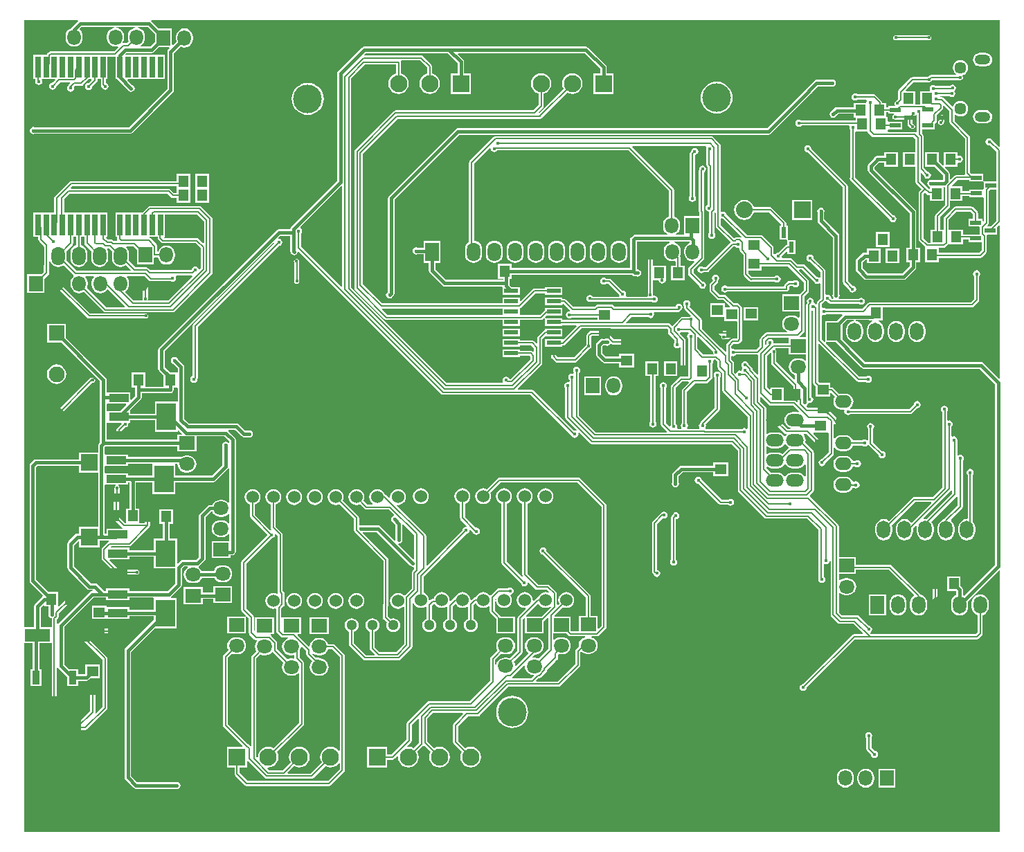
<source format=gbl>
G04*
G04 #@! TF.GenerationSoftware,Altium Limited,Altium Designer,18.1.6 (161)*
G04*
G04 Layer_Physical_Order=2*
G04 Layer_Color=16711680*
%FSTAX24Y24*%
%MOIN*%
G70*
G01*
G75*
%ADD11C,0.0080*%
%ADD26R,0.0550X0.0500*%
%ADD30R,0.0500X0.0550*%
%ADD37R,0.0520X0.0220*%
%ADD66O,0.0750X0.0480*%
%ADD90C,0.0150*%
%ADD91C,0.1378*%
%ADD92C,0.0240*%
%ADD93C,0.0570*%
%ADD94O,0.0650X0.0750*%
%ADD95R,0.0650X0.0750*%
%ADD96O,0.0750X0.0650*%
%ADD97R,0.0750X0.0650*%
%ADD98R,0.0800X0.0800*%
%ADD99C,0.0800*%
%ADD100O,0.0860X0.0600*%
%ADD101C,0.0827*%
%ADD102R,0.0827X0.0827*%
%ADD103O,0.0650X0.0900*%
%ADD104R,0.0650X0.0900*%
%ADD105O,0.0650X0.0850*%
%ADD106R,0.0650X0.0850*%
%ADD107O,0.0650X0.0850*%
%ADD108R,0.0650X0.0850*%
%ADD109R,0.0827X0.0827*%
%ADD110C,0.0600*%
%ADD111C,0.0512*%
%ADD112C,0.0768*%
%ADD113R,0.0768X0.0768*%
%ADD114C,0.0177*%
%ADD115C,0.0240*%
%ADD116R,0.1240X0.0630*%
%ADD117R,0.0370X0.0670*%
%ADD118R,0.2620X0.3040*%
%ADD119R,0.0945X0.0394*%
%ADD120R,0.0945X0.1299*%
%ADD121R,0.0256X0.1000*%
%ADD122R,0.0670X0.0210*%
%ADD123R,0.0220X0.0520*%
%ADD124O,0.0800X0.0600*%
G36*
X005476Y038857D02*
X005424Y03885D01*
X005325Y038809D01*
X005241Y038744D01*
X005176Y03866D01*
X005135Y038561D01*
X005121Y038456D01*
Y038356D01*
X005135Y03825D01*
X005154Y038203D01*
X005064Y038113D01*
X004909D01*
X004906Y038112D01*
X004885Y038138D01*
X004876Y038157D01*
X004914Y03825D01*
X004928Y038356D01*
Y038456D01*
X004914Y038561D01*
X004873Y03866D01*
X004808Y038744D01*
X004724Y038809D01*
X004625Y03885D01*
X004573Y038857D01*
X004577Y038907D01*
X005472D01*
X005476Y038857D01*
D02*
G37*
G36*
X006429Y038548D02*
Y038185D01*
X006198Y037953D01*
X005752D01*
X005735Y037998D01*
X005736Y038003D01*
X005818Y038067D01*
X005883Y038151D01*
X005924Y03825D01*
X005938Y038356D01*
Y038456D01*
X005924Y038561D01*
X005883Y03866D01*
X005818Y038744D01*
X005734Y038809D01*
X005635Y03885D01*
X005583Y038857D01*
X005587Y038907D01*
X00607D01*
X006429Y038548D01*
D02*
G37*
G36*
X047106Y033142D02*
X04706Y033123D01*
X04673Y033453D01*
X046729Y033453D01*
X046706Y033488D01*
X04665Y033525D01*
X046585Y033538D01*
X046519Y033525D01*
X046463Y033488D01*
X046426Y033432D01*
X046413Y033366D01*
X046426Y0333D01*
X046463Y033245D01*
X046519Y033207D01*
X046585Y033194D01*
X046633Y033204D01*
X04693Y032907D01*
Y03145D01*
X046354D01*
X046332Y03145D01*
X046306Y031489D01*
Y031825D01*
X045745D01*
X045664Y031907D01*
Y033573D01*
X045654Y03362D01*
X045628Y033659D01*
X044924Y034363D01*
Y034654D01*
X044974Y034679D01*
X045023Y034642D01*
X045111Y034605D01*
X045207Y034592D01*
X045302Y034605D01*
X045391Y034642D01*
X045467Y0347D01*
X045526Y034777D01*
X045562Y034865D01*
X045575Y034961D01*
X045562Y035056D01*
X045526Y035145D01*
X045467Y035221D01*
X045391Y035279D01*
X045302Y035316D01*
X045207Y035329D01*
X045111Y035316D01*
X045023Y035279D01*
X044946Y035221D01*
X044888Y035145D01*
X044863Y035085D01*
X044805Y035073D01*
X044395Y035483D01*
X044355Y035509D01*
X044308Y035519D01*
X044205D01*
X044192Y035543D01*
X044218Y035576D01*
X044656D01*
X044662Y035567D01*
X044718Y03553D01*
X044783Y035517D01*
X044849Y03553D01*
X044905Y035567D01*
X044942Y035623D01*
X044955Y035689D01*
X044942Y035755D01*
X044908Y035806D01*
X044937Y035825D01*
X044974Y035881D01*
X044987Y035947D01*
X044974Y036012D01*
X044937Y036068D01*
X044881Y036105D01*
X044815Y036119D01*
X044749Y036105D01*
X044694Y036068D01*
X044681Y036049D01*
X04401D01*
X043956Y036086D01*
X04389Y036099D01*
X043824Y036086D01*
X043768Y036048D01*
X043731Y035993D01*
X043718Y035927D01*
X043731Y035861D01*
X043737Y035852D01*
X043714Y035808D01*
X043257D01*
Y035175D01*
X043017D01*
Y035808D01*
X042586D01*
X042567Y035854D01*
X042949Y036236D01*
X043681D01*
X043728Y036245D01*
X043768Y036272D01*
X043832Y036336D01*
X045209D01*
X045256Y036345D01*
X045295Y036372D01*
X045322Y036412D01*
X045331Y036458D01*
X045322Y036505D01*
X045309Y036524D01*
X045308Y036531D01*
X045322Y036579D01*
X045325Y036583D01*
X045391Y03661D01*
X045467Y036669D01*
X045526Y036745D01*
X045562Y036834D01*
X045575Y036929D01*
X045562Y037024D01*
X045526Y037113D01*
X045467Y037189D01*
X045391Y037248D01*
X045302Y037285D01*
X045207Y037297D01*
X045111Y037285D01*
X045023Y037248D01*
X044946Y037189D01*
X044888Y037113D01*
X044851Y037024D01*
X044839Y036929D01*
X044851Y036834D01*
X044888Y036745D01*
X044946Y036669D01*
X044996Y036631D01*
X044979Y036581D01*
X043781D01*
X043734Y036572D01*
X043695Y036545D01*
X04363Y036481D01*
X042898D01*
X042851Y036471D01*
X042811Y036445D01*
X04223Y035864D01*
X042204Y035824D01*
X042195Y035777D01*
Y035428D01*
X042071Y035305D01*
X042045Y035265D01*
X042035Y035218D01*
X042045Y035171D01*
X042064Y035143D01*
X042051Y035105D01*
X042042Y035093D01*
X041729D01*
Y035025D01*
X041624D01*
Y035237D01*
X041441D01*
Y035256D01*
X041432Y035303D01*
X041405Y035342D01*
X04114Y035608D01*
X0411Y035635D01*
X041053Y035644D01*
X040258D01*
X040204Y03568D01*
X040138Y035694D01*
X040072Y03568D01*
X040016Y035643D01*
X039979Y035587D01*
X039966Y035522D01*
X039979Y035456D01*
X040016Y0354D01*
X040072Y035363D01*
X040138Y03535D01*
X040204Y035363D01*
X040258Y035399D01*
X04068D01*
X040707Y035349D01*
X040689Y035323D01*
X040676Y035257D01*
X040659Y035237D01*
X040064D01*
Y03503D01*
X039252D01*
X039191Y035018D01*
X03914Y034984D01*
X03901Y034854D01*
X039009Y034854D01*
X038953Y034816D01*
X038916Y034761D01*
X038903Y034695D01*
X038916Y034629D01*
X038953Y034573D01*
X039009Y034536D01*
X039075Y034523D01*
X039141Y034536D01*
X039196Y034573D01*
X039234Y034629D01*
X039234Y03463D01*
X039317Y034714D01*
X040064D01*
Y034527D01*
X040148D01*
Y034396D01*
X037534D01*
X037497Y034421D01*
X037431Y034434D01*
X037365Y034421D01*
X03731Y034383D01*
X037272Y034328D01*
X037259Y034262D01*
X037272Y034196D01*
X03731Y03414D01*
X037365Y034103D01*
X037431Y03409D01*
X037497Y034103D01*
X037553Y03414D01*
X03756Y034151D01*
X039819D01*
X039855Y034101D01*
X039848Y034065D01*
X039861Y033999D01*
X039897Y033945D01*
Y031667D01*
X039887Y031651D01*
X039878Y031604D01*
X039887Y031558D01*
X039913Y031518D01*
X041777Y029654D01*
X04179Y02959D01*
X041827Y029534D01*
X041883Y029497D01*
X041949Y029484D01*
X042015Y029497D01*
X04207Y029534D01*
X042108Y02959D01*
X042121Y029656D01*
X042108Y029721D01*
X04207Y029777D01*
X042015Y029814D01*
X04195Y029827D01*
X040142Y031635D01*
Y03381D01*
X040148Y033858D01*
X040732D01*
X040735Y033841D01*
X040761Y033801D01*
X040929Y033634D01*
X040969Y033607D01*
X041015Y033598D01*
X042942D01*
X043038Y033502D01*
Y032875D01*
X042426D01*
Y032165D01*
X043038D01*
Y031437D01*
X043047Y03139D01*
X043073Y03135D01*
X043326Y031097D01*
X043221Y030992D01*
X043194Y030952D01*
X043185Y030906D01*
Y028671D01*
X043194Y028624D01*
X043221Y028585D01*
X043488Y028318D01*
X043489Y028268D01*
X043489Y028268D01*
X043489Y028268D01*
Y027558D01*
X044149D01*
Y027771D01*
X046152D01*
X046198Y027781D01*
X046238Y027807D01*
X046435Y028004D01*
X046461Y028044D01*
X046471Y028091D01*
Y028838D01*
X046467Y028854D01*
X046504Y028904D01*
X046973D01*
Y029261D01*
X04706Y029349D01*
X047106Y029329D01*
Y021974D01*
X04706Y021955D01*
X046305Y02271D01*
X046253Y022744D01*
X046193Y022756D01*
X040609D01*
X039515Y02385D01*
Y024575D01*
X039723Y024783D01*
X040047D01*
X04005Y024733D01*
X040005Y024727D01*
X039906Y024686D01*
X039821Y024621D01*
X039756Y024537D01*
X039716Y024438D01*
X039702Y024332D01*
Y024132D01*
X039716Y024027D01*
X039756Y023928D01*
X039821Y023843D01*
X039906Y023779D01*
X040005Y023738D01*
X04011Y023724D01*
X040216Y023738D01*
X040314Y023779D01*
X040399Y023843D01*
X040464Y023928D01*
X040505Y024027D01*
X040519Y024132D01*
Y024332D01*
X040505Y024438D01*
X040464Y024537D01*
X040399Y024621D01*
X040314Y024686D01*
X040216Y024727D01*
X04017Y024733D01*
X040173Y024783D01*
X040812D01*
Y024763D01*
X040961D01*
X040971Y024713D01*
X040906Y024686D01*
X040821Y024621D01*
X040756Y024537D01*
X040716Y024438D01*
X040702Y024332D01*
Y024132D01*
X040716Y024027D01*
X040756Y023928D01*
X040821Y023843D01*
X040906Y023779D01*
X041005Y023738D01*
X04111Y023724D01*
X041216Y023738D01*
X041314Y023779D01*
X041399Y023843D01*
X041464Y023928D01*
X041505Y024027D01*
X041519Y024132D01*
Y024332D01*
X041505Y024438D01*
X041464Y024537D01*
X041399Y024621D01*
X041314Y024686D01*
X041249Y024713D01*
X041259Y024763D01*
X041472D01*
Y025391D01*
X045749D01*
X045796Y0254D01*
X045836Y025427D01*
X046071Y025662D01*
X046097Y025701D01*
X046107Y025748D01*
Y026888D01*
X046143Y026942D01*
X046156Y027008D01*
X046143Y027074D01*
X046106Y027129D01*
X04605Y027167D01*
X045984Y02718D01*
X045918Y027167D01*
X045863Y027129D01*
X045825Y027074D01*
X045812Y027008D01*
X045825Y026942D01*
X045862Y026888D01*
Y025799D01*
X045699Y025635D01*
X040842D01*
X040795Y025626D01*
X040756Y0256D01*
X040475Y025319D01*
X038742D01*
X038688Y025356D01*
X038622Y025369D01*
X038586Y025362D01*
X038536Y025398D01*
Y02555D01*
X038669Y025683D01*
X038689Y025714D01*
X038743Y025678D01*
X038808Y025665D01*
X038876Y025596D01*
X038916Y02557D01*
X038963Y025561D01*
X040303D01*
X040357Y025524D01*
X040423Y025511D01*
X040489Y025524D01*
X040545Y025561D01*
X040582Y025617D01*
X040595Y025683D01*
X040582Y025749D01*
X040545Y025804D01*
X040489Y025842D01*
X040423Y025855D01*
X040357Y025842D01*
X040303Y025805D01*
X039364D01*
X039358Y025814D01*
X039342Y025855D01*
X039371Y025899D01*
X039384Y025965D01*
X039371Y02603D01*
X039371Y026031D01*
Y028838D01*
X039359Y028899D01*
X039324Y02895D01*
X038642Y029632D01*
Y029953D01*
X038643Y029954D01*
X038656Y03002D01*
X038643Y030086D01*
X038606Y030141D01*
X03855Y030179D01*
X038484Y030192D01*
X038419Y030179D01*
X038363Y030141D01*
X038326Y030086D01*
X038312Y03002D01*
X038326Y029954D01*
X038326Y029953D01*
Y029567D01*
X038338Y029506D01*
X038373Y029455D01*
X039055Y028773D01*
Y026031D01*
X039054Y02603D01*
X039041Y025965D01*
X039054Y025899D01*
X039083Y025855D01*
X039068Y025814D01*
X039063Y025807D01*
X039013Y025806D01*
X038981Y025838D01*
X038968Y025902D01*
X038931Y025958D01*
X038875Y025995D01*
X038809Y026009D01*
X038755Y025998D01*
X038705Y026025D01*
Y027146D01*
X038696Y027192D01*
X038669Y027232D01*
X038134Y027767D01*
X038121Y027832D01*
X038084Y027887D01*
X038028Y027925D01*
X037963Y027938D01*
X037897Y027925D01*
X037841Y027887D01*
X037804Y027832D01*
X037791Y027766D01*
X037804Y0277D01*
X037841Y027644D01*
X037897Y027607D01*
X037961Y027594D01*
X03846Y027095D01*
Y02684D01*
X03841Y026817D01*
X038373Y026842D01*
X038307Y026855D01*
X038292Y026852D01*
X037714Y027429D01*
X037675Y027456D01*
X037628Y027465D01*
X037373D01*
X037111Y027727D01*
X037072Y027753D01*
X037025Y027763D01*
X036625D01*
X036592Y027813D01*
X036601Y027854D01*
X036832Y028085D01*
X036878Y028066D01*
Y027949D01*
X037258D01*
Y028629D01*
X036928D01*
X036922Y028629D01*
X036883Y028655D01*
X036883Y028686D01*
Y029335D01*
X036815D01*
Y029449D01*
X036806Y029496D01*
X036779Y029535D01*
X03614Y030175D01*
X0361Y030202D01*
X036053Y030211D01*
X035261D01*
X035261Y030214D01*
X035213Y030331D01*
X035136Y030431D01*
X035035Y030508D01*
X034919Y030556D01*
X034793Y030573D01*
X034668Y030556D01*
X034551Y030508D01*
X034451Y030431D01*
X034374Y030331D01*
X034326Y030214D01*
X034309Y030089D01*
X034326Y029963D01*
X034374Y029847D01*
X034451Y029746D01*
X034551Y029669D01*
X034668Y029621D01*
X034793Y029604D01*
X034919Y029621D01*
X035035Y029669D01*
X035136Y029746D01*
X035213Y029847D01*
X035261Y029963D01*
X035261Y029966D01*
X036002D01*
X036571Y029398D01*
Y029335D01*
X036503D01*
Y028655D01*
X036833D01*
X036839Y028655D01*
X036878Y028629D01*
X036878Y028599D01*
Y028412D01*
X036863D01*
X036816Y028402D01*
X036776Y028376D01*
X036428Y028027D01*
X036363Y028014D01*
X036307Y027977D01*
X036297Y027962D01*
X036241Y027954D01*
X03621Y027981D01*
Y028263D01*
X036201Y02831D01*
X036174Y028349D01*
X035687Y028837D01*
X035647Y028863D01*
X0356Y028873D01*
X034922D01*
X033951Y029844D01*
X033938Y029908D01*
X033901Y029964D01*
X033845Y030001D01*
X03378Y030014D01*
X033716Y030002D01*
X033707Y030001D01*
X033666Y030027D01*
Y033189D01*
X033656Y033236D01*
X03363Y033275D01*
X033305Y0336D01*
X033265Y033627D01*
X033219Y033636D01*
X022815D01*
X022768Y033627D01*
X022728Y0336D01*
X021577Y032449D01*
X02155Y032409D01*
X021541Y032362D01*
Y028535D01*
X021475Y028485D01*
X02141Y0284D01*
X021369Y028302D01*
X021355Y028196D01*
Y027946D01*
X021369Y02784D01*
X02141Y027742D01*
X021475Y027657D01*
X02156Y027592D01*
X021658Y027551D01*
X021764Y027537D01*
X02187Y027551D01*
X021968Y027592D01*
X022053Y027657D01*
X022118Y027742D01*
X022158Y02784D01*
X022172Y027946D01*
Y028196D01*
X022158Y028302D01*
X022118Y0284D01*
X022053Y028485D01*
X021968Y02855D01*
X02187Y02859D01*
X021786Y028601D01*
Y032312D01*
X022537Y033063D01*
X022576Y033045D01*
X022584Y033039D01*
X022597Y032976D01*
X022634Y03292D01*
X02269Y032883D01*
X022756Y032869D01*
X022822Y032883D01*
X022877Y03292D01*
X022895Y032947D01*
X029223D01*
X031177Y030993D01*
Y029768D01*
X031095Y029734D01*
X03101Y02967D01*
X030945Y029585D01*
X030905Y029486D01*
X030891Y029381D01*
Y029281D01*
X030905Y029175D01*
X030945Y029076D01*
X03101Y028992D01*
X031093Y028929D01*
X031093Y028923D01*
X031077Y028879D01*
X029528D01*
X029467Y028866D01*
X029416Y028832D01*
X029347Y028763D01*
X029313Y028712D01*
X029301Y028652D01*
Y027284D01*
X023592D01*
Y027481D01*
X022932D01*
Y026771D01*
X023188D01*
Y026713D01*
X020439D01*
X019922Y027231D01*
Y027541D01*
X020169D01*
Y028601D01*
X019359D01*
Y028268D01*
X019053D01*
X019052Y028269D01*
X018986Y028282D01*
X01892Y028269D01*
X018865Y028232D01*
X018827Y028176D01*
X018814Y02811D01*
X018827Y028044D01*
X018865Y027989D01*
X01892Y027951D01*
X018986Y027938D01*
X019052Y027951D01*
X019053Y027952D01*
X019359D01*
Y027541D01*
X019606D01*
Y027165D01*
X019618Y027105D01*
X019652Y027054D01*
X020262Y026443D01*
X020314Y026409D01*
X020374Y026397D01*
X023118D01*
X023157Y02637D01*
Y026D01*
X023987D01*
Y02637D01*
X023611D01*
X023504Y026476D01*
Y026771D01*
X023592D01*
Y026968D01*
X029396D01*
X029427Y026937D01*
X029478Y026903D01*
X029539Y026891D01*
X029589D01*
X02959Y02689D01*
X029656Y026877D01*
X029721Y02689D01*
X029777Y026927D01*
X029814Y026983D01*
X029827Y027049D01*
X029814Y027114D01*
X029777Y02717D01*
X029721Y027207D01*
X029656Y02722D01*
X029655Y02722D01*
X029617Y027252D01*
Y028562D01*
X031212D01*
X031223Y028515D01*
X031124Y028475D01*
X03104Y02841D01*
X030975Y028325D01*
X030934Y028227D01*
X03092Y028121D01*
Y028021D01*
X030934Y027915D01*
X030975Y027817D01*
X03104Y027732D01*
X031124Y027667D01*
X031223Y027626D01*
X031329Y027612D01*
X031432Y027626D01*
X031445Y027626D01*
X031482Y027601D01*
Y027404D01*
X031261D01*
Y026694D01*
X031921D01*
Y027404D01*
X031727D01*
Y027795D01*
X031717Y027842D01*
X031702Y027865D01*
X031723Y027915D01*
X031737Y028021D01*
Y028121D01*
X031723Y028227D01*
X031682Y028325D01*
X031617Y02841D01*
X031533Y028475D01*
X031434Y028515D01*
X031445Y028562D01*
X032165D01*
Y0285D01*
X032104Y028475D01*
X03202Y02841D01*
X031955Y028325D01*
X031914Y028227D01*
X0319Y028121D01*
Y028021D01*
X031914Y027915D01*
X031955Y027817D01*
X03202Y027732D01*
X032104Y027667D01*
X032203Y027626D01*
X032309Y027612D01*
X032365Y02762D01*
X032388Y027572D01*
X032138Y027322D01*
X032111Y027283D01*
X032102Y027236D01*
Y027014D01*
X032111Y026967D01*
X032138Y026927D01*
X03261Y026455D01*
X032623Y026391D01*
X03266Y026335D01*
X032716Y026298D01*
X032782Y026285D01*
X032848Y026298D01*
X032903Y026335D01*
X032941Y026391D01*
X032954Y026457D01*
X032941Y026522D01*
X032903Y026578D01*
X032848Y026615D01*
X032783Y026628D01*
X032347Y027065D01*
Y027185D01*
X032841Y027679D01*
X032867Y027719D01*
X032877Y027766D01*
Y03D01*
X032867Y030047D01*
X032853Y030069D01*
Y031889D01*
X032907Y031926D01*
X032944Y031981D01*
X032957Y032047D01*
X032944Y032113D01*
X032907Y032169D01*
X032851Y032206D01*
X032785Y032219D01*
X03272Y032206D01*
X032664Y032169D01*
X032627Y032113D01*
X032614Y032047D01*
X032616Y032034D01*
X032608Y031992D01*
Y030024D01*
X032617Y029977D01*
X032632Y029955D01*
Y029786D01*
X031904D01*
Y028879D01*
X031521D01*
X031505Y028923D01*
X031505Y028929D01*
X031588Y028992D01*
X031653Y029076D01*
X031694Y029175D01*
X031708Y029281D01*
Y029381D01*
X031694Y029486D01*
X031653Y029585D01*
X031588Y02967D01*
X031503Y029734D01*
X031422Y029768D01*
Y031043D01*
X031412Y03109D01*
X031386Y03113D01*
X029407Y033109D01*
X029426Y033155D01*
X03294D01*
X032967Y033105D01*
X032961Y033097D01*
X032948Y033031D01*
X032961Y032966D01*
X032978Y032941D01*
Y032256D01*
X032987Y032209D01*
X033014Y032169D01*
X033033Y03215D01*
Y030335D01*
X032979Y030299D01*
X032942Y030243D01*
X032929Y030177D01*
X032942Y030111D01*
X032979Y030056D01*
X033035Y030018D01*
X0331Y030005D01*
X033106Y030001D01*
Y028979D01*
X03307Y028924D01*
X033056Y028858D01*
X03307Y028792D01*
X033107Y028737D01*
X033163Y028699D01*
X033228Y028686D01*
X033294Y028699D01*
X03335Y028737D01*
X033387Y028792D01*
X0334Y028858D01*
X033387Y028924D01*
X033351Y028979D01*
Y029935D01*
X033371Y02995D01*
X033421Y029925D01*
Y029301D01*
X03343Y029254D01*
X033457Y029215D01*
X034135Y028537D01*
X034133Y028522D01*
X032939Y027327D01*
X032837D01*
X032782Y027364D01*
X032717Y027377D01*
X032651Y027364D01*
X032595Y027326D01*
X032558Y027271D01*
X032545Y027205D01*
X032558Y027139D01*
X032595Y027083D01*
X032651Y027046D01*
X032717Y027033D01*
X032782Y027046D01*
X032837Y027082D01*
X032998D01*
X032998Y027082D01*
X032998Y027082D01*
X033015Y027086D01*
X033044Y027092D01*
X033044Y027092D01*
X033044Y027092D01*
X033063Y027104D01*
X033084Y027118D01*
X033084Y027118D01*
X033084Y027118D01*
X0331Y027143D01*
X03427Y028313D01*
X034368D01*
X034422Y028276D01*
X034488Y028263D01*
X034524Y02827D01*
X034574Y028234D01*
Y028148D01*
X034584Y028101D01*
X03461Y028061D01*
X034757Y027914D01*
Y026991D01*
X034767Y026944D01*
X034793Y026904D01*
X035041Y026656D01*
X035081Y026629D01*
X035128Y02662D01*
X035175Y026629D01*
X035176Y02663D01*
X036258D01*
X036312Y026593D01*
X036378Y02658D01*
X036444Y026593D01*
X036499Y02663D01*
X036537Y026686D01*
X03655Y026752D01*
X036537Y026818D01*
X036499Y026874D01*
X036444Y026911D01*
X036378Y026924D01*
X036312Y026911D01*
X036258Y026874D01*
X035169D01*
X035002Y027041D01*
Y02715D01*
X035631D01*
Y027358D01*
X036908D01*
X037663Y026603D01*
Y026232D01*
X037485Y026054D01*
X037459Y026015D01*
X036622D01*
Y025205D01*
X037449D01*
Y024923D01*
X037399Y024902D01*
X037331Y024954D01*
X037232Y024995D01*
X037127Y025009D01*
X037027D01*
X036921Y024995D01*
X036823Y024954D01*
X036738Y024889D01*
X036673Y024804D01*
X036632Y024706D01*
X036618Y0246D01*
X036632Y024495D01*
X036673Y024396D01*
X036738Y024311D01*
X036823Y024246D01*
X036854Y024233D01*
X036844Y024183D01*
X035884D01*
X035838Y024174D01*
X035798Y024147D01*
X035581Y023931D01*
X035555Y023891D01*
X035545Y023844D01*
Y023517D01*
X035389Y023361D01*
X034341D01*
X034324Y023372D01*
X034259Y023385D01*
X034222Y023378D01*
X034172Y023414D01*
Y023523D01*
X034285Y023636D01*
X034482D01*
X034529Y023645D01*
X034569Y023671D01*
X034665Y023767D01*
X034691Y023807D01*
X0347Y023854D01*
Y025353D01*
X034691Y0254D01*
X034665Y02544D01*
X034545Y025559D01*
X034506Y025585D01*
X034459Y025595D01*
X034297D01*
X03393Y025963D01*
X03389Y025989D01*
X033843Y025998D01*
X033614D01*
X033361Y026251D01*
Y026416D01*
X033505Y02656D01*
X033531Y026599D01*
X033541Y026646D01*
Y026681D01*
X033577Y026735D01*
X03359Y026801D01*
X033577Y026867D01*
X03354Y026923D01*
X033484Y02696D01*
X033418Y026973D01*
X033353Y02696D01*
X033297Y026923D01*
X033259Y026867D01*
X033246Y026801D01*
X033259Y026735D01*
X033289Y026691D01*
X033152Y026553D01*
X033125Y026513D01*
X033116Y026466D01*
Y026201D01*
X033125Y026154D01*
X033152Y026114D01*
X033476Y025789D01*
X033516Y025763D01*
X033563Y025754D01*
X033792D01*
X034112Y025434D01*
X034092Y025384D01*
X033859D01*
Y025586D01*
X033149D01*
Y024926D01*
X033828D01*
Y024724D01*
X03429D01*
X034352Y024711D01*
X034406Y024722D01*
X034456Y024696D01*
Y023905D01*
X034432Y02388D01*
X034234D01*
X034187Y023871D01*
X034148Y023844D01*
X033963Y02366D01*
X033937Y023621D01*
X033928Y023574D01*
Y023265D01*
X033881Y023245D01*
X033676Y023451D01*
X033667Y023464D01*
X03276Y024371D01*
Y024754D01*
X032751Y024801D01*
X032724Y02484D01*
X03215Y025415D01*
Y025441D01*
X032186Y025495D01*
X032199Y025561D01*
X032186Y025627D01*
X032149Y025683D01*
X032093Y02572D01*
X032028Y025733D01*
X031962Y02572D01*
X031906Y025683D01*
X031869Y025627D01*
X031856Y025561D01*
X031869Y025495D01*
X031905Y025441D01*
Y025364D01*
X031915Y025317D01*
X031941Y025278D01*
X032233Y024985D01*
X032213Y024935D01*
X031811D01*
X031765Y024926D01*
X031725Y0249D01*
X031329Y024504D01*
X031302Y024501D01*
X031219Y024585D01*
X031179Y024611D01*
X031132Y02462D01*
X029121D01*
X029101Y024667D01*
X029362Y024927D01*
X030164D01*
X030218Y02489D01*
X030284Y024877D01*
X03035Y02489D01*
X030406Y024928D01*
X030443Y024983D01*
X030456Y025049D01*
X030443Y025115D01*
X030438Y025123D01*
X030464Y025173D01*
X031614D01*
X031661Y025182D01*
X031701Y025209D01*
X03174Y025248D01*
X031753Y025267D01*
X031775Y025282D01*
X031812Y025338D01*
X031825Y025404D01*
X031812Y025469D01*
X031775Y025525D01*
X031719Y025562D01*
X031654Y025575D01*
X031588Y025562D01*
X031532Y025525D01*
X031495Y025469D01*
X031484Y025418D01*
X028555D01*
X028482Y02549D01*
X028442Y025517D01*
X028396Y025526D01*
X027746D01*
X027699Y025517D01*
X02766Y02549D01*
X027587Y025418D01*
X026567D01*
X026213Y025772D01*
X026173Y025798D01*
X026126Y025807D01*
X026037D01*
Y02587D01*
X025207D01*
Y0255D01*
X026037D01*
Y025535D01*
X026087Y025551D01*
X026384Y025254D01*
X026382Y025241D01*
X026364Y025203D01*
X026312Y025193D01*
X026256Y025155D01*
X026219Y0251D01*
X026206Y025034D01*
X026219Y024968D01*
X026256Y024912D01*
X026312Y024875D01*
X026378Y024862D01*
X026444Y024875D01*
X026464Y024889D01*
X027716D01*
Y024786D01*
X026037D01*
Y02487D01*
X025256D01*
X025215Y02487D01*
X025185Y024911D01*
X025274Y025D01*
X026037D01*
Y02537D01*
X025207D01*
Y025277D01*
X0252Y025272D01*
X02496Y025032D01*
X023987D01*
Y025344D01*
X024004Y025347D01*
X024043Y025374D01*
X024732Y026063D01*
X025207D01*
Y026D01*
X026037D01*
Y02637D01*
X025207D01*
Y026307D01*
X024682D01*
X024635Y026298D01*
X024595Y026272D01*
X024033Y02571D01*
X023987Y025729D01*
Y02587D01*
X023157D01*
Y025582D01*
X017376D01*
X016431Y026527D01*
Y032784D01*
X018122Y034474D01*
X024951D01*
X024998Y034483D01*
X025037Y03451D01*
X025049Y034528D01*
X02626Y035738D01*
X026265Y035734D01*
X026385Y035685D01*
X026514Y035668D01*
X026643Y035685D01*
X026763Y035734D01*
X026866Y035813D01*
X026945Y035917D01*
X026994Y036037D01*
X027011Y036165D01*
X026994Y036294D01*
X026945Y036414D01*
X026866Y036517D01*
X026763Y036596D01*
X026643Y036646D01*
X026514Y036663D01*
X026385Y036646D01*
X026265Y036596D01*
X026162Y036517D01*
X026083Y036414D01*
X026033Y036294D01*
X026016Y036165D01*
X026033Y036037D01*
X026083Y035917D01*
X026087Y035911D01*
X024928Y034753D01*
X024928Y034753D01*
X024911Y034807D01*
X0251Y034996D01*
X025127Y035036D01*
X025136Y035083D01*
Y035684D01*
X025143Y035685D01*
X025263Y035734D01*
X025366Y035813D01*
X025445Y035917D01*
X025494Y036037D01*
X025511Y036165D01*
X025494Y036294D01*
X025445Y036414D01*
X025366Y036517D01*
X025263Y036596D01*
X025143Y036646D01*
X025014Y036663D01*
X024885Y036646D01*
X024765Y036596D01*
X024662Y036517D01*
X024583Y036414D01*
X024533Y036294D01*
X024516Y036165D01*
X024533Y036037D01*
X024583Y035917D01*
X024662Y035813D01*
X024765Y035734D01*
X024885Y035685D01*
X024891Y035684D01*
Y035133D01*
X024637Y034879D01*
X018005D01*
X017958Y034869D01*
X017918Y034843D01*
X016063Y032987D01*
X016036Y032948D01*
X016027Y032901D01*
Y026321D01*
X016036Y026275D01*
X016063Y026235D01*
X017474Y024824D01*
X017514Y024797D01*
X01756Y024788D01*
X023157D01*
Y0245D01*
X023987D01*
Y024788D01*
X025011D01*
X025058Y024797D01*
X025098Y024824D01*
X025166Y024892D01*
X025207Y024862D01*
X025207Y024823D01*
Y0245D01*
X026037D01*
Y024542D01*
X026705D01*
X026724Y024495D01*
X026081Y023852D01*
X026037Y02387D01*
Y02387D01*
X025207D01*
Y0235D01*
X026037D01*
Y023549D01*
X026073D01*
X02612Y023558D01*
X026159Y023585D01*
X026956Y024382D01*
X028372D01*
X028401Y024376D01*
X031082D01*
X031133Y024324D01*
Y024178D01*
X031142Y024131D01*
X031169Y024092D01*
X031435Y023825D01*
Y023703D01*
X031399Y023648D01*
X031386Y023583D01*
X031399Y023517D01*
X031436Y023461D01*
X031492Y023424D01*
X031557Y023411D01*
X031623Y023424D01*
X031679Y023461D01*
X031728Y023445D01*
Y022333D01*
X031737Y022286D01*
X031764Y022246D01*
X031804Y02222D01*
X03185Y02221D01*
X031897Y02222D01*
X031937Y022246D01*
X031963Y022286D01*
X031973Y022333D01*
Y023809D01*
X031963Y023856D01*
X031937Y023896D01*
X031705Y024128D01*
X031715Y024189D01*
X031719Y024191D01*
X032113D01*
X032127Y024147D01*
X032124Y024138D01*
X032093Y024118D01*
X032056Y024062D01*
X032043Y023996D01*
X032056Y02393D01*
X032093Y023875D01*
X032098Y023871D01*
Y02206D01*
X031753D01*
X031706Y022051D01*
X031667Y022024D01*
X03129Y021648D01*
X031264Y021608D01*
X031255Y021561D01*
Y01973D01*
X031249Y019721D01*
X031238Y019666D01*
X031208Y01965D01*
X031187Y019646D01*
X031018Y019815D01*
Y021494D01*
X031054Y021548D01*
X031068Y021614D01*
X031054Y02168D01*
X031017Y021736D01*
X030961Y021773D01*
X030896Y021786D01*
X03083Y021773D01*
X030774Y021736D01*
X030737Y02168D01*
X030724Y021614D01*
X030737Y021548D01*
X030773Y021494D01*
Y019764D01*
X030783Y019717D01*
X030809Y019678D01*
X031071Y019416D01*
X031052Y01937D01*
X027654D01*
X026845Y020179D01*
Y022242D01*
X026881Y022296D01*
X026894Y022362D01*
X026881Y022428D01*
X026844Y022484D01*
X026788Y022521D01*
X026722Y022534D01*
X026657Y022521D01*
X026601Y022484D01*
X026564Y022428D01*
X026551Y022362D01*
X026564Y022296D01*
X026587Y022261D01*
X02658Y022224D01*
X02653Y022193D01*
X026496Y022199D01*
X02643Y022186D01*
X026375Y022149D01*
X026337Y022093D01*
X026324Y022028D01*
X026337Y021962D01*
X026375Y021906D01*
X026385Y021899D01*
Y021815D01*
X026335Y021779D01*
X026299Y021786D01*
X026233Y021773D01*
X026178Y021736D01*
X02614Y02168D01*
X026127Y021614D01*
X02614Y021548D01*
X026177Y021494D01*
Y020079D01*
X026186Y020032D01*
X026213Y019992D01*
X026715Y01949D01*
X02669Y019444D01*
X026644Y019453D01*
X026595Y019444D01*
X024646Y021393D01*
X024606Y02142D01*
X02456Y021429D01*
X02391D01*
X023891Y021475D01*
X025037Y022622D01*
X025064Y022661D01*
X025073Y022708D01*
Y023867D01*
X025174Y023967D01*
X025207Y024D01*
Y024D01*
X025207Y024D01*
X026037D01*
Y02437D01*
X025207D01*
Y024305D01*
X025172Y024298D01*
X025132Y024272D01*
X024864Y024004D01*
X024838Y023964D01*
X024828Y023917D01*
Y023678D01*
X024782Y023658D01*
X024669Y023772D01*
X024629Y023798D01*
X024583Y023807D01*
X023987D01*
Y02387D01*
X023157D01*
Y0235D01*
X023987D01*
Y023563D01*
X024532D01*
X024668Y023426D01*
Y023273D01*
X024622Y023254D01*
X024604Y023272D01*
X024565Y023298D01*
X024518Y023307D01*
X023987D01*
Y02337D01*
X023157D01*
Y023D01*
X023987D01*
Y023063D01*
X024467D01*
X024508Y023021D01*
Y022891D01*
X02355Y021933D01*
X023488D01*
X023486Y021946D01*
X023448Y022001D01*
X023393Y022039D01*
X023327Y022052D01*
X023261Y022039D01*
X023205Y022001D01*
X023168Y021946D01*
X023155Y02188D01*
X023168Y021814D01*
X023178Y021799D01*
X023151Y021749D01*
X020471D01*
X01587Y02635D01*
Y036422D01*
X016531Y037082D01*
X018025D01*
Y036647D01*
X018019Y036646D01*
X017899Y036596D01*
X017796Y036517D01*
X017717Y036414D01*
X017667Y036294D01*
X01765Y036165D01*
X017667Y036037D01*
X017717Y035917D01*
X017796Y035813D01*
X017899Y035734D01*
X018019Y035685D01*
X018148Y035668D01*
X018276Y035685D01*
X018396Y035734D01*
X018499Y035813D01*
X018579Y035917D01*
X018628Y036037D01*
X018645Y036165D01*
X018628Y036294D01*
X018579Y036414D01*
X018499Y036517D01*
X018396Y036596D01*
X018276Y036646D01*
X01827Y036647D01*
Y037205D01*
X018265Y037229D01*
X018298Y037279D01*
X019182D01*
X019525Y036936D01*
Y036647D01*
X019519Y036646D01*
X019399Y036596D01*
X019296Y036517D01*
X019217Y036414D01*
X019167Y036294D01*
X01915Y036165D01*
X019167Y036037D01*
X019217Y035917D01*
X019296Y035813D01*
X019399Y035734D01*
X019519Y035685D01*
X019648Y035668D01*
X019776Y035685D01*
X019896Y035734D01*
X02Y035813D01*
X020079Y035917D01*
X020128Y036037D01*
X020145Y036165D01*
X020128Y036294D01*
X020079Y036414D01*
X02Y036517D01*
X019896Y036596D01*
X019776Y036646D01*
X01977Y036647D01*
Y036986D01*
X019761Y037033D01*
X019734Y037073D01*
X019319Y037488D01*
X019279Y037515D01*
X019232Y037524D01*
X016519D01*
X016498Y037574D01*
X016562Y037637D01*
X020508D01*
X02099Y037156D01*
Y036659D01*
X020654D01*
Y035672D01*
X021641D01*
Y036659D01*
X021306D01*
Y037221D01*
X021294Y037281D01*
X021259Y037333D01*
X021001Y037591D01*
X02102Y037637D01*
X0271D01*
X027856Y036881D01*
Y036659D01*
X02752D01*
Y035672D01*
X028507D01*
Y036659D01*
X028172D01*
Y036947D01*
X02816Y037007D01*
X028126Y037059D01*
X027277Y037907D01*
X027226Y037941D01*
X027165Y037953D01*
X016496D01*
X016436Y037941D01*
X016384Y037907D01*
X015243Y036765D01*
X015208Y036714D01*
X015196Y036654D01*
Y031502D01*
X012981Y029287D01*
X012947Y029236D01*
X012935Y029176D01*
Y029153D01*
X012381D01*
X01232Y029141D01*
X012269Y029107D01*
X006621Y023458D01*
X006586Y023407D01*
X006574Y023346D01*
Y022441D01*
X006586Y02238D01*
X006621Y022329D01*
X00683Y02212D01*
Y021575D01*
X005954D01*
Y022245D01*
X005294D01*
Y021535D01*
X005466D01*
Y021123D01*
X005284Y02094D01*
X005237Y020959D01*
Y0213D01*
X004133D01*
X004095Y021331D01*
Y021813D01*
X004096Y021814D01*
X004109Y02188D01*
X004096Y021946D01*
X004059Y022001D01*
X004028Y022022D01*
X002145Y023905D01*
Y024609D01*
X001218D01*
Y023681D01*
X001922D01*
X003776Y021827D01*
X003778Y021814D01*
X003779Y021813D01*
Y021063D01*
Y018884D01*
X003727Y018832D01*
X003693Y018781D01*
X003681Y01872D01*
Y018409D01*
X002761D01*
Y018073D01*
X000681D01*
X000621Y018061D01*
X000569Y018027D01*
X00043Y017887D01*
X000395Y017836D01*
X000383Y017776D01*
Y01222D01*
X000395Y01216D01*
X00043Y012108D01*
X001025Y011513D01*
X00101Y011457D01*
X000971Y011431D01*
X000656Y011116D01*
X000622Y011064D01*
X00061Y011004D01*
Y010001D01*
X000138D01*
Y039232D01*
X002706D01*
X002721Y039182D01*
X002713Y039177D01*
X002418Y038881D01*
X002387Y038835D01*
X002325Y038809D01*
X002241Y038744D01*
X002176Y03866D01*
X002135Y038561D01*
X002121Y038456D01*
Y038356D01*
X002135Y03825D01*
X002176Y038151D01*
X002241Y038067D01*
X002325Y038002D01*
X002424Y037961D01*
X00253Y037947D01*
X002635Y037961D01*
X002734Y038002D01*
X002818Y038067D01*
X002883Y038151D01*
X002924Y03825D01*
X002938Y038356D01*
Y038456D01*
X002924Y038561D01*
X002883Y03866D01*
X002818Y038744D01*
X002797Y038761D01*
X002794Y038811D01*
X00289Y038907D01*
X004462D01*
X004466Y038857D01*
X004414Y03885D01*
X004315Y038809D01*
X004231Y038744D01*
X004166Y03866D01*
X004125Y038561D01*
X004111Y038456D01*
Y038356D01*
X004125Y03825D01*
X004166Y038151D01*
X004231Y038067D01*
X004315Y038002D01*
X004414Y037961D01*
X00452Y037947D01*
X004625Y037961D01*
X004644Y037969D01*
X004672Y037926D01*
X004457Y037711D01*
X001382D01*
X001335Y037702D01*
X001295Y037675D01*
X00124Y03762D01*
X001214Y037581D01*
X001207Y037548D01*
X000579D01*
Y036388D01*
X000665D01*
Y036321D01*
X000655Y03627D01*
X000668Y036204D01*
X000705Y036148D01*
X000761Y036111D01*
X000827Y036098D01*
X000893Y036111D01*
X000948Y036148D01*
X000986Y036204D01*
X000999Y03627D01*
X000986Y036335D01*
X00098Y036344D01*
X001003Y036388D01*
X001603D01*
X001622Y036342D01*
X001495Y036215D01*
X00143Y036202D01*
X001375Y036165D01*
X001337Y036109D01*
X001324Y036043D01*
X001337Y035978D01*
X001375Y035922D01*
X00143Y035885D01*
X001496Y035871D01*
X001562Y035885D01*
X001618Y035922D01*
X001655Y035978D01*
X001668Y036042D01*
X001852Y036226D01*
X002326D01*
X002346Y03618D01*
X002276Y03611D01*
X002251Y036073D01*
X002241Y036066D01*
X002203Y036011D01*
X00219Y035945D01*
X002203Y035879D01*
X002241Y035823D01*
X002296Y035786D01*
X002362Y035773D01*
X002428Y035786D01*
X002484Y035823D01*
X002521Y035879D01*
X002534Y035945D01*
X002521Y03601D01*
X002578Y036066D01*
X00287D01*
X002917Y036075D01*
X002956Y036102D01*
X003236Y036382D01*
X003241Y036388D01*
X003355D01*
X003374Y036342D01*
X003227Y036195D01*
X003163Y036182D01*
X003107Y036145D01*
X00307Y036089D01*
X003056Y036024D01*
X00307Y035958D01*
X003107Y035902D01*
X003163Y035865D01*
X003228Y035852D01*
X003294Y035865D01*
X00335Y035902D01*
X003387Y035958D01*
X0034Y036022D01*
X00363Y036252D01*
X003656Y036292D01*
X003666Y036339D01*
Y036388D01*
X003815D01*
Y036122D01*
X003824Y036075D01*
X003844Y036045D01*
X003844Y036043D01*
X003857Y035978D01*
X003894Y035922D01*
X00395Y035885D01*
X004016Y035871D01*
X004082Y035885D01*
X004137Y035922D01*
X004175Y035978D01*
X004188Y036043D01*
X004175Y036109D01*
X004137Y036165D01*
X004082Y036202D01*
X004059Y036207D01*
Y036388D01*
X004145D01*
Y037466D01*
X004508D01*
X004516Y037459D01*
Y036388D01*
X004604D01*
X004607Y036384D01*
X005117Y035875D01*
X005117Y035874D01*
X005154Y035818D01*
X00521Y035781D01*
X005276Y035767D01*
X005341Y035781D01*
X005397Y035818D01*
X005434Y035874D01*
X005447Y035939D01*
X005434Y036005D01*
X005397Y036061D01*
X005341Y036098D01*
X00534Y036098D01*
X005096Y036342D01*
X005115Y036388D01*
X006901D01*
Y037548D01*
X005032D01*
X005013Y037595D01*
X005056Y037637D01*
X006264D01*
X006324Y037649D01*
X006375Y037684D01*
X006603Y037911D01*
X007101D01*
X00712Y037865D01*
X007066Y037811D01*
X007032Y03776D01*
X00702Y037699D01*
Y035931D01*
X005154Y034066D01*
X000638D01*
X000637Y034066D01*
X000571Y034079D01*
X000505Y034066D01*
X000449Y034029D01*
X000412Y033973D01*
X000399Y033907D01*
X000412Y033842D01*
X000449Y033786D01*
X000505Y033749D01*
X000571Y033736D01*
X000637Y033749D01*
X000638Y033749D01*
X00522D01*
X00528Y033761D01*
X005332Y033796D01*
X007289Y035753D01*
X007324Y035805D01*
X007336Y035865D01*
Y037634D01*
X007657Y037955D01*
X007739Y037922D01*
X007844Y037908D01*
X00795Y037922D01*
X008049Y037962D01*
X008133Y038027D01*
X008198Y038112D01*
X008239Y03821D01*
X008253Y038316D01*
Y038416D01*
X008239Y038522D01*
X008198Y03862D01*
X008133Y038705D01*
X008049Y03877D01*
X00795Y038811D01*
X007844Y038825D01*
X007739Y038811D01*
X00764Y03877D01*
X007556Y038705D01*
X007491Y03862D01*
X00745Y038522D01*
X007436Y038416D01*
Y038316D01*
X00745Y03821D01*
X007454Y0382D01*
X007286Y038031D01*
X007239Y03805D01*
Y038821D01*
X006603D01*
X006247Y039177D01*
X006239Y039182D01*
X006255Y039232D01*
X047106D01*
Y033142D01*
D02*
G37*
G36*
X041729Y034713D02*
X041987D01*
X041999Y034663D01*
X041971Y034644D01*
X041944Y034604D01*
X041935Y034557D01*
X041944Y03451D01*
X041971Y034471D01*
X04201Y034444D01*
X042057Y034435D01*
X042652D01*
Y034224D01*
X042661Y034177D01*
X042688Y034137D01*
X042807Y034018D01*
X042847Y033991D01*
X042894Y033982D01*
X042941Y033991D01*
X04298Y034018D01*
X043007Y034058D01*
X043016Y034104D01*
X043007Y034151D01*
X04298Y034191D01*
X042897Y034274D01*
Y034477D01*
X043029Y034609D01*
X043056Y034649D01*
X043056Y034649D01*
X043106Y034644D01*
Y033849D01*
X043056Y033822D01*
X043039Y033834D01*
X042993Y033843D01*
X041752D01*
X041708Y033858D01*
Y033921D01*
X041729Y033963D01*
X042409D01*
Y034343D01*
X041729D01*
X041708Y034384D01*
Y034568D01*
X041624D01*
Y03478D01*
X041729D01*
Y034713D01*
D02*
G37*
G36*
X044679Y034852D02*
Y034312D01*
X044689Y034266D01*
X044715Y034226D01*
X045419Y033522D01*
Y031856D01*
X045425Y031826D01*
X045395Y031776D01*
X045D01*
X044953Y031767D01*
X044914Y03174D01*
X044732Y031558D01*
X044686Y031577D01*
Y031817D01*
X044674Y031877D01*
X044639Y031928D01*
X044449Y032118D01*
X044468Y032165D01*
X045054D01*
Y032334D01*
X045104Y032366D01*
X045148Y032358D01*
X045213Y032371D01*
X045269Y032408D01*
X045306Y032464D01*
X04532Y03253D01*
X045306Y032595D01*
X045269Y032651D01*
X045213Y032688D01*
X045148Y032701D01*
X045104Y032693D01*
X045054Y032726D01*
Y032875D01*
X044394D01*
Y032239D01*
X044348Y032219D01*
X044154Y032413D01*
Y032875D01*
X043494D01*
Y032165D01*
X043956D01*
X04437Y031751D01*
Y031526D01*
X043846D01*
X043845Y031527D01*
X04378Y03154D01*
X043714Y031527D01*
X043658Y03149D01*
X043621Y031434D01*
X043608Y031368D01*
X043621Y031302D01*
X043658Y031247D01*
X043714Y031209D01*
X043731Y031206D01*
Y031104D01*
X043684Y031085D01*
X043586Y031184D01*
X043586Y031184D01*
X043586Y031184D01*
X043282Y031487D01*
Y031844D01*
X043328Y031863D01*
X043441Y031751D01*
X043453Y031686D01*
X043491Y03163D01*
X043546Y031593D01*
X043612Y03158D01*
X043678Y031593D01*
X043734Y03163D01*
X043771Y031686D01*
X043784Y031752D01*
X043771Y031818D01*
X043734Y031874D01*
X043678Y031911D01*
X043614Y031924D01*
X043442Y032095D01*
Y033619D01*
X043433Y033666D01*
X043406Y033706D01*
X043351Y033762D01*
Y033972D01*
X043955D01*
Y034219D01*
X044027Y034291D01*
X044054Y034331D01*
X044063Y034378D01*
Y034646D01*
X044338Y034922D01*
X044365Y034961D01*
X044374Y035008D01*
Y035087D01*
X044424Y035107D01*
X044679Y034852D01*
D02*
G37*
G36*
X045626Y031445D02*
X046284D01*
X046306Y031445D01*
X046332Y031405D01*
Y031114D01*
X046306Y031075D01*
X046284Y031075D01*
X045626D01*
Y030988D01*
X045291D01*
Y031221D01*
X044806D01*
X044787Y031267D01*
X045051Y031531D01*
X045626D01*
Y031445D01*
D02*
G37*
G36*
X044468Y031171D02*
Y03033D01*
X044008Y02987D01*
X043981Y02983D01*
X043972Y029783D01*
Y029135D01*
X043764D01*
Y028507D01*
X043644D01*
X043429Y028722D01*
Y030855D01*
X043499Y030924D01*
X043595Y030829D01*
X043634Y030802D01*
X043681Y030793D01*
X043731D01*
Y030511D01*
X044391D01*
Y031203D01*
X044427Y031207D01*
X044468Y031171D01*
D02*
G37*
G36*
X045626Y030695D02*
X046306D01*
X046334Y030656D01*
Y029532D01*
X046317Y029519D01*
X046267Y029544D01*
Y029659D01*
X046049D01*
Y029929D01*
X04604Y029976D01*
X046014Y030016D01*
X045815Y030214D01*
X045775Y030241D01*
X045728Y03025D01*
X04498D01*
X044933Y030241D01*
X044894Y030214D01*
X044431Y029752D01*
X044405Y029712D01*
X044395Y029665D01*
Y029135D01*
X044217D01*
Y029733D01*
X044677Y030193D01*
X044704Y030233D01*
X044713Y03028D01*
Y030511D01*
X045291D01*
Y030744D01*
X045626D01*
Y030695D01*
D02*
G37*
G36*
X04693Y029565D02*
X04665Y029284D01*
X046521D01*
X046502Y029331D01*
X046543Y029372D01*
X04657Y029411D01*
X046579Y029458D01*
Y030994D01*
X046655Y03107D01*
X04693D01*
Y029565D01*
D02*
G37*
G36*
X045805Y029879D02*
Y029659D01*
X045587D01*
Y029279D01*
X04611D01*
X04613Y029254D01*
Y028934D01*
X046111Y028909D01*
X045587D01*
Y028902D01*
X045324D01*
Y029135D01*
X044664D01*
X04464Y029174D01*
Y029615D01*
X045031Y030006D01*
X045678D01*
X045805Y029879D01*
D02*
G37*
G36*
X033716Y029683D02*
X033778Y029671D01*
X034654Y028795D01*
X034622Y028756D01*
X034621Y028757D01*
X034575Y028766D01*
X034402D01*
X034355Y028757D01*
X034315Y02873D01*
X034303Y028717D01*
X0343D01*
X033666Y029352D01*
Y029658D01*
X033707Y029684D01*
X033716Y029683D01*
D02*
G37*
G36*
X045587Y028529D02*
X046226D01*
Y028141D01*
X046101Y028016D01*
X044149D01*
Y028262D01*
X044394D01*
X044441Y028271D01*
X044481Y028298D01*
X044604Y028422D01*
X044614Y028437D01*
X044664Y028425D01*
Y028425D01*
X045324D01*
Y028657D01*
X045587D01*
Y028529D01*
D02*
G37*
G36*
X015429Y031223D02*
Y026404D01*
X015383Y026385D01*
X013459Y028309D01*
Y028954D01*
X013495Y029009D01*
X013508Y029075D01*
X013495Y029141D01*
X013458Y029196D01*
X013428Y029216D01*
X013418Y029278D01*
X015383Y031242D01*
X015429Y031223D01*
D02*
G37*
G36*
X03814Y026657D02*
X038148Y026617D01*
X038186Y026562D01*
X038241Y026524D01*
X038307Y026511D01*
X038373Y026524D01*
X03841Y026549D01*
X03846Y026526D01*
Y025821D01*
X038327Y025687D01*
X0383Y025648D01*
X038291Y025601D01*
Y025556D01*
X038241Y025541D01*
X038232Y025555D01*
X038176Y025592D01*
X038171Y025593D01*
X038138Y02565D01*
X038144Y025683D01*
X038131Y025749D01*
X038094Y025804D01*
X038038Y025842D01*
X037972Y025855D01*
X037907Y025842D01*
X037851Y025804D01*
X037814Y025749D01*
X037801Y025683D01*
X037814Y025617D01*
X037819Y02561D01*
X037815Y025606D01*
X037789Y025566D01*
X037779Y025519D01*
Y023948D01*
X037489D01*
X037469Y023998D01*
X037658Y024188D01*
X037685Y024228D01*
X037694Y024275D01*
Y025917D01*
X037872Y026095D01*
X037898Y026134D01*
X037908Y026181D01*
Y026654D01*
X037898Y0267D01*
X037872Y02674D01*
X037438Y027174D01*
X037457Y02722D01*
X037577D01*
X03814Y026657D01*
D02*
G37*
G36*
X023157Y025032D02*
X017611D01*
X017356Y025288D01*
X017377Y025338D01*
X023157D01*
Y025032D01*
D02*
G37*
G36*
X039518Y025024D02*
X03923Y024737D01*
X038705D01*
Y023761D01*
X038655Y02374D01*
X038536Y023859D01*
Y024996D01*
X038586Y025032D01*
X038622Y025025D01*
X038688Y025038D01*
X038742Y025075D01*
X039497D01*
X039518Y025024D01*
D02*
G37*
G36*
X036937Y023666D02*
X03623D01*
X03621Y023691D01*
X036196Y023757D01*
X036159Y023812D01*
X036103Y02385D01*
X036038Y023863D01*
X035972Y02385D01*
X035916Y023812D01*
X035879Y023757D01*
X035866Y023691D01*
X035879Y023625D01*
X035879Y023625D01*
X035836Y023581D01*
X03579Y023601D01*
Y023794D01*
X035935Y023939D01*
X036937D01*
Y023666D01*
D02*
G37*
G36*
X033298Y023261D02*
Y023238D01*
X033308Y023191D01*
X033318Y023176D01*
X033291Y023126D01*
X032815D01*
X032545Y023395D01*
Y023948D01*
X032592Y023967D01*
X033298Y023261D01*
D02*
G37*
G36*
X035478Y023085D02*
Y022176D01*
X035431Y022157D01*
X035191Y022397D01*
Y022421D01*
X035182Y022468D01*
X035155Y022507D01*
X034997Y022666D01*
X034993Y022685D01*
X034956Y022741D01*
X0349Y022778D01*
X034834Y022791D01*
X034769Y022778D01*
X034713Y022741D01*
X034676Y022685D01*
X034662Y022619D01*
X034676Y022553D01*
X034699Y022519D01*
X034712Y022492D01*
X034702Y022445D01*
X034684Y022418D01*
X034675Y022375D01*
X034654Y022348D01*
X034622Y022339D01*
X034578Y022348D01*
X034513Y022335D01*
X034457Y022298D01*
X03442Y022242D01*
X034416Y022225D01*
X034362Y022209D01*
X034308Y022263D01*
Y022697D01*
X034299Y022744D01*
X034272Y022783D01*
X034172Y022883D01*
Y023012D01*
X034222Y023048D01*
X034259Y023041D01*
X034324Y023054D01*
X03438Y023091D01*
X034396Y023116D01*
X03544D01*
X035478Y023085D01*
D02*
G37*
G36*
X036937Y023138D02*
X037779D01*
Y022836D01*
X037748Y022826D01*
X037729Y022823D01*
X037646Y022887D01*
X037547Y022928D01*
X037442Y022942D01*
X037342D01*
X037236Y022928D01*
X037137Y022887D01*
X037053Y022822D01*
X036988Y022738D01*
X036947Y022639D01*
X036933Y022533D01*
X036947Y022428D01*
X036988Y022329D01*
X037053Y022244D01*
X037137Y02218D01*
X037234Y02214D01*
Y021932D01*
X037188Y021913D01*
X036345Y022756D01*
Y023269D01*
X036335Y023316D01*
X036309Y023355D01*
X036285Y023371D01*
X036301Y023421D01*
X036937D01*
Y023138D01*
D02*
G37*
G36*
X012935Y028096D02*
X012947Y028035D01*
X012956Y028022D01*
X012959Y028005D01*
X012997Y027949D01*
X013052Y027912D01*
X013118Y027899D01*
X013184Y027912D01*
X01324Y027949D01*
X013277Y028005D01*
X013288Y028063D01*
X013314Y028077D01*
X013339Y028083D01*
X020202Y02122D01*
X020241Y021193D01*
X020288Y021184D01*
X024509D01*
X026498Y019195D01*
X026499Y019194D01*
X026522Y01916D01*
X026578Y019123D01*
X026644Y01911D01*
X026709Y019123D01*
X026765Y01916D01*
X026802Y019216D01*
X026816Y019282D01*
X026806Y019328D01*
X026852Y019352D01*
X027364Y018841D01*
X027404Y018814D01*
X027451Y018805D01*
X034172D01*
X034483Y018493D01*
Y016587D01*
X034493Y01654D01*
X034519Y016501D01*
X035765Y015255D01*
X035805Y015228D01*
X035852Y015219D01*
X037817D01*
X038372Y014664D01*
Y012369D01*
X038365Y012359D01*
X038352Y012293D01*
X038365Y012228D01*
X038402Y012172D01*
X038458Y012135D01*
X038524Y012121D01*
X038589Y012135D01*
X038645Y012172D01*
X038682Y012228D01*
X038696Y012293D01*
X038682Y012359D01*
X038645Y012415D01*
X038616Y012434D01*
Y013014D01*
X038658Y013041D01*
X038666Y01304D01*
X03873Y013027D01*
X038796Y01304D01*
X038852Y013077D01*
X038889Y013133D01*
X038897Y013173D01*
X038947Y013168D01*
Y010586D01*
X038956Y010539D01*
X038983Y0105D01*
X039296Y010187D01*
X039336Y01016D01*
X039383Y010151D01*
X040051D01*
X040505Y009696D01*
X040486Y00965D01*
X040083D01*
X040036Y009641D01*
X039996Y009614D01*
X037636Y007254D01*
X037572Y007241D01*
X037516Y007204D01*
X037479Y007148D01*
X037466Y007083D01*
X037479Y007017D01*
X037516Y006961D01*
X037572Y006924D01*
X037638Y006911D01*
X037704Y006924D01*
X037759Y006961D01*
X037797Y007017D01*
X037809Y007081D01*
X040133Y009405D01*
X045993D01*
X04604Y009415D01*
X04608Y009441D01*
X04624Y009601D01*
X046267Y009641D01*
X046276Y009688D01*
Y010575D01*
X046358Y010609D01*
X046442Y010674D01*
X046507Y010759D01*
X046548Y010857D01*
X046562Y010963D01*
Y011163D01*
X046548Y011269D01*
X046507Y011367D01*
X046442Y011452D01*
X046358Y011517D01*
X046259Y011558D01*
X046154Y011571D01*
X046048Y011558D01*
X045949Y011517D01*
X045865Y011452D01*
X0458Y011367D01*
X045759Y011269D01*
X045745Y011163D01*
Y010963D01*
X045759Y010857D01*
X0458Y010759D01*
X045865Y010674D01*
X045949Y010609D01*
X046031Y010575D01*
Y009739D01*
X045943Y00965D01*
X040905D01*
X04087Y009689D01*
X040878Y00974D01*
X040909Y00976D01*
X040946Y009816D01*
X040959Y009882D01*
X040946Y009948D01*
X040909Y010003D01*
X040853Y010041D01*
X040789Y010053D01*
X040323Y01052D01*
X040283Y010546D01*
X040236Y010555D01*
X039499D01*
X039352Y010703D01*
Y01162D01*
X039402Y011641D01*
X03947Y011589D01*
X039569Y011548D01*
X039674Y011534D01*
X039774D01*
X03988Y011548D01*
X039979Y011589D01*
X040063Y011654D01*
X040128Y011739D01*
X040169Y011837D01*
X040183Y011943D01*
X040169Y012048D01*
X040128Y012147D01*
X040063Y012232D01*
X039979Y012297D01*
X03988Y012337D01*
X039774Y012351D01*
X039674D01*
X039569Y012337D01*
X03947Y012297D01*
X039402Y012244D01*
X039352Y012265D01*
Y012548D01*
X040179D01*
Y012752D01*
X04176D01*
X042955Y011557D01*
X042951Y011491D01*
X0429Y011452D01*
X042835Y011367D01*
X042794Y011269D01*
X04278Y011163D01*
Y010963D01*
X042794Y010857D01*
X042835Y010759D01*
X0429Y010674D01*
X042985Y010609D01*
X043083Y010568D01*
X043189Y010554D01*
X043295Y010568D01*
X043393Y010609D01*
X043478Y010674D01*
X043543Y010759D01*
X043584Y010857D01*
X043597Y010963D01*
Y011163D01*
X043584Y011269D01*
X043543Y011367D01*
X043478Y011452D01*
X043393Y011517D01*
X043295Y011558D01*
X043292Y011558D01*
X043275Y011583D01*
X041898Y012961D01*
X041858Y012987D01*
X041811Y012996D01*
X040179D01*
Y013358D01*
X039352D01*
Y014855D01*
X039342Y014902D01*
X039316Y014942D01*
X037969Y016289D01*
X037959Y016305D01*
X037955Y016345D01*
X038118Y016508D01*
X038145Y016548D01*
X038154Y016595D01*
Y018396D01*
X038145Y018442D01*
X038118Y018482D01*
X037733Y018867D01*
X037744Y018893D01*
X037757Y018992D01*
X037744Y019091D01*
X037706Y019184D01*
X037658Y019247D01*
X037679Y019297D01*
X03778D01*
X038361Y018715D01*
X038373Y018699D01*
X038412Y018672D01*
X038459Y018663D01*
X038465D01*
X038511Y018672D01*
X038551Y018699D01*
X038578Y018738D01*
X038587Y018785D01*
X038578Y018832D01*
X038551Y018872D01*
X038118Y019305D01*
X038138Y019355D01*
X03882D01*
Y019355D01*
X038864Y019341D01*
Y018407D01*
X038542Y018085D01*
X038478Y018072D01*
X038422Y018035D01*
X038385Y017979D01*
X038371Y017913D01*
X038385Y017848D01*
X038422Y017792D01*
X038478Y017755D01*
X038543Y017742D01*
X038609Y017755D01*
X038665Y017792D01*
X038702Y017848D01*
X038715Y017912D01*
X039073Y01827D01*
X039099Y018309D01*
X039109Y018356D01*
Y018619D01*
X039159Y018636D01*
X039196Y018587D01*
X039275Y018526D01*
X039368Y018488D01*
X039467Y018475D01*
X039667D01*
X039766Y018488D01*
X039859Y018526D01*
X039938Y018587D01*
X039999Y018667D01*
X040028Y018736D01*
X04047D01*
X040525Y018699D01*
X040591Y018686D01*
X040656Y018699D01*
X040712Y018737D01*
X040726Y018757D01*
X040786D01*
X040789Y018752D01*
X04127Y018271D01*
X041278Y018231D01*
X041315Y018176D01*
X041371Y018138D01*
X041437Y018125D01*
X041503Y018138D01*
X041559Y018176D01*
X041596Y018231D01*
X041609Y018297D01*
X041596Y018363D01*
X041559Y018419D01*
X041503Y018456D01*
X041437Y018469D01*
X041422Y018466D01*
X040998Y018889D01*
Y019525D01*
X041035Y01958D01*
X041048Y019646D01*
X041035Y019711D01*
X040998Y019767D01*
X040942Y019804D01*
X040876Y019818D01*
X04081Y019804D01*
X040754Y019767D01*
X040717Y019711D01*
X040704Y019646D01*
X040717Y01958D01*
X040754Y019525D01*
Y019008D01*
X040735Y018995D01*
X040704Y018985D01*
X040656Y019017D01*
X040591Y01903D01*
X040525Y019017D01*
X04047Y018981D01*
X040028D01*
X039999Y01905D01*
X039938Y019129D01*
X039859Y01919D01*
X039766Y019228D01*
X039667Y019242D01*
X039467D01*
X039368Y019228D01*
X039275Y01919D01*
X039196Y019129D01*
X039159Y019081D01*
X039109Y019098D01*
Y019753D01*
X039136Y019765D01*
X039159Y01977D01*
X039195Y019745D01*
X039242Y019736D01*
X039567D01*
X039614Y019745D01*
X039653Y019772D01*
X03968Y019811D01*
X039689Y019858D01*
X03968Y019905D01*
X039653Y019945D01*
X03964Y019959D01*
X0396Y019985D01*
X039553Y019994D01*
X039506Y019985D01*
X0395Y019981D01*
X039292D01*
X039262Y020011D01*
X039259Y020025D01*
X039233Y020064D01*
X038952Y020345D01*
X038912Y020371D01*
X038899Y020374D01*
X038669Y020604D01*
X03863Y02063D01*
X038583Y02064D01*
X038536Y02063D01*
X038496Y020604D01*
X038438Y020546D01*
X037859D01*
X037789Y020615D01*
X037799Y020676D01*
X03783Y020696D01*
X037867Y020752D01*
X037925Y020786D01*
X037943Y020783D01*
X038009Y020796D01*
X038064Y020833D01*
X038102Y020889D01*
X038115Y020955D01*
X038102Y021021D01*
X038064Y021076D01*
X038024Y021103D01*
Y025222D01*
X038066Y025251D01*
X038106Y025232D01*
Y021772D01*
X038115Y021725D01*
X038142Y021685D01*
X038228Y021599D01*
Y021087D01*
X038938D01*
Y021244D01*
X038988Y021264D01*
X039164Y021088D01*
X039135Y02105D01*
X039097Y020957D01*
X039084Y020858D01*
X039097Y020759D01*
X039135Y020667D01*
X039196Y020587D01*
X039275Y020526D01*
X039368Y020488D01*
X039467Y020475D01*
X039593D01*
X039622Y020425D01*
X039612Y020374D01*
X039625Y020308D01*
X039662Y020252D01*
X039718Y020215D01*
X039783Y020202D01*
X039849Y020215D01*
X039904Y020252D01*
X042785D01*
X042832Y020261D01*
X042872Y020287D01*
X043122Y020537D01*
X043186Y02055D01*
X043242Y020587D01*
X043279Y020643D01*
X043292Y020709D01*
X043279Y020774D01*
X043242Y02083D01*
X043186Y020867D01*
X04312Y020881D01*
X043054Y020867D01*
X042999Y02083D01*
X042961Y020774D01*
X042948Y02071D01*
X042735Y020496D01*
X039904D01*
X039894Y020503D01*
X039893Y020553D01*
X039938Y020587D01*
X039999Y020667D01*
X040037Y020759D01*
X04005Y020858D01*
X040037Y020957D01*
X039999Y02105D01*
X039938Y021129D01*
X039859Y02119D01*
X039766Y021228D01*
X039667Y021242D01*
X039467D01*
X03937Y021229D01*
X039094Y021504D01*
X039055Y02153D01*
X039008Y02154D01*
X038938D01*
Y021747D01*
X038426D01*
X038351Y021822D01*
Y023633D01*
X038397Y023652D01*
X040206Y021843D01*
X040246Y021816D01*
X040293Y021807D01*
X040647D01*
X040702Y02177D01*
X040768Y021757D01*
X040833Y02177D01*
X040889Y021808D01*
X040927Y021863D01*
X04094Y021929D01*
X040927Y021995D01*
X040889Y022051D01*
X040833Y022088D01*
X040768Y022101D01*
X040702Y022088D01*
X040647Y022051D01*
X040344D01*
X038718Y023677D01*
X038738Y023727D01*
X039191D01*
X040432Y022487D01*
X040483Y022452D01*
X040543Y02244D01*
X046128D01*
X04686Y021708D01*
Y012981D01*
X045384Y011505D01*
X04537Y011517D01*
X045323Y011536D01*
Y011803D01*
X045311Y011864D01*
X045277Y011915D01*
X045212Y01198D01*
Y012442D01*
X044552D01*
Y011732D01*
X045007D01*
Y011536D01*
X044961Y011517D01*
X044876Y011452D01*
X044812Y011367D01*
X044771Y011269D01*
X044757Y011163D01*
Y010963D01*
X044771Y010857D01*
X044812Y010759D01*
X044876Y010674D01*
X044961Y010609D01*
X04506Y010568D01*
X045165Y010554D01*
X045271Y010568D01*
X04537Y010609D01*
X045454Y010674D01*
X045519Y010759D01*
X04556Y010857D01*
X045574Y010963D01*
Y011163D01*
X045564Y011238D01*
X04706Y012734D01*
X047106Y012715D01*
Y000138D01*
X000138D01*
Y009211D01*
X000531D01*
Y007977D01*
X000424D01*
Y007147D01*
X000954D01*
Y007977D01*
X000847D01*
Y009211D01*
X001452D01*
Y005157D01*
X001462Y005111D01*
X001488Y005071D01*
X001528Y005044D01*
X001575Y005035D01*
X003071D01*
X003118Y005044D01*
X003157Y005071D01*
X004102Y006016D01*
X004129Y006056D01*
X004138Y006102D01*
Y00848D01*
X004129Y008527D01*
X004102Y008567D01*
X002976Y009693D01*
X002936Y009719D01*
X00289Y009729D01*
X002697D01*
X00265Y009719D01*
X00261Y009693D01*
X002584Y009653D01*
X002575Y009606D01*
X002584Y009559D01*
X00261Y00952D01*
X00265Y009493D01*
X002697Y009484D01*
X002839D01*
X003893Y00843D01*
Y006153D01*
X003583Y005843D01*
X003541Y005871D01*
X003548Y005906D01*
Y006969D01*
X003538Y007015D01*
X003512Y007055D01*
X003472Y007082D01*
X003425Y007091D01*
X003378Y007082D01*
X003339Y007055D01*
X003312Y007015D01*
X003303Y006969D01*
Y005956D01*
X002626Y00528D01*
X001697D01*
Y008033D01*
X001706Y008039D01*
X001774Y008028D01*
X001778Y008022D01*
X002196Y007604D01*
Y007147D01*
X002726D01*
Y007404D01*
X003119D01*
X00318Y007416D01*
X003231Y007451D01*
X003319Y007538D01*
X00378D01*
Y008199D01*
X00307D01*
Y007737D01*
X003054Y007721D01*
X002726D01*
Y007977D01*
X002269D01*
X002048Y008199D01*
Y009994D01*
X003471Y011417D01*
X00408D01*
Y011298D01*
X005184D01*
Y011417D01*
X00632D01*
X006363Y011399D01*
X006363Y011367D01*
Y010827D01*
X005184D01*
Y010946D01*
X004095D01*
Y011039D01*
X003385D01*
Y010379D01*
X004095D01*
Y010392D01*
X005184D01*
Y010511D01*
X006363D01*
Y01034D01*
X005006Y008984D01*
X004972Y008932D01*
X00496Y008872D01*
Y002756D01*
X004972Y002695D01*
X005006Y002644D01*
X0054Y00225D01*
X005451Y002216D01*
X005512Y002204D01*
X007413D01*
X007415Y002203D01*
X00748Y00219D01*
X007546Y002203D01*
X007602Y002241D01*
X007639Y002296D01*
X007652Y002362D01*
X007639Y002428D01*
X007602Y002484D01*
X007546Y002521D01*
X00748Y002534D01*
X007415Y002521D01*
X007413Y00252D01*
X005577D01*
X005276Y002821D01*
Y008806D01*
X006409Y00994D01*
X007468D01*
Y011399D01*
X007202D01*
X007187Y011449D01*
X007208Y011463D01*
X007668Y011923D01*
X007703Y011974D01*
X007715Y012035D01*
Y012784D01*
X007844Y012913D01*
X007983D01*
X008Y012863D01*
X007929Y012809D01*
X007864Y012724D01*
X007823Y012625D01*
X007809Y01252D01*
X007823Y012414D01*
X007864Y012315D01*
X007929Y012231D01*
X008013Y012166D01*
X008112Y012125D01*
X008218Y012111D01*
X008318D01*
X008423Y012125D01*
X008522Y012166D01*
X008607Y012231D01*
X008671Y012315D01*
X008691Y012362D01*
X009278D01*
X009281Y012355D01*
X009346Y01227D01*
X009431Y012205D01*
X009529Y012164D01*
X009635Y012151D01*
X009735D01*
X009841Y012164D01*
X009939Y012205D01*
X010024Y01227D01*
X010089Y012355D01*
X01013Y012453D01*
X010144Y012559D01*
X01013Y012665D01*
X010089Y012763D01*
X010024Y012848D01*
X009939Y012913D01*
X009841Y012954D01*
X009735Y012968D01*
X009635D01*
X009529Y012954D01*
X009431Y012913D01*
X009346Y012848D01*
X009281Y012763D01*
X009246Y012678D01*
X008691D01*
X008671Y012724D01*
X008607Y012809D01*
X008522Y012873D01*
X008522Y012874D01*
X008525Y012917D01*
X008526Y012926D01*
X008576Y012959D01*
X008813Y013195D01*
X008847Y013247D01*
X008859Y013307D01*
Y015289D01*
X009126Y015556D01*
X009183D01*
X009203Y01551D01*
X009267Y015426D01*
X009352Y015361D01*
X009451Y01532D01*
X009556Y015306D01*
X009656D01*
X009762Y01532D01*
X009861Y015361D01*
X009945Y015426D01*
X009962Y015447D01*
X010009Y015431D01*
Y015017D01*
X009962Y015001D01*
X009945Y015023D01*
X009861Y015088D01*
X009762Y015129D01*
X009656Y015143D01*
X009556D01*
X009451Y015129D01*
X009352Y015088D01*
X009267Y015023D01*
X009203Y014939D01*
X009162Y01484D01*
X009148Y014734D01*
X009162Y014629D01*
X009203Y01453D01*
X009267Y014446D01*
X009352Y014381D01*
X009451Y01434D01*
X009556Y014326D01*
X009656D01*
X009762Y01434D01*
X009861Y014381D01*
X009945Y014446D01*
X009962Y014467D01*
X010009Y014451D01*
Y014129D01*
X009151D01*
Y013319D01*
X010061D01*
Y013444D01*
X010128D01*
X010188Y013456D01*
X01024Y013491D01*
X010279Y01353D01*
X010313Y013581D01*
X010325Y013642D01*
Y019016D01*
X010313Y019076D01*
X010279Y019128D01*
X009966Y01944D01*
X009977Y019479D01*
X009985Y01949D01*
X010279D01*
X010302Y019475D01*
X010597Y01918D01*
X010648Y019145D01*
X010709Y019133D01*
X010907D01*
X010909Y019133D01*
X010974Y019119D01*
X01104Y019133D01*
X011096Y01917D01*
X011133Y019226D01*
X011146Y019291D01*
X011133Y019357D01*
X011096Y019413D01*
X01104Y01945D01*
X010974Y019463D01*
X010909Y01945D01*
X010907Y019449D01*
X010774D01*
X010505Y019718D01*
X010475Y019738D01*
X010454Y01976D01*
X010402Y019794D01*
X010342Y019806D01*
X008055D01*
X007835Y020026D01*
Y02252D01*
X007823Y02258D01*
X007789Y022631D01*
X007521Y022899D01*
X007521Y0229D01*
X007484Y022956D01*
X007428Y022993D01*
X007362Y023007D01*
X007296Y022993D01*
X007241Y022956D01*
X007203Y0229D01*
X00719Y022835D01*
X007203Y022769D01*
X007241Y022713D01*
X007296Y022676D01*
X007298Y022676D01*
X007519Y022454D01*
Y022283D01*
X00749Y022245D01*
X007152D01*
X00689Y022506D01*
Y023281D01*
X012124Y028515D01*
X012177Y028497D01*
X012178Y028492D01*
X00828Y024593D01*
X008253Y024553D01*
X008244Y024506D01*
Y02209D01*
X008231Y022088D01*
X008176Y022051D01*
X008138Y021995D01*
X008125Y021929D01*
X008138Y021863D01*
X008176Y021808D01*
X008231Y02177D01*
X008297Y021757D01*
X008363Y02177D01*
X008419Y021808D01*
X008456Y021863D01*
X008469Y021929D01*
X008468Y021935D01*
X008479Y021951D01*
X008488Y021998D01*
Y024456D01*
X012382Y02835D01*
X012447Y028362D01*
X012502Y0284D01*
X01254Y028455D01*
X012553Y028521D01*
X01254Y028587D01*
X012502Y028643D01*
X012447Y02868D01*
X012381Y028693D01*
X012371Y028691D01*
X012347Y028737D01*
X012446Y028837D01*
X012935D01*
Y028096D01*
D02*
G37*
G36*
X0361Y023202D02*
Y022705D01*
X036109Y022658D01*
X036136Y022619D01*
X037156Y021599D01*
Y021181D01*
X037165Y021134D01*
X037191Y021095D01*
X037378Y020908D01*
X037378Y020904D01*
Y020846D01*
X037331Y020827D01*
X037286Y020873D01*
X037246Y020899D01*
X0372Y020908D01*
X036708D01*
Y021536D01*
X036048D01*
Y021444D01*
X036002Y021425D01*
X035882Y021545D01*
Y023055D01*
X03605Y023223D01*
X0361Y023202D01*
D02*
G37*
G36*
X005044Y020701D02*
X004738Y020395D01*
X004133D01*
X004095Y020425D01*
Y020717D01*
X004133Y020747D01*
X005025D01*
X005044Y020701D01*
D02*
G37*
G36*
X00749Y021535D02*
X007519Y021497D01*
Y020848D01*
X006416D01*
Y020276D01*
X005237D01*
Y020395D01*
X005237D01*
X005222Y020432D01*
X005736Y020946D01*
X00577Y020997D01*
X005782Y021057D01*
Y021259D01*
X00716D01*
X00722Y021271D01*
X007272Y021306D01*
X007306Y021357D01*
X007318Y021417D01*
Y021535D01*
X00749D01*
D02*
G37*
G36*
X035992Y0207D02*
X036031Y020673D01*
X036078Y020664D01*
X037149D01*
X037425Y020388D01*
X037402Y02034D01*
X037374Y020344D01*
X037114D01*
X037015Y020331D01*
X036922Y020293D01*
X036843Y020232D01*
X036782Y020152D01*
X036744Y02006D01*
X036731Y019961D01*
X036744Y019861D01*
X036782Y019769D01*
X036843Y01969D01*
X036922Y019629D01*
X037015Y01959D01*
X037007Y019542D01*
X036868D01*
X036362Y020047D01*
X036322Y020074D01*
X036276Y020083D01*
X036229Y020074D01*
X036189Y020047D01*
X036163Y020007D01*
X036153Y019961D01*
X036163Y019914D01*
X036189Y019874D01*
X03673Y019333D01*
X03677Y019306D01*
X03681Y019298D01*
X036813Y019296D01*
X036822Y019279D01*
X036831Y019247D01*
X036788Y019192D01*
X03676Y019187D01*
X036731Y019192D01*
X036677Y019263D01*
X036597Y019324D01*
X036505Y019362D01*
X036406Y019375D01*
X036146D01*
X036046Y019362D01*
X035954Y019324D01*
X035898Y019281D01*
X035848Y019306D01*
Y020532D01*
X035839Y020579D01*
X035812Y020619D01*
X035562Y020869D01*
Y021064D01*
X035609Y021083D01*
X035992Y0207D01*
D02*
G37*
G36*
X032124Y021765D02*
X031823Y021464D01*
X031796Y021425D01*
X031787Y021378D01*
Y019815D01*
X031751Y019761D01*
X031738Y019695D01*
X031751Y019629D01*
X031776Y019592D01*
X031752Y019542D01*
X031592D01*
X031566Y019583D01*
X031567Y019592D01*
X031579Y019656D01*
X031566Y019721D01*
X031529Y019777D01*
X031499Y019797D01*
Y021511D01*
X031804Y021815D01*
X032103D01*
X032124Y021765D01*
D02*
G37*
G36*
X033505Y02276D02*
Y022519D01*
X033514Y022472D01*
X03354Y022433D01*
X033743Y02223D01*
Y021396D01*
X033753Y021349D01*
X033779Y021309D01*
X034963Y020125D01*
Y019561D01*
X034953Y019553D01*
X034913Y019539D01*
X034869Y019568D01*
X034803Y019581D01*
X034737Y019568D01*
X034683Y019532D01*
X034528D01*
X034516Y01953D01*
X032938D01*
X032937Y01953D01*
X032934Y019534D01*
X032919Y019586D01*
X032941Y019619D01*
X032954Y019685D01*
X032941Y019751D01*
X032935Y01976D01*
X033582Y020407D01*
X033609Y020447D01*
X033618Y020494D01*
Y022007D01*
X033655Y022061D01*
X033668Y022127D01*
X033655Y022193D01*
X033617Y022249D01*
X033562Y022286D01*
X033496Y022299D01*
X03343Y022286D01*
X033374Y022249D01*
X033337Y022193D01*
X033324Y022127D01*
X033337Y022061D01*
X033373Y022007D01*
Y020544D01*
X032695Y019866D01*
X032669Y019827D01*
X032665Y01981D01*
X03266Y019807D01*
X032623Y019751D01*
X03261Y019685D01*
X032623Y019619D01*
X032641Y019592D01*
X032615Y019542D01*
X032067D01*
X032043Y019592D01*
X032068Y019629D01*
X032081Y019695D01*
X032068Y019761D01*
X032032Y019815D01*
Y021327D01*
X032428Y021723D01*
X032958D01*
X033005Y021732D01*
X033044Y021759D01*
X033226Y021941D01*
X033253Y021981D01*
X033262Y022027D01*
Y022675D01*
X033299Y022729D01*
X033312Y022795D01*
X033304Y022832D01*
X033336Y022875D01*
X033387Y022878D01*
X033505Y02276D01*
D02*
G37*
G36*
X006416Y019389D02*
X007521D01*
Y019444D01*
X007567Y019463D01*
X007721Y019309D01*
X007702Y019263D01*
X007503D01*
Y019016D01*
X004095D01*
Y019811D01*
X004133Y019841D01*
X004804D01*
X004825Y019791D01*
X004599Y019565D01*
X004572Y019525D01*
X004563Y019478D01*
Y019213D01*
X004572Y019166D01*
X004599Y019126D01*
X004638Y0191D01*
X004685Y01909D01*
X004732Y0191D01*
X004772Y019126D01*
X004798Y019166D01*
X004807Y019213D01*
Y019428D01*
X005002Y019623D01*
X00501D01*
X005057Y019632D01*
X005097Y019659D01*
X005123Y019698D01*
X005132Y019745D01*
X005123Y019792D01*
X00515Y019841D01*
X005237D01*
Y01996D01*
X006416D01*
Y019389D01*
D02*
G37*
G36*
X010009Y01895D02*
Y018879D01*
X009959Y018864D01*
X009954Y018872D01*
X009898Y018909D01*
X009833Y018922D01*
X009767Y018909D01*
X009711Y018872D01*
X009674Y018816D01*
X009661Y01875D01*
X009674Y018684D01*
X009675Y018683D01*
Y017792D01*
X009167Y017284D01*
X007403D01*
Y017823D01*
X007403Y017856D01*
X007445Y017873D01*
X007478D01*
X0075Y017848D01*
X007514Y017743D01*
X007555Y017644D01*
X00762Y017559D01*
X007704Y017494D01*
X007803Y017454D01*
X007908Y01744D01*
X008008D01*
X008114Y017454D01*
X008213Y017494D01*
X008297Y017559D01*
X008362Y017644D01*
X008403Y017743D01*
X008417Y017848D01*
X008403Y017954D01*
X008362Y018053D01*
X008297Y018137D01*
X008213Y018202D01*
X008114Y018243D01*
X008008Y018257D01*
X007908D01*
X007803Y018243D01*
X007704Y018202D01*
X007688Y01819D01*
X005119D01*
Y018308D01*
X004047D01*
X004014Y018308D01*
X003997Y018351D01*
Y018655D01*
X004042Y0187D01*
X007503D01*
Y018453D01*
X008414D01*
Y01918D01*
X009779D01*
X010009Y01895D01*
D02*
G37*
G36*
X036788Y018792D02*
X036843Y018721D01*
X036917Y018664D01*
X036922Y018641D01*
X036921Y018607D01*
X036912Y0186D01*
X036637Y018325D01*
X036597Y018356D01*
X036505Y018394D01*
X036406Y018407D01*
X036146D01*
X036046Y018394D01*
X035954Y018356D01*
X035898Y018313D01*
X035848Y018337D01*
Y018679D01*
X035898Y018703D01*
X035954Y01866D01*
X036046Y018622D01*
X036146Y018609D01*
X036406D01*
X036505Y018622D01*
X036597Y01866D01*
X036677Y018721D01*
X036731Y018792D01*
X03676Y018797D01*
X036788Y018792D01*
D02*
G37*
G36*
Y017824D02*
X036843Y017753D01*
X036922Y017692D01*
X037015Y017653D01*
X037114Y01764D01*
X037374D01*
X037473Y017653D01*
X037566Y017692D01*
X037645Y017753D01*
X037699Y017823D01*
X037736Y017817D01*
X037749Y01781D01*
Y017269D01*
X037736Y017262D01*
X037699Y017256D01*
X037645Y017326D01*
X037566Y017387D01*
X037473Y017425D01*
X037374Y017438D01*
X037114D01*
X037015Y017425D01*
X036922Y017387D01*
X036843Y017326D01*
X036788Y017255D01*
X03676Y01725D01*
X036731Y017255D01*
X036677Y017326D01*
X036597Y017387D01*
X036505Y017425D01*
X036406Y017438D01*
X036146D01*
X036075Y017429D01*
X035848Y017656D01*
Y01771D01*
X035898Y017735D01*
X035954Y017692D01*
X036046Y017653D01*
X036146Y01764D01*
X036406D01*
X036505Y017653D01*
X036597Y017692D01*
X036677Y017753D01*
X036731Y017824D01*
X03676Y017828D01*
X036788Y017824D01*
D02*
G37*
G36*
X006298Y017856D02*
X006298Y017823D01*
Y017284D01*
X005119D01*
Y017403D01*
X004014D01*
X003997Y017445D01*
Y017712D01*
X004014Y017755D01*
X004047Y017755D01*
X005119D01*
Y017873D01*
X006255D01*
X006298Y017856D01*
D02*
G37*
G36*
X010009Y017622D02*
Y015997D01*
X009962Y015981D01*
X009945Y016003D01*
X009861Y016068D01*
X009762Y016109D01*
X009656Y016123D01*
X009556D01*
X009451Y016109D01*
X009352Y016068D01*
X009267Y016003D01*
X009203Y015919D01*
X009183Y015872D01*
X009061D01*
X009Y01586D01*
X008949Y015826D01*
X008589Y015466D01*
X008555Y015415D01*
X008543Y015354D01*
Y013373D01*
X008399Y013229D01*
X007778D01*
X007718Y013217D01*
X007666Y013183D01*
X007528Y013044D01*
X007482Y013063D01*
Y014273D01*
X007121D01*
Y01496D01*
X007293D01*
Y01567D01*
X006633D01*
Y01496D01*
X006805D01*
Y014273D01*
X006377D01*
Y013701D01*
X005198D01*
Y01382D01*
X004339D01*
X004313Y01387D01*
X004323Y013884D01*
X005181D01*
X005228Y013893D01*
X005268Y013919D01*
X00615Y014801D01*
X006176Y014841D01*
X006185Y014887D01*
Y015315D01*
X006176Y015362D01*
X00615Y015401D01*
X00611Y015428D01*
X006063Y015437D01*
X006016Y015428D01*
X005976Y015401D01*
X00595Y015362D01*
X005941Y015315D01*
Y01501D01*
X005679D01*
Y015709D01*
X005507D01*
Y016968D01*
X006298D01*
Y016396D01*
X007403D01*
Y016968D01*
X009232D01*
X009293Y01698D01*
X009344Y017014D01*
X009944Y017615D01*
X009959Y017637D01*
X010009Y017622D01*
D02*
G37*
G36*
X005191Y015709D02*
X005019D01*
Y01501D01*
X004966D01*
X004622Y015354D01*
X004653Y015386D01*
X00468Y015426D01*
X004689Y015472D01*
Y016173D01*
X00471Y016203D01*
X004719Y01625D01*
Y016693D01*
X00471Y01674D01*
X004683Y016779D01*
X004653Y016799D01*
X004663Y016849D01*
X005119D01*
Y016968D01*
X005191D01*
Y015709D01*
D02*
G37*
G36*
X004539Y016799D02*
X00451Y016779D01*
X004483Y01674D01*
X004474Y016693D01*
Y016298D01*
X004454Y016267D01*
X004445Y01622D01*
Y015523D01*
X004362Y015441D01*
X004336Y015401D01*
X004326Y015354D01*
X004336Y015308D01*
X004362Y015268D01*
X004829Y014801D01*
X004867Y014776D01*
X004868Y014772D01*
X004855Y014726D01*
X004093D01*
Y014491D01*
X004002D01*
X003997Y014497D01*
Y016807D01*
X004014Y016849D01*
X00453D01*
X004539Y016799D01*
D02*
G37*
G36*
X004093Y014172D02*
X004206D01*
X004211Y014122D01*
X004195Y014119D01*
X004156Y014092D01*
X00389Y013827D01*
X003863Y013787D01*
X003854Y01374D01*
Y013307D01*
X003863Y01326D01*
X00389Y013221D01*
X004559Y012551D01*
X004599Y012525D01*
X004646Y012515D01*
X005551D01*
X005598Y012525D01*
X005638Y012551D01*
X005664Y012591D01*
X005674Y012638D01*
X005664Y012685D01*
X005638Y012724D01*
X005598Y012751D01*
X005551Y01276D01*
X004696D01*
X004236Y01322D01*
X004255Y013266D01*
X005198D01*
Y013385D01*
X006377D01*
Y012814D01*
X007399D01*
Y0121D01*
X007031Y011733D01*
X005184D01*
Y011852D01*
X00408D01*
Y011733D01*
X003977D01*
X003655Y012055D01*
X003604Y012089D01*
X003543Y012101D01*
X003331D01*
X00252Y012912D01*
Y01394D01*
X002714Y014135D01*
X002764Y014114D01*
Y013839D01*
X003751D01*
Y014175D01*
X004093D01*
Y014172D01*
D02*
G37*
G36*
X002761Y017422D02*
X003681D01*
Y014826D01*
X002764D01*
Y014491D01*
X002689D01*
X002628Y014479D01*
X002577Y014444D01*
X00225Y014118D01*
X002216Y014066D01*
X002204Y014006D01*
Y012846D01*
X002216Y012786D01*
X00225Y012735D01*
X003154Y011831D01*
X003205Y011797D01*
X003266Y011785D01*
X003432D01*
X003433Y011783D01*
X003406Y011733D01*
X003406D01*
X003345Y011721D01*
X003294Y011687D01*
X001778Y010171D01*
X001774Y010164D01*
X001706Y010153D01*
X001697Y01016D01*
Y010363D01*
X001752Y010418D01*
X001778Y010457D01*
X001788Y010504D01*
Y01063D01*
X002409Y011252D01*
X002436Y011292D01*
X002445Y011339D01*
X002436Y011385D01*
X002409Y011425D01*
X00237Y011452D01*
X002323Y011461D01*
X002276Y011452D01*
X002236Y011425D01*
X001803Y010992D01*
X001753Y011012D01*
Y011694D01*
X001291D01*
X000699Y012286D01*
Y01771D01*
X000747Y017757D01*
X002761D01*
Y017422D01*
D02*
G37*
G36*
X001093Y01104D02*
Y010984D01*
X001299D01*
Y010657D01*
X001298Y010656D01*
X001285Y010591D01*
X001298Y010525D01*
X001335Y010469D01*
X001391Y010432D01*
X001454Y010419D01*
X001452Y010414D01*
Y010001D01*
X000926D01*
Y010938D01*
X001047Y011059D01*
X001093Y01104D01*
D02*
G37*
%LPC*%
G36*
X043691Y038508D02*
X042087D01*
X04204Y038499D01*
X042Y038472D01*
X041974Y038433D01*
X041964Y038386D01*
X041974Y038339D01*
X042Y038299D01*
X04204Y038273D01*
X042087Y038263D01*
X043691D01*
X043738Y038273D01*
X043777Y038299D01*
X043804Y038339D01*
X043813Y038386D01*
X043804Y038433D01*
X043777Y038472D01*
X043738Y038499D01*
X043691Y038508D01*
D02*
G37*
G36*
X046405Y037646D02*
X046135D01*
X046051Y037635D01*
X045973Y037602D01*
X045906Y037551D01*
X045855Y037484D01*
X045823Y037406D01*
X045812Y037323D01*
X045823Y037239D01*
X045855Y037161D01*
X045906Y037095D01*
X045973Y037043D01*
X046051Y037011D01*
X046135Y037D01*
X046405D01*
X046488Y037011D01*
X046566Y037043D01*
X046633Y037095D01*
X046684Y037161D01*
X046716Y037239D01*
X046727Y037323D01*
X046716Y037406D01*
X046684Y037484D01*
X046633Y037551D01*
X046566Y037602D01*
X046488Y037635D01*
X046405Y037646D01*
D02*
G37*
G36*
X039035Y036363D02*
X03897Y03635D01*
X038969Y036349D01*
X038268D01*
X038207Y036337D01*
X038156Y036303D01*
X037792Y035939D01*
X037788Y035932D01*
X037782Y035929D01*
X037745Y035873D01*
X037744Y035872D01*
X035889Y034016D01*
X021004D01*
X020943Y034004D01*
X020892Y03397D01*
X017684Y030761D01*
X017649Y03071D01*
X017637Y03065D01*
Y026134D01*
X017595Y026106D01*
X017558Y02605D01*
X017545Y025984D01*
X017558Y025918D01*
X017595Y025863D01*
X017651Y025825D01*
X017717Y025812D01*
X017782Y025825D01*
X017838Y025863D01*
X017875Y025918D01*
X017876Y02592D01*
X017907Y025951D01*
X017941Y026003D01*
X017953Y026063D01*
Y030584D01*
X021069Y0337D01*
X035955D01*
X036015Y033712D01*
X036066Y033747D01*
X037968Y035648D01*
X037969Y035648D01*
X038025Y035686D01*
X038062Y035741D01*
X038068Y035767D01*
X038333Y036033D01*
X038969D01*
X03897Y036032D01*
X039035Y036019D01*
X039101Y036032D01*
X039157Y036069D01*
X039194Y036125D01*
X039207Y036191D01*
X039194Y036257D01*
X039157Y036312D01*
X039101Y03635D01*
X039035Y036363D01*
D02*
G37*
G36*
X033465Y036265D02*
X033314Y03625D01*
X033169Y036206D01*
X033035Y036135D01*
X032918Y036039D01*
X032822Y035921D01*
X032751Y035788D01*
X032707Y035643D01*
X032692Y035492D01*
X032707Y035341D01*
X032751Y035196D01*
X032822Y035063D01*
X032918Y034946D01*
X033035Y03485D01*
X033169Y034778D01*
X033314Y034734D01*
X033465Y034719D01*
X033615Y034734D01*
X03376Y034778D01*
X033894Y03485D01*
X034011Y034946D01*
X034107Y035063D01*
X034178Y035196D01*
X034222Y035341D01*
X034237Y035492D01*
X034222Y035643D01*
X034178Y035788D01*
X034107Y035921D01*
X034011Y036039D01*
X033894Y036135D01*
X03376Y036206D01*
X033615Y03625D01*
X033465Y036265D01*
D02*
G37*
G36*
X01378Y036206D02*
X013629Y036191D01*
X013484Y036147D01*
X01335Y036076D01*
X013233Y035979D01*
X013137Y035862D01*
X013066Y035729D01*
X013022Y035584D01*
X013007Y035433D01*
X013022Y035282D01*
X013066Y035137D01*
X013137Y035004D01*
X013233Y034887D01*
X01335Y034791D01*
X013484Y034719D01*
X013629Y034675D01*
X01378Y03466D01*
X01393Y034675D01*
X014075Y034719D01*
X014209Y034791D01*
X014326Y034887D01*
X014422Y035004D01*
X014493Y035137D01*
X014537Y035282D01*
X014552Y035433D01*
X014537Y035584D01*
X014493Y035729D01*
X014422Y035862D01*
X014326Y035979D01*
X014209Y036076D01*
X014075Y036147D01*
X01393Y036191D01*
X01378Y036206D01*
D02*
G37*
G36*
X046405Y03489D02*
X046135D01*
X046051Y034879D01*
X045973Y034846D01*
X045906Y034795D01*
X045855Y034728D01*
X045823Y03465D01*
X045812Y034567D01*
X045823Y034483D01*
X045855Y034406D01*
X045906Y034339D01*
X045973Y034287D01*
X046051Y034255D01*
X046135Y034244D01*
X046405D01*
X046488Y034255D01*
X046566Y034287D01*
X046633Y034339D01*
X046684Y034406D01*
X046716Y034483D01*
X046727Y034567D01*
X046716Y03465D01*
X046684Y034728D01*
X046633Y034795D01*
X046566Y034846D01*
X046488Y034879D01*
X046405Y03489D01*
D02*
G37*
G36*
X042186Y032875D02*
X041526D01*
Y032678D01*
X041221D01*
X041201Y032682D01*
X041135Y032669D01*
X041079Y032631D01*
X041042Y032576D01*
X041042Y032574D01*
X040784Y032316D01*
X04075Y032265D01*
X040738Y032205D01*
Y032008D01*
X04075Y031947D01*
X040784Y031896D01*
X042761Y029919D01*
Y028268D01*
X042589D01*
Y027558D01*
X042761D01*
Y027388D01*
X042401Y027028D01*
X040735D01*
X040483Y02728D01*
Y027545D01*
X040649Y027712D01*
X040699Y027705D01*
Y027519D01*
X041359D01*
Y028229D01*
X040699D01*
Y028032D01*
X040588D01*
X040528Y02802D01*
X040476Y027986D01*
X040213Y027723D01*
X040179Y027671D01*
X040167Y027611D01*
Y027215D01*
X040179Y027154D01*
X040213Y027103D01*
X040558Y026758D01*
X040609Y026724D01*
X040669Y026712D01*
X042466D01*
X042527Y026724D01*
X042578Y026758D01*
X043031Y027211D01*
X043065Y027262D01*
X043077Y027323D01*
Y027558D01*
X043249D01*
Y028268D01*
X043077D01*
Y029985D01*
X043065Y030045D01*
X043031Y030096D01*
X041054Y032073D01*
Y032139D01*
X041265Y032351D01*
X041267Y032351D01*
X041282Y032362D01*
X041526D01*
Y032165D01*
X042186D01*
Y032875D01*
D02*
G37*
G36*
X032411Y033075D02*
X032346Y033062D01*
X03229Y033025D01*
X032253Y032969D01*
X03224Y032905D01*
X032207Y032872D01*
X03218Y032832D01*
X032171Y032785D01*
Y03076D01*
X032135Y030706D01*
X032121Y03064D01*
X032135Y030574D01*
X032172Y030518D01*
X032228Y030481D01*
X032293Y030468D01*
X032359Y030481D01*
X032415Y030518D01*
X032452Y030574D01*
X032465Y03064D01*
X032452Y030706D01*
X032416Y03076D01*
Y032733D01*
X032477Y032745D01*
X032533Y032782D01*
X03257Y032838D01*
X032583Y032904D01*
X03257Y032969D01*
X032533Y033025D01*
X032477Y033062D01*
X032411Y033075D01*
D02*
G37*
G36*
X009025Y031831D02*
X008365D01*
Y031121D01*
X008371D01*
Y030432D01*
X009031D01*
Y031142D01*
X009025D01*
Y031831D01*
D02*
G37*
G36*
X008125D02*
X007465D01*
Y031477D01*
X002398D01*
X002351Y031467D01*
X002311Y031441D01*
X001606Y030736D01*
X00158Y030696D01*
X001571Y030649D01*
Y02995D01*
X000579D01*
Y02879D01*
X000811D01*
Y028661D01*
X00082Y028614D01*
X000847Y028575D01*
X001079Y028343D01*
Y027104D01*
X000965Y02699D01*
X000278D01*
Y02608D01*
X001088D01*
Y026767D01*
X001287Y026967D01*
X001314Y027007D01*
X001323Y027053D01*
Y027605D01*
X001373Y027615D01*
X001402Y027545D01*
X001467Y02746D01*
X001552Y027395D01*
X00165Y027354D01*
X001756Y027341D01*
X001862Y027354D01*
X00196Y027395D01*
X002018Y027439D01*
X002505Y026952D01*
X002509Y026917D01*
X002505Y026889D01*
X002485Y026874D01*
X00242Y02679D01*
X002379Y026691D01*
X002365Y026585D01*
Y026485D01*
X002379Y02638D01*
X00242Y026281D01*
X002485Y026197D01*
X00257Y026132D01*
X002668Y026091D01*
X002774Y026077D01*
X00288Y026091D01*
X002978Y026132D01*
X002993Y026143D01*
X003947Y025189D01*
X003987Y025163D01*
X004034Y025153D01*
X007283D01*
X00733Y025163D01*
X00737Y025189D01*
X009161Y02698D01*
X009188Y02702D01*
X009197Y027067D01*
Y029646D01*
X009188Y029692D01*
X009161Y029732D01*
X008657Y030237D01*
X008617Y030263D01*
X00857Y030272D01*
X006174D01*
X006127Y030263D01*
X006087Y030237D01*
X005819Y029968D01*
X005807Y02995D01*
X004516D01*
Y02879D01*
X004602D01*
Y028686D01*
X004611Y028639D01*
X004613Y028637D01*
X004586Y028587D01*
X004442D01*
X004422Y028608D01*
X004382Y028634D01*
X004335Y028644D01*
X004167D01*
X004071Y02874D01*
X004087Y02879D01*
X004145D01*
Y02995D01*
X002051D01*
Y030609D01*
X002305Y030862D01*
X007036D01*
X007197Y030701D01*
X007237Y030674D01*
X007283Y030665D01*
X007471D01*
Y030432D01*
X008131D01*
Y031142D01*
X008125D01*
Y031831D01*
D02*
G37*
G36*
X038061Y030569D02*
X037101D01*
Y029609D01*
X038061D01*
Y030569D01*
D02*
G37*
G36*
X041787Y029016D02*
X041127D01*
Y028306D01*
X041787D01*
Y029016D01*
D02*
G37*
G36*
X028764Y028604D02*
X028658Y02859D01*
X02856Y02855D01*
X028475Y028485D01*
X02841Y0284D01*
X028369Y028302D01*
X028355Y028196D01*
Y027946D01*
X028369Y02784D01*
X02841Y027742D01*
X028475Y027657D01*
X02856Y027592D01*
X028658Y027551D01*
X028764Y027537D01*
X02887Y027551D01*
X028968Y027592D01*
X029053Y027657D01*
X029118Y027742D01*
X029158Y02784D01*
X029172Y027946D01*
Y028196D01*
X029158Y028302D01*
X029118Y0284D01*
X029053Y028485D01*
X028968Y02855D01*
X02887Y02859D01*
X028764Y028604D01*
D02*
G37*
G36*
X027764D02*
X027658Y02859D01*
X02756Y02855D01*
X027475Y028485D01*
X02741Y0284D01*
X027369Y028302D01*
X027355Y028196D01*
Y027946D01*
X027369Y02784D01*
X02741Y027742D01*
X027475Y027657D01*
X02756Y027592D01*
X027658Y027551D01*
X027764Y027537D01*
X02787Y027551D01*
X027968Y027592D01*
X028053Y027657D01*
X028118Y027742D01*
X028158Y02784D01*
X028172Y027946D01*
Y028196D01*
X028158Y028302D01*
X028118Y0284D01*
X028053Y028485D01*
X027968Y02855D01*
X02787Y02859D01*
X027764Y028604D01*
D02*
G37*
G36*
X026764D02*
X026658Y02859D01*
X02656Y02855D01*
X026475Y028485D01*
X02641Y0284D01*
X026369Y028302D01*
X026355Y028196D01*
Y027946D01*
X026369Y02784D01*
X02641Y027742D01*
X026475Y027657D01*
X02656Y027592D01*
X026658Y027551D01*
X026764Y027537D01*
X02687Y027551D01*
X026968Y027592D01*
X027053Y027657D01*
X027118Y027742D01*
X027158Y02784D01*
X027172Y027946D01*
Y028196D01*
X027158Y028302D01*
X027118Y0284D01*
X027053Y028485D01*
X026968Y02855D01*
X02687Y02859D01*
X026764Y028604D01*
D02*
G37*
G36*
X025764D02*
X025658Y02859D01*
X02556Y02855D01*
X025475Y028485D01*
X02541Y0284D01*
X025369Y028302D01*
X025355Y028196D01*
Y027946D01*
X025369Y02784D01*
X02541Y027742D01*
X025475Y027657D01*
X02556Y027592D01*
X025658Y027551D01*
X025764Y027537D01*
X02587Y027551D01*
X025968Y027592D01*
X026053Y027657D01*
X026118Y027742D01*
X026158Y02784D01*
X026172Y027946D01*
Y028196D01*
X026158Y028302D01*
X026118Y0284D01*
X026053Y028485D01*
X025968Y02855D01*
X02587Y02859D01*
X025764Y028604D01*
D02*
G37*
G36*
X024764D02*
X024658Y02859D01*
X02456Y02855D01*
X024475Y028485D01*
X02441Y0284D01*
X024369Y028302D01*
X024355Y028196D01*
Y027946D01*
X024369Y02784D01*
X02441Y027742D01*
X024475Y027657D01*
X02456Y027592D01*
X024658Y027551D01*
X024764Y027537D01*
X02487Y027551D01*
X024968Y027592D01*
X025053Y027657D01*
X025118Y027742D01*
X025158Y02784D01*
X025172Y027946D01*
Y028196D01*
X025158Y028302D01*
X025118Y0284D01*
X025053Y028485D01*
X024968Y02855D01*
X02487Y02859D01*
X024764Y028604D01*
D02*
G37*
G36*
X023764D02*
X023658Y02859D01*
X02356Y02855D01*
X023475Y028485D01*
X02341Y0284D01*
X023369Y028302D01*
X023355Y028196D01*
Y027946D01*
X023369Y02784D01*
X02341Y027742D01*
X023475Y027657D01*
X02356Y027592D01*
X023658Y027551D01*
X023764Y027537D01*
X02387Y027551D01*
X023968Y027592D01*
X024053Y027657D01*
X024118Y027742D01*
X024158Y02784D01*
X024172Y027946D01*
Y028196D01*
X024158Y028302D01*
X024118Y0284D01*
X024053Y028485D01*
X023968Y02855D01*
X02387Y02859D01*
X023764Y028604D01*
D02*
G37*
G36*
X022764D02*
X022658Y02859D01*
X02256Y02855D01*
X022475Y028485D01*
X02241Y0284D01*
X022369Y028302D01*
X022355Y028196D01*
Y027946D01*
X022369Y02784D01*
X02241Y027742D01*
X022475Y027657D01*
X02256Y027592D01*
X022658Y027551D01*
X022764Y027537D01*
X02287Y027551D01*
X022968Y027592D01*
X023053Y027657D01*
X023118Y027742D01*
X023158Y02784D01*
X023172Y027946D01*
Y028196D01*
X023158Y028302D01*
X023118Y0284D01*
X023053Y028485D01*
X022968Y02855D01*
X02287Y02859D01*
X022764Y028604D01*
D02*
G37*
G36*
X042259Y028229D02*
X041599D01*
Y027519D01*
X042259D01*
Y028229D01*
D02*
G37*
G36*
X037264Y026707D02*
X037198Y026694D01*
X037143Y026658D01*
X036949D01*
X036902Y026648D01*
X036862Y026622D01*
X036744Y026504D01*
X036718Y026464D01*
X036708Y026417D01*
Y026392D01*
X033988D01*
X033987Y026394D01*
X033931Y026432D01*
X033865Y026445D01*
X033799Y026432D01*
X033743Y026394D01*
X033706Y026339D01*
X033693Y026273D01*
X033706Y026207D01*
X033743Y026151D01*
X033799Y026114D01*
X033865Y026101D01*
X033931Y026114D01*
X033981Y026147D01*
X036831D01*
X036878Y026157D01*
X036917Y026183D01*
X036944Y026223D01*
X036953Y02627D01*
Y026367D01*
X036999Y026413D01*
X037143D01*
X037198Y026377D01*
X037264Y026364D01*
X03733Y026377D01*
X037385Y026414D01*
X037423Y02647D01*
X037436Y026535D01*
X037423Y026601D01*
X037385Y026657D01*
X03733Y026694D01*
X037264Y026707D01*
D02*
G37*
G36*
X037854Y033203D02*
X037789Y03319D01*
X037733Y033153D01*
X037696Y033097D01*
X037682Y033031D01*
X037696Y032966D01*
X037733Y03291D01*
X037789Y032873D01*
X037853Y03286D01*
X039543Y03117D01*
Y026614D01*
X039552Y026567D01*
X039579Y026528D01*
X039838Y026268D01*
X039851Y026204D01*
X039888Y026148D01*
X039944Y026111D01*
X04001Y026098D01*
X040076Y026111D01*
X040131Y026148D01*
X040169Y026204D01*
X040182Y02627D01*
X040169Y026335D01*
X040131Y026391D01*
X040076Y026428D01*
X040011Y026441D01*
X039788Y026665D01*
Y03122D01*
X039778Y031267D01*
X039752Y031307D01*
X038026Y033033D01*
X038013Y033097D01*
X037976Y033153D01*
X03792Y03319D01*
X037854Y033203D01*
D02*
G37*
G36*
X030319Y028193D02*
X030272Y028184D01*
X030232Y028157D01*
X030189Y028114D01*
X030163Y028075D01*
X030153Y028028D01*
Y025994D01*
X030161Y025956D01*
X030145Y025925D01*
X03013Y025906D01*
X029114D01*
X02909Y02595D01*
X029096Y025958D01*
X029109Y026024D01*
X029096Y026089D01*
X029058Y026145D01*
X029003Y026182D01*
X028938Y026195D01*
X028393Y02674D01*
X028354Y026767D01*
X028307Y026776D01*
X028152D01*
X028097Y026812D01*
X028031Y026825D01*
X027966Y026812D01*
X02791Y026775D01*
X027873Y026719D01*
X02786Y026654D01*
X027873Y026588D01*
X02791Y026532D01*
X027966Y026495D01*
X028031Y026482D01*
X028097Y026495D01*
X028152Y026531D01*
X028256D01*
X028765Y026022D01*
X028778Y025958D01*
X028784Y02595D01*
X02876Y025906D01*
X027506D01*
X027484Y025939D01*
X027428Y025976D01*
X027362Y025989D01*
X027296Y025976D01*
X027241Y025939D01*
X027203Y025883D01*
X02719Y025817D01*
X027203Y025751D01*
X027241Y025695D01*
X027296Y025658D01*
X027362Y025645D01*
X027428Y025658D01*
X027432Y025661D01*
X030349D01*
X030404Y025624D01*
X03047Y025611D01*
X030535Y025624D01*
X030591Y025662D01*
X030628Y025717D01*
X030641Y025783D01*
X030628Y025849D01*
X030591Y025905D01*
X030535Y025942D01*
X03047Y025955D01*
X03044Y025949D01*
X030397Y025992D01*
X030398Y025994D01*
Y026694D01*
X030677D01*
X030688Y026642D01*
X030725Y026586D01*
X030781Y026549D01*
X030846Y026535D01*
X030912Y026549D01*
X030968Y026586D01*
X031005Y026642D01*
X031016Y026694D01*
X031021D01*
Y027404D01*
X030398D01*
Y027977D01*
X030405Y027984D01*
X030432Y028024D01*
X030441Y028071D01*
X030432Y028118D01*
X030405Y028157D01*
X030365Y028184D01*
X030319Y028193D01*
D02*
G37*
G36*
X001693Y026658D02*
X001646Y026648D01*
X001606Y026622D01*
X00158Y026582D01*
X001571Y026535D01*
X00158Y026489D01*
X001606Y026449D01*
X003162Y024894D01*
X003201Y024867D01*
X003248Y024858D01*
X005984D01*
X006031Y024867D01*
X006071Y024894D01*
X006097Y024933D01*
X006107Y02498D01*
X006097Y025027D01*
X006071Y025067D01*
X006031Y025093D01*
X005984Y025103D01*
X003299D01*
X001779Y026622D01*
X00174Y026648D01*
X001693Y026658D01*
D02*
G37*
G36*
X035473Y025409D02*
X034763D01*
Y024749D01*
X035473D01*
Y025409D01*
D02*
G37*
G36*
X023987Y02437D02*
X023157D01*
Y024D01*
X023987D01*
Y02437D01*
D02*
G37*
G36*
X028071Y024256D02*
X027414D01*
X027367Y024247D01*
X027327Y02422D01*
X027217Y02411D01*
X02719Y02407D01*
X027181Y024023D01*
Y023564D01*
X026603Y022987D01*
X025828D01*
X025744Y02307D01*
Y023185D01*
X025735Y023232D01*
X025709Y023272D01*
X025669Y023298D01*
X025622Y023307D01*
X025575Y023298D01*
X025536Y023272D01*
X025509Y023232D01*
X0255Y023185D01*
Y02302D01*
X025509Y022973D01*
X025536Y022933D01*
X025691Y022778D01*
X025731Y022751D01*
X025778Y022742D01*
X026654D01*
X0267Y022751D01*
X02674Y022778D01*
X02739Y023427D01*
X027416Y023467D01*
X027425Y023514D01*
Y023973D01*
X027464Y024012D01*
X02802D01*
X028112Y02392D01*
X028091Y02387D01*
X027996D01*
X027953Y023879D01*
X027892Y023866D01*
X027841Y023832D01*
X027693Y023685D01*
X027659Y023633D01*
X027647Y023573D01*
Y02314D01*
X027659Y023079D01*
X027693Y023028D01*
X027965Y022756D01*
X028017Y022722D01*
X028077Y02271D01*
X028779D01*
Y022505D01*
X029489D01*
Y023165D01*
X028779D01*
Y023026D01*
X028142D01*
X027963Y023205D01*
Y023507D01*
X02801Y023554D01*
X028123D01*
X028125Y023553D01*
X02819Y02354D01*
X028256Y023553D01*
X028312Y02359D01*
X028335Y023626D01*
X028363Y023635D01*
X02839Y023638D01*
X028398Y023637D01*
X028428Y023617D01*
X028474Y023608D01*
X029124D01*
X029171Y023617D01*
X029211Y023644D01*
X029237Y023683D01*
X029246Y02373D01*
X029237Y023777D01*
X029211Y023817D01*
X029171Y023843D01*
X029124Y023853D01*
X028525D01*
X028157Y02422D01*
X028118Y024247D01*
X028071Y024256D01*
D02*
G37*
G36*
X033504Y024478D02*
X033457Y024469D01*
X033417Y024442D01*
X033391Y024403D01*
X033382Y024356D01*
X033391Y024309D01*
X033417Y024269D01*
X03362Y024067D01*
X033656Y024043D01*
X033696Y024013D01*
X033687Y023967D01*
X033696Y02392D01*
X033723Y02388D01*
X033762Y023853D01*
X033809Y023844D01*
X033996D01*
X034043Y023853D01*
X034083Y02388D01*
X03427Y024067D01*
X034296Y024107D01*
X034305Y024154D01*
X034296Y0242D01*
X03427Y02424D01*
X03423Y024267D01*
X034183Y024276D01*
X033757D01*
X03359Y024442D01*
X033551Y024469D01*
X033504Y024478D01*
D02*
G37*
G36*
X04311Y024741D02*
X043005Y024727D01*
X042906Y024686D01*
X042821Y024621D01*
X042756Y024537D01*
X042716Y024438D01*
X042702Y024332D01*
Y024132D01*
X042716Y024027D01*
X042756Y023928D01*
X042821Y023843D01*
X042906Y023779D01*
X043005Y023738D01*
X04311Y023724D01*
X043216Y023738D01*
X043314Y023779D01*
X043399Y023843D01*
X043464Y023928D01*
X043505Y024027D01*
X043519Y024132D01*
Y024332D01*
X043505Y024438D01*
X043464Y024537D01*
X043399Y024621D01*
X043314Y024686D01*
X043216Y024727D01*
X04311Y024741D01*
D02*
G37*
G36*
X04211D02*
X042005Y024727D01*
X041906Y024686D01*
X041821Y024621D01*
X041756Y024537D01*
X041716Y024438D01*
X041702Y024332D01*
Y024132D01*
X041716Y024027D01*
X041756Y023928D01*
X041821Y023843D01*
X041906Y023779D01*
X042005Y023738D01*
X04211Y023724D01*
X042216Y023738D01*
X042314Y023779D01*
X042399Y023843D01*
X042464Y023928D01*
X042505Y024027D01*
X042519Y024132D01*
Y024332D01*
X042505Y024438D01*
X042464Y024537D01*
X042399Y024621D01*
X042314Y024686D01*
X042216Y024727D01*
X04211Y024741D01*
D02*
G37*
G36*
X03158Y022796D02*
X03092D01*
Y022086D01*
X03158D01*
Y022796D01*
D02*
G37*
G36*
X001681Y022644D02*
X00156Y022628D01*
X001447Y022582D01*
X001351Y022507D01*
X001276Y02241D01*
X001229Y022297D01*
X001214Y022176D01*
X001229Y022055D01*
X001276Y021942D01*
X001351Y021846D01*
X001447Y021771D01*
X00156Y021724D01*
X001681Y021709D01*
X001803Y021724D01*
X001915Y021771D01*
X002012Y021846D01*
X002087Y021942D01*
X002133Y022055D01*
X002149Y022176D01*
X002133Y022297D01*
X002087Y02241D01*
X002012Y022507D01*
X001915Y022582D01*
X001803Y022628D01*
X001681Y022644D01*
D02*
G37*
G36*
X027903Y022069D02*
X027093D01*
Y021159D01*
X027903D01*
Y022069D01*
D02*
G37*
G36*
X028508Y022073D02*
X028402Y022059D01*
X028304Y022018D01*
X028219Y021953D01*
X028154Y021868D01*
X028114Y02177D01*
X0281Y021664D01*
Y021564D01*
X028114Y021458D01*
X028154Y02136D01*
X028219Y021275D01*
X028304Y02121D01*
X028402Y02117D01*
X028508Y021156D01*
X028614Y02117D01*
X028712Y02121D01*
X028797Y021275D01*
X028862Y02136D01*
X028903Y021458D01*
X028917Y021564D01*
Y021664D01*
X028903Y02177D01*
X028862Y021868D01*
X028797Y021953D01*
X028712Y022018D01*
X028614Y022059D01*
X028508Y022073D01*
D02*
G37*
G36*
X003425Y022002D02*
X003353D01*
X003307Y021993D01*
X003267Y021966D01*
X001595Y020294D01*
X001568Y020255D01*
X001559Y020208D01*
X001568Y020161D01*
X001595Y020121D01*
X001635Y020095D01*
X001681Y020086D01*
X001728Y020095D01*
X001768Y020121D01*
X003404Y021758D01*
X003425D01*
X003472Y021767D01*
X003512Y021793D01*
X003538Y021833D01*
X003548Y02188D01*
X003538Y021927D01*
X003512Y021966D01*
X003472Y021993D01*
X003425Y022002D01*
D02*
G37*
G36*
X03068Y022796D02*
X03002D01*
Y022086D01*
X030279D01*
Y019894D01*
X030242Y019839D01*
X030229Y019774D01*
X030242Y019708D01*
X03028Y019652D01*
X030335Y019615D01*
X030401Y019602D01*
X030467Y019615D01*
X030523Y019652D01*
X03056Y019708D01*
X030573Y019774D01*
X03056Y019839D01*
X030523Y019894D01*
Y022086D01*
X03068D01*
Y022796D01*
D02*
G37*
%LPD*%
G36*
X007465Y031121D02*
X007471D01*
Y03091D01*
X007334D01*
X007173Y031071D01*
X007133Y031097D01*
X007087Y031107D01*
X002388D01*
X002369Y031153D01*
X002448Y031232D01*
X007465D01*
Y031121D01*
D02*
G37*
G36*
X008788Y029534D02*
Y028498D01*
X008741Y028479D01*
X008531Y028689D01*
X008492Y028715D01*
X008445Y028725D01*
X006889D01*
X006877Y02874D01*
X006901Y02879D01*
X006901D01*
Y029868D01*
X008453D01*
X008788Y029534D01*
D02*
G37*
G36*
X006551Y02874D02*
X00656Y028693D01*
X006587Y028654D01*
X006725Y028516D01*
X006764Y028489D01*
X006811Y02848D01*
X008394D01*
X008628Y028247D01*
Y027285D01*
X008574Y027232D01*
X008526Y027246D01*
X008525Y027254D01*
X008488Y027309D01*
X008432Y027347D01*
X008366Y02736D01*
X0083Y027347D01*
X008245Y027309D01*
X008207Y027254D01*
X008195Y027189D01*
X008185Y027179D01*
X006208D01*
X006111Y027277D01*
X006071Y027303D01*
X006024Y027313D01*
X00549D01*
X005152Y027651D01*
X005164Y027749D01*
Y027999D01*
X00515Y028105D01*
X00511Y028203D01*
X005045Y028288D01*
X005036Y028295D01*
X005052Y028342D01*
X005367D01*
X005563Y028145D01*
Y027458D01*
X006374D01*
Y02776D01*
X006412Y027791D01*
X006413Y027791D01*
X00658D01*
X006584Y027758D01*
X006625Y027659D01*
X00669Y027575D01*
X006774Y02751D01*
X006873Y027469D01*
X006978Y027455D01*
X007084Y027469D01*
X007183Y02751D01*
X007267Y027575D01*
X007332Y027659D01*
X007373Y027758D01*
X007387Y027863D01*
Y027963D01*
X007373Y028069D01*
X007332Y028168D01*
X007267Y028252D01*
X007183Y028317D01*
X007084Y028358D01*
X006978Y028372D01*
X006873Y028358D01*
X006774Y028317D01*
X00669Y028252D01*
X006625Y028168D01*
X006584Y028069D01*
X006536Y028078D01*
Y028338D01*
X006527Y028385D01*
X0065Y028425D01*
X006214Y028711D01*
X006174Y028738D01*
X006161Y02874D01*
X006166Y02879D01*
X006551D01*
Y02874D01*
D02*
G37*
G36*
X003027Y02848D02*
X003037Y028433D01*
X003063Y028394D01*
X00336Y028097D01*
X003347Y027999D01*
Y027749D01*
X003361Y027643D01*
X003402Y027545D01*
X003467Y02746D01*
X003552Y027395D01*
X00365Y027354D01*
X003756Y027341D01*
X003862Y027354D01*
X00396Y027395D01*
X004045Y02746D01*
X00411Y027545D01*
X00415Y027643D01*
X004164Y027749D01*
Y027999D01*
X00415Y028105D01*
X004116Y028189D01*
X004139Y028239D01*
X004218D01*
X00436Y028097D01*
X004347Y027999D01*
Y027749D01*
X004361Y027643D01*
X004402Y027545D01*
X004467Y02746D01*
X004552Y027395D01*
X00465Y027354D01*
X004756Y027341D01*
X004862Y027354D01*
X00496Y027395D01*
X005018Y027439D01*
X005258Y027199D01*
X005239Y027153D01*
X00265D01*
X002152Y027651D01*
X002164Y027749D01*
Y027999D01*
X002152Y028097D01*
X002449Y028394D01*
X002475Y028433D01*
X002485Y02848D01*
Y02879D01*
X002634D01*
Y028387D01*
X002552Y028353D01*
X002467Y028288D01*
X002402Y028203D01*
X002361Y028105D01*
X002347Y027999D01*
Y027749D01*
X002361Y027643D01*
X002402Y027545D01*
X002467Y02746D01*
X002552Y027395D01*
X00265Y027354D01*
X002756Y027341D01*
X002862Y027354D01*
X00296Y027395D01*
X003045Y02746D01*
X00311Y027545D01*
X00315Y027643D01*
X003164Y027749D01*
Y027999D01*
X00315Y028105D01*
X00311Y028203D01*
X003045Y028288D01*
X00296Y028353D01*
X002878Y028387D01*
Y02879D01*
X003027D01*
Y02848D01*
D02*
G37*
G36*
X008227Y026885D02*
X007061Y025718D01*
X006102D01*
X006074Y025761D01*
X006073Y025768D01*
X006081Y02581D01*
Y02635D01*
X006072Y026397D01*
X006046Y026437D01*
X00586Y026622D01*
X005821Y026648D01*
X005774Y026658D01*
X005727Y026648D01*
X005687Y026622D01*
X005661Y026582D01*
X005651Y026535D01*
X005661Y026489D01*
X005687Y026449D01*
X005837Y026299D01*
Y02581D01*
X005845Y025768D01*
X005844Y025761D01*
X005816Y025718D01*
X005406D01*
X005009Y026115D01*
X005012Y026165D01*
X005053Y026197D01*
X005118Y026281D01*
X005158Y02638D01*
X005172Y026485D01*
Y026585D01*
X005158Y026691D01*
X005118Y02679D01*
X005065Y026858D01*
X005086Y026908D01*
X005907D01*
X00613Y026685D01*
X00617Y026659D01*
X006217Y026649D01*
X007198D01*
X007208Y026642D01*
X007274Y026629D01*
X00734Y026642D01*
X007395Y02668D01*
X007433Y026735D01*
X007446Y026801D01*
X007433Y026867D01*
X007421Y026885D01*
X007448Y026935D01*
X008207D01*
X008227Y026885D01*
D02*
G37*
G36*
X003483Y026858D02*
X00343Y02679D01*
X003389Y026691D01*
X003375Y026585D01*
Y026485D01*
X003389Y02638D01*
X00343Y026281D01*
X003495Y026197D01*
X00358Y026132D01*
X003678Y026091D01*
X003784Y026077D01*
X00389Y026091D01*
X003988Y026132D01*
X004073Y026197D01*
X004114Y02625D01*
X004164Y026254D01*
X004973Y025444D01*
X004954Y025398D01*
X004084D01*
X003149Y026333D01*
X003168Y02638D01*
X003182Y026485D01*
Y026585D01*
X003168Y026691D01*
X003128Y02679D01*
X003075Y026858D01*
X003096Y026908D01*
X003461D01*
X003483Y026858D01*
D02*
G37*
%LPC*%
G36*
X044321Y03466D02*
X044274Y03465D01*
X044234Y034624D01*
X044208Y034584D01*
X044199Y034537D01*
Y034411D01*
X044165Y034378D01*
X044139Y034338D01*
X04413Y034291D01*
X044139Y034245D01*
X044165Y034205D01*
X044205Y034178D01*
X044252Y034169D01*
X044299Y034178D01*
X044338Y034205D01*
X044407Y034274D01*
X044434Y034313D01*
X044443Y03436D01*
Y034537D01*
X044434Y034584D01*
X044407Y034624D01*
X044368Y03465D01*
X044321Y03466D01*
D02*
G37*
G36*
X013246Y027733D02*
X013234D01*
X013187Y027724D01*
X013147Y027697D01*
X01312Y027658D01*
X013111Y027611D01*
X01312Y027564D01*
X013136Y027542D01*
Y026654D01*
X013145Y026607D01*
X013171Y026567D01*
X013211Y026541D01*
X013258Y026531D01*
X013305Y026541D01*
X013344Y026567D01*
X013371Y026607D01*
X01338Y026654D01*
Y027587D01*
X013371Y027633D01*
X013361Y027648D01*
X013359Y027658D01*
X013333Y027697D01*
X013293Y027724D01*
X013246Y027733D01*
D02*
G37*
G36*
X039667Y018242D02*
X039467D01*
X039368Y018228D01*
X039275Y01819D01*
X039196Y018129D01*
X039135Y01805D01*
X039097Y017957D01*
X039084Y017858D01*
X039097Y017759D01*
X039135Y017667D01*
X039196Y017587D01*
X039275Y017526D01*
X039368Y017488D01*
X039467Y017475D01*
X039667D01*
X039766Y017488D01*
X039859Y017526D01*
X039938Y017587D01*
X039999Y017667D01*
X040028Y017736D01*
X040122D01*
X040176Y017699D01*
X040242Y017686D01*
X040308Y017699D01*
X040364Y017737D01*
X040401Y017792D01*
X040414Y017858D01*
X040401Y017924D01*
X040364Y01798D01*
X040308Y018017D01*
X040242Y01803D01*
X040176Y018017D01*
X040122Y017981D01*
X040028D01*
X039999Y01805D01*
X039938Y018129D01*
X039859Y01819D01*
X039766Y018228D01*
X039667Y018242D01*
D02*
G37*
G36*
X034016Y017928D02*
X033306D01*
Y017766D01*
X031772D01*
X031711Y017754D01*
X03166Y01772D01*
X031365Y017425D01*
X03133Y017373D01*
X031318Y017313D01*
Y016967D01*
X031318Y016965D01*
X031304Y0169D01*
X031318Y016834D01*
X031355Y016778D01*
X031411Y016741D01*
X031476Y016728D01*
X031542Y016741D01*
X031598Y016778D01*
X031635Y016834D01*
X031648Y0169D01*
X031635Y016965D01*
X031634Y016967D01*
Y017248D01*
X031837Y01745D01*
X033306D01*
Y017268D01*
X034016D01*
Y017928D01*
D02*
G37*
G36*
X039667Y017242D02*
X039467D01*
X039368Y017228D01*
X039275Y01719D01*
X039196Y017129D01*
X039135Y01705D01*
X039097Y016957D01*
X039084Y016858D01*
X039097Y016759D01*
X039135Y016667D01*
X039196Y016587D01*
X039275Y016526D01*
X039368Y016488D01*
X039467Y016475D01*
X039667D01*
X039766Y016488D01*
X039859Y016526D01*
X039938Y016587D01*
X039999Y016667D01*
X040013Y016701D01*
X040066Y016712D01*
X040111Y016682D01*
X040177Y016669D01*
X040243Y016682D01*
X040299Y016719D01*
X040336Y016775D01*
X040349Y016841D01*
X040336Y016906D01*
X040299Y016962D01*
X040243Y016999D01*
X040177Y017012D01*
X040111Y016999D01*
X040081Y016979D01*
X040022Y016994D01*
X039999Y01705D01*
X039938Y017129D01*
X039859Y01719D01*
X039766Y017228D01*
X039667Y017242D01*
D02*
G37*
G36*
X025228Y016682D02*
X025129Y016669D01*
X025037Y016631D01*
X024957Y01657D01*
X024896Y016491D01*
X024858Y016398D01*
X024845Y016299D01*
X024858Y0162D01*
X024896Y016108D01*
X024957Y016028D01*
X025037Y015967D01*
X025129Y015929D01*
X025228Y015916D01*
X025328Y015929D01*
X02542Y015967D01*
X025499Y016028D01*
X02556Y016108D01*
X025599Y0162D01*
X025612Y016299D01*
X025599Y016398D01*
X02556Y016491D01*
X025499Y01657D01*
X02542Y016631D01*
X025328Y016669D01*
X025228Y016682D01*
D02*
G37*
G36*
X019228D02*
X019129Y016669D01*
X019037Y016631D01*
X018957Y01657D01*
X018896Y016491D01*
X018858Y016398D01*
X018845Y016299D01*
X018858Y0162D01*
X018896Y016108D01*
X018957Y016028D01*
X019037Y015967D01*
X019129Y015929D01*
X019228Y015916D01*
X019328Y015929D01*
X01942Y015967D01*
X019499Y016028D01*
X01956Y016108D01*
X019599Y0162D01*
X019612Y016299D01*
X019599Y016398D01*
X01956Y016491D01*
X019499Y01657D01*
X01942Y016631D01*
X019328Y016669D01*
X019228Y016682D01*
D02*
G37*
G36*
X021228D02*
X021129Y016669D01*
X021037Y016631D01*
X020957Y01657D01*
X020896Y016491D01*
X020858Y016398D01*
X020845Y016299D01*
X020858Y0162D01*
X020896Y016108D01*
X020957Y016028D01*
X021037Y015967D01*
X021106Y015939D01*
Y015248D01*
X021115Y015201D01*
X021142Y015162D01*
X021444Y014859D01*
X021419Y014813D01*
X021398Y014818D01*
X021332Y014804D01*
X021276Y014767D01*
X021239Y014711D01*
X021226Y014647D01*
X019529Y01295D01*
X019483Y012969D01*
Y01438D01*
X019473Y014427D01*
X019447Y014466D01*
X018079Y015834D01*
X018101Y015879D01*
X018118Y015877D01*
X018217Y01589D01*
X01831Y015928D01*
X018389Y015989D01*
X01845Y016068D01*
X018488Y016161D01*
X018501Y01626D01*
X018488Y016359D01*
X01845Y016451D01*
X018389Y016531D01*
X01831Y016592D01*
X018217Y01663D01*
X018118Y016643D01*
X018019Y01663D01*
X017926Y016592D01*
X017847Y016531D01*
X017786Y016451D01*
X017748Y016359D01*
X017735Y01626D01*
X017737Y016243D01*
X017692Y016221D01*
X017567Y016346D01*
X017527Y016373D01*
X01748Y016382D01*
X017479D01*
X01745Y016451D01*
X017389Y016531D01*
X01731Y016592D01*
X017217Y01663D01*
X017118Y016643D01*
X017019Y01663D01*
X016926Y016592D01*
X016847Y016531D01*
X016786Y016451D01*
X016748Y016359D01*
X016735Y01626D01*
X016748Y016161D01*
X016786Y016068D01*
X016847Y015989D01*
X016911Y01594D01*
X016894Y01589D01*
X016661D01*
X01646Y016091D01*
X016488Y016161D01*
X016501Y01626D01*
X016488Y016359D01*
X01645Y016451D01*
X016389Y016531D01*
X01631Y016592D01*
X016217Y01663D01*
X016118Y016643D01*
X016019Y01663D01*
X015926Y016592D01*
X015847Y016531D01*
X015786Y016451D01*
X015748Y016359D01*
X015735Y01626D01*
X015748Y016161D01*
X015786Y016068D01*
X015847Y015989D01*
X015926Y015928D01*
X016019Y01589D01*
X016118Y015877D01*
X016217Y01589D01*
X016287Y015918D01*
X016524Y015681D01*
X016563Y015655D01*
X01661Y015645D01*
X017695D01*
X017935Y015406D01*
X017918Y015352D01*
X017887Y015346D01*
X017831Y015309D01*
X017794Y015253D01*
X017781Y015187D01*
X017794Y015121D01*
X017831Y015065D01*
X017887Y015028D01*
X017888Y015028D01*
X018012Y014905D01*
Y01426D01*
X018011Y014259D01*
X017998Y014193D01*
X018Y014184D01*
X017953Y01416D01*
X017267Y014846D01*
X017216Y01488D01*
X017155Y014892D01*
X016406D01*
X016404Y014893D01*
X016339Y014906D01*
X016302Y014899D01*
X016252Y014935D01*
Y015248D01*
X016243Y015295D01*
X016217Y015334D01*
X01546Y016091D01*
X015488Y016161D01*
X015501Y01626D01*
X015488Y016359D01*
X01545Y016451D01*
X015389Y016531D01*
X01531Y016592D01*
X015217Y01663D01*
X015118Y016643D01*
X015019Y01663D01*
X014926Y016592D01*
X014847Y016531D01*
X014786Y016451D01*
X014748Y016359D01*
X014735Y01626D01*
X014748Y016161D01*
X014786Y016068D01*
X014847Y015989D01*
X014926Y015928D01*
X015019Y01589D01*
X015118Y015877D01*
X015217Y01589D01*
X015287Y015918D01*
X016008Y015197D01*
Y014648D01*
X016017Y014601D01*
X016043Y014562D01*
X017416Y013189D01*
Y011109D01*
X017407Y011096D01*
X017397Y011049D01*
Y010453D01*
X017407Y010406D01*
X017433Y010366D01*
X017582Y010217D01*
X017563Y01017D01*
X017551Y010083D01*
X017563Y009995D01*
X017596Y009913D01*
X01765Y009843D01*
X01772Y009789D01*
X017802Y009755D01*
X01789Y009744D01*
X017977Y009755D01*
X018059Y009789D01*
X018129Y009843D01*
X018183Y009913D01*
X018217Y009995D01*
X018229Y010083D01*
X018217Y01017D01*
X018183Y010252D01*
X018129Y010322D01*
X018059Y010376D01*
X017977Y01041D01*
X01789Y010421D01*
X017802Y01041D01*
X017755Y01039D01*
X017642Y010503D01*
Y011007D01*
X017651Y011021D01*
X01766Y011067D01*
Y01324D01*
X017651Y013287D01*
X017625Y013326D01*
X016425Y014526D01*
X016445Y014576D01*
X01709D01*
X01866Y013006D01*
X01866Y013005D01*
X018697Y012949D01*
X018753Y012912D01*
X018819Y012899D01*
X018855Y012906D01*
X018905Y01287D01*
Y012779D01*
X018822Y012695D01*
X018795Y012656D01*
X018786Y012609D01*
Y01185D01*
X018458Y011523D01*
X018409Y011514D01*
X018402Y011514D01*
X018389Y011531D01*
X01831Y011592D01*
X018217Y01163D01*
X018118Y011643D01*
X018019Y01163D01*
X017926Y011592D01*
X017847Y011531D01*
X017786Y011451D01*
X017748Y011359D01*
X017735Y01126D01*
X017748Y011161D01*
X017786Y011068D01*
X017847Y010989D01*
X017926Y010928D01*
X018019Y01089D01*
X018118Y010877D01*
X018217Y01089D01*
X01831Y010928D01*
X018366Y010971D01*
X018416Y010946D01*
Y009179D01*
X018033Y008796D01*
X017233D01*
X017012Y009017D01*
Y00977D01*
X017059Y009789D01*
X017129Y009843D01*
X017183Y009913D01*
X017217Y009995D01*
X017229Y010083D01*
X017217Y01017D01*
X017183Y010252D01*
X017129Y010322D01*
X017059Y010376D01*
X016977Y01041D01*
X01689Y010421D01*
X016802Y01041D01*
X01672Y010376D01*
X01665Y010322D01*
X016596Y010252D01*
X016562Y01017D01*
X016551Y010083D01*
X016562Y009995D01*
X016596Y009913D01*
X01665Y009843D01*
X01672Y009789D01*
X016767Y00977D01*
Y008967D01*
X016777Y00892D01*
X016803Y00888D01*
X017001Y008682D01*
X016982Y008636D01*
X016596D01*
X016012Y00922D01*
Y00977D01*
X016059Y009789D01*
X016129Y009843D01*
X016183Y009913D01*
X016217Y009995D01*
X016229Y010083D01*
X016217Y01017D01*
X016183Y010252D01*
X016129Y010322D01*
X016059Y010376D01*
X015977Y01041D01*
X01589Y010421D01*
X015802Y01041D01*
X01572Y010376D01*
X01565Y010322D01*
X015596Y010252D01*
X015562Y01017D01*
X015551Y010083D01*
X015562Y009995D01*
X015596Y009913D01*
X01565Y009843D01*
X01572Y009789D01*
X015767Y00977D01*
Y009169D01*
X015777Y009122D01*
X015803Y009083D01*
X016459Y008427D01*
X016498Y008401D01*
X016545Y008391D01*
X01815D01*
X018196Y008401D01*
X018236Y008427D01*
X018785Y008976D01*
X018811Y009015D01*
X01882Y009062D01*
Y01116D01*
X01887Y01117D01*
X018896Y011108D01*
X018957Y011028D01*
X019037Y010967D01*
X019129Y010929D01*
X019228Y010916D01*
X019328Y010929D01*
X01942Y010967D01*
X019458Y010996D01*
X019508Y010971D01*
Y010396D01*
X019461Y010376D01*
X01939Y010322D01*
X019337Y010252D01*
X019303Y01017D01*
X019291Y010083D01*
X019303Y009995D01*
X019337Y009913D01*
X01939Y009843D01*
X019461Y009789D01*
X019542Y009755D01*
X01963Y009744D01*
X019718Y009755D01*
X019799Y009789D01*
X019869Y009843D01*
X019923Y009913D01*
X019957Y009995D01*
X019969Y010083D01*
X019957Y01017D01*
X019923Y010252D01*
X019869Y010322D01*
X019799Y010376D01*
X019752Y010396D01*
Y011016D01*
X019844Y011108D01*
X019896D01*
X019896Y011108D01*
X019957Y011028D01*
X020037Y010967D01*
X020129Y010929D01*
X020228Y010916D01*
X020328Y010929D01*
X02042Y010967D01*
X020458Y010996D01*
X020508Y010971D01*
Y010396D01*
X020461Y010376D01*
X02039Y010322D01*
X020337Y010252D01*
X020303Y01017D01*
X020291Y010083D01*
X020303Y009995D01*
X020337Y009913D01*
X02039Y009843D01*
X020461Y009789D01*
X020542Y009755D01*
X02063Y009744D01*
X020718Y009755D01*
X020799Y009789D01*
X020869Y009843D01*
X020923Y009913D01*
X020957Y009995D01*
X020969Y010083D01*
X020957Y01017D01*
X020923Y010252D01*
X020869Y010322D01*
X020799Y010376D01*
X020752Y010396D01*
Y010983D01*
X020855Y011085D01*
X020919Y011079D01*
X020957Y011028D01*
X021037Y010967D01*
X021129Y010929D01*
X021228Y010916D01*
X021328Y010929D01*
X02142Y010967D01*
X021458Y010996D01*
X021508Y010971D01*
Y010396D01*
X021461Y010376D01*
X02139Y010322D01*
X021337Y010252D01*
X021303Y01017D01*
X021291Y010083D01*
X021303Y009995D01*
X021337Y009913D01*
X02139Y009843D01*
X021461Y009789D01*
X021542Y009755D01*
X02163Y009744D01*
X021718Y009755D01*
X021799Y009789D01*
X021869Y009843D01*
X021923Y009913D01*
X021957Y009995D01*
X021969Y010083D01*
X021957Y01017D01*
X021923Y010252D01*
X021869Y010322D01*
X021799Y010376D01*
X021752Y010396D01*
Y011038D01*
X021843Y011128D01*
X021892Y011119D01*
X021896Y011108D01*
X021957Y011028D01*
X022037Y010967D01*
X022129Y010929D01*
X022228Y010916D01*
X022328Y010929D01*
X02242Y010967D01*
X022495Y011025D01*
X02253Y011018D01*
X022545Y011013D01*
Y010744D01*
X022554Y010697D01*
X022581Y010658D01*
X022852Y010386D01*
Y009699D01*
X023762D01*
Y010509D01*
X023075D01*
X02279Y010795D01*
Y011347D01*
X022802Y011355D01*
X022848Y011325D01*
X022845Y011299D01*
X022858Y0112D01*
X022896Y011108D01*
X022957Y011028D01*
X023037Y010967D01*
X023129Y010929D01*
X023228Y010916D01*
X023328Y010929D01*
X02342Y010967D01*
X023499Y011028D01*
X02356Y011108D01*
X023599Y0112D01*
X023612Y011299D01*
X023599Y011398D01*
X02356Y011491D01*
X023543Y011514D01*
X023564Y011569D01*
X023591Y011574D01*
X023646Y011611D01*
X023684Y011667D01*
X023697Y011733D01*
X023684Y011799D01*
X023646Y011854D01*
X023591Y011892D01*
X023525Y011905D01*
X023459Y011892D01*
X023404Y011855D01*
X022973D01*
X022926Y011846D01*
X022887Y011819D01*
X022595Y011528D01*
X022546Y011525D01*
X022531Y011529D01*
X022499Y01157D01*
X02242Y011631D01*
X022328Y011669D01*
X022228Y011682D01*
X022129Y011669D01*
X022037Y011631D01*
X021957Y01157D01*
X021896Y011491D01*
X021868Y011422D01*
X021841D01*
X021794Y011412D01*
X021754Y011386D01*
X021656Y011288D01*
X02161Y011312D01*
X021599Y011398D01*
X02156Y011491D01*
X021499Y01157D01*
X02142Y011631D01*
X021328Y011669D01*
X021228Y011682D01*
X021129Y011669D01*
X021037Y011631D01*
X020957Y01157D01*
X020896Y011491D01*
X020865Y011416D01*
X020849Y011412D01*
X020809Y011386D01*
X020653Y011229D01*
X020606Y011253D01*
X020612Y011299D01*
X020599Y011398D01*
X02056Y011491D01*
X020499Y01157D01*
X02042Y011631D01*
X020328Y011669D01*
X020228Y011682D01*
X020129Y011669D01*
X020037Y011631D01*
X019957Y01157D01*
X019896Y011491D01*
X019858Y011398D01*
X019852Y011353D01*
X019793D01*
X019746Y011343D01*
X019707Y011317D01*
X019655Y011265D01*
X01961Y011287D01*
X019612Y011299D01*
X019599Y011398D01*
X01956Y011491D01*
X019499Y01157D01*
X01942Y011631D01*
X019351Y01166D01*
Y012426D01*
X021399Y014474D01*
X021463Y014487D01*
X021519Y014524D01*
X021556Y01458D01*
X02157Y014646D01*
X021565Y014667D01*
X021611Y014692D01*
X021735Y014568D01*
X021741Y014541D01*
X021778Y014485D01*
X021834Y014447D01*
X0219Y014434D01*
X021965Y014447D01*
X022021Y014485D01*
X022058Y014541D01*
X022071Y014606D01*
X022058Y014672D01*
X022021Y014728D01*
X021965Y014765D01*
X0219Y014778D01*
X021876Y014773D01*
X021351Y015299D01*
Y015939D01*
X02142Y015967D01*
X021499Y016028D01*
X02156Y016108D01*
X021599Y0162D01*
X021612Y016299D01*
X021599Y016398D01*
X02156Y016491D01*
X021499Y01657D01*
X02142Y016631D01*
X021328Y016669D01*
X021228Y016682D01*
D02*
G37*
G36*
X014118Y016643D02*
X014019Y01663D01*
X013926Y016592D01*
X013847Y016531D01*
X013786Y016451D01*
X013748Y016359D01*
X013735Y01626D01*
X013748Y016161D01*
X013786Y016068D01*
X013847Y015989D01*
X013926Y015928D01*
X014019Y01589D01*
X014118Y015877D01*
X014217Y01589D01*
X01431Y015928D01*
X014389Y015989D01*
X01445Y016068D01*
X014488Y016161D01*
X014501Y01626D01*
X014488Y016359D01*
X01445Y016451D01*
X014389Y016531D01*
X01431Y016592D01*
X014217Y01663D01*
X014118Y016643D01*
D02*
G37*
G36*
X013118D02*
X013019Y01663D01*
X012926Y016592D01*
X012847Y016531D01*
X012786Y016451D01*
X012748Y016359D01*
X012735Y01626D01*
X012748Y016161D01*
X012786Y016068D01*
X012847Y015989D01*
X012926Y015928D01*
X013019Y01589D01*
X013118Y015877D01*
X013217Y01589D01*
X01331Y015928D01*
X013389Y015989D01*
X01345Y016068D01*
X013488Y016161D01*
X013501Y01626D01*
X013488Y016359D01*
X01345Y016451D01*
X013389Y016531D01*
X01331Y016592D01*
X013217Y01663D01*
X013118Y016643D01*
D02*
G37*
G36*
X032583Y017229D02*
X032517Y017216D01*
X032461Y017179D01*
X032424Y017123D01*
X032411Y017057D01*
X032424Y016991D01*
X032461Y016936D01*
X032517Y016898D01*
X032583Y016885D01*
X032603Y016889D01*
X033575Y015917D01*
X033614Y015891D01*
X033661Y015882D01*
X034015D01*
X03407Y015845D01*
X034136Y015832D01*
X034201Y015845D01*
X034257Y015882D01*
X034294Y015938D01*
X034307Y016004D01*
X034294Y01607D01*
X034257Y016125D01*
X034201Y016163D01*
X034136Y016176D01*
X03407Y016163D01*
X034015Y016126D01*
X033712D01*
X032748Y01709D01*
X032741Y017123D01*
X032704Y017179D01*
X032648Y017216D01*
X032583Y017229D01*
D02*
G37*
G36*
X030932Y015556D02*
X030867Y015543D01*
X030811Y015505D01*
X030806Y015498D01*
X0308Y015497D01*
X03076Y01547D01*
X030386Y015096D01*
X030359Y015057D01*
X03035Y01501D01*
Y012667D01*
X030359Y012621D01*
X030386Y012581D01*
X030414Y012553D01*
X030422Y012513D01*
X030459Y012457D01*
X030515Y01242D01*
X030581Y012407D01*
X030646Y01242D01*
X030702Y012457D01*
X03074Y012513D01*
X030753Y012579D01*
X03074Y012645D01*
X030702Y0127D01*
X030646Y012738D01*
X030595Y012748D01*
Y014959D01*
X030863Y015227D01*
X030867Y015225D01*
X030932Y015212D01*
X030998Y015225D01*
X031054Y015262D01*
X031091Y015318D01*
X031104Y015384D01*
X031091Y01545D01*
X031054Y015505D01*
X030998Y015543D01*
X030932Y015556D01*
D02*
G37*
G36*
X012118Y016643D02*
X012019Y01663D01*
X011926Y016592D01*
X011847Y016531D01*
X011786Y016451D01*
X011748Y016359D01*
X011735Y01626D01*
X011748Y016161D01*
X011786Y016068D01*
X011847Y015989D01*
X011926Y015928D01*
X011996Y015899D01*
Y014782D01*
X012005Y014735D01*
X012032Y014695D01*
X012013Y014643D01*
X012008Y014642D01*
X01124Y015409D01*
Y015899D01*
X01131Y015928D01*
X011389Y015989D01*
X01145Y016068D01*
X011488Y016161D01*
X011501Y01626D01*
X011488Y016359D01*
X01145Y016451D01*
X011389Y016531D01*
X01131Y016592D01*
X011217Y01663D01*
X011118Y016643D01*
X011019Y01663D01*
X010926Y016592D01*
X010847Y016531D01*
X010786Y016451D01*
X010748Y016359D01*
X010735Y01626D01*
X010748Y016161D01*
X010786Y016068D01*
X010847Y015989D01*
X010926Y015928D01*
X010996Y015899D01*
Y015358D01*
X011005Y015311D01*
X011032Y015272D01*
X011864Y014439D01*
X010612Y013186D01*
X010585Y013147D01*
X010576Y0131D01*
Y01084D01*
X010585Y010793D01*
X010612Y010753D01*
X010805Y010559D01*
X010785Y010509D01*
X01077Y010509D01*
X009899D01*
Y009699D01*
X010809D01*
Y010469D01*
X010809Y010485D01*
X010859Y010506D01*
X010941Y010424D01*
Y009722D01*
X01095Y009676D01*
X010976Y009636D01*
X011209Y009404D01*
X011249Y009377D01*
X011295Y009368D01*
X01132D01*
X011342Y009318D01*
X011289Y009249D01*
X011248Y009151D01*
X011234Y009045D01*
X011248Y008939D01*
X011289Y008841D01*
X011301Y008826D01*
X011104Y00863D01*
X011078Y00859D01*
X011069Y008543D01*
Y00428D01*
X011019Y004259D01*
X010928Y00435D01*
X010888Y004377D01*
X010884Y004377D01*
X009945Y005316D01*
Y008512D01*
X010152Y008719D01*
X010199Y0087D01*
X010304Y008686D01*
X010404D01*
X01051Y0087D01*
X010609Y008741D01*
X010693Y008806D01*
X010758Y00889D01*
X010799Y008989D01*
X010813Y009094D01*
X010799Y0092D01*
X010758Y009299D01*
X010693Y009383D01*
X010609Y009448D01*
X01051Y009489D01*
X010404Y009503D01*
X010304D01*
X010199Y009489D01*
X0101Y009448D01*
X010015Y009383D01*
X009951Y009299D01*
X00991Y0092D01*
X009896Y009094D01*
X00991Y008989D01*
X009951Y00889D01*
X009962Y008875D01*
X009736Y00865D01*
X00971Y00861D01*
X0097Y008563D01*
Y005266D01*
X00971Y005219D01*
X009736Y005179D01*
X010646Y00427D01*
X010627Y004224D01*
X009885D01*
Y003237D01*
X010256D01*
Y002929D01*
X010265Y002882D01*
X010291Y002843D01*
X01076Y002374D01*
X0108Y002348D01*
X010846Y002338D01*
X014803D01*
X01485Y002348D01*
X01489Y002374D01*
X015529Y003014D01*
X015556Y003054D01*
X015565Y0031D01*
Y008612D01*
X015556Y008659D01*
X015529Y008699D01*
X015091Y009137D01*
X015051Y009164D01*
X015004Y009173D01*
X014768D01*
X014734Y009255D01*
X01467Y00934D01*
X014585Y009405D01*
X014486Y009445D01*
X014381Y009459D01*
X014281D01*
X014175Y009445D01*
X014076Y009405D01*
X013992Y00934D01*
X013927Y009255D01*
X013886Y009157D01*
X013877Y009089D01*
X013824Y009071D01*
X013286Y00961D01*
X013305Y009656D01*
X013447D01*
Y010466D01*
X012537D01*
X012504Y010502D01*
Y010879D01*
X012625Y010999D01*
X012651Y011039D01*
X01266Y011086D01*
Y011594D01*
X012651Y011641D01*
X012625Y011681D01*
X012573Y011732D01*
Y014449D01*
X012564Y014496D01*
X012537Y014535D01*
X01224Y014832D01*
Y015899D01*
X01231Y015928D01*
X012389Y015989D01*
X01245Y016068D01*
X012488Y016161D01*
X012501Y01626D01*
X012488Y016359D01*
X01245Y016451D01*
X012389Y016531D01*
X01231Y016592D01*
X012217Y01663D01*
X012118Y016643D01*
D02*
G37*
G36*
X045669Y017613D02*
X045604Y0176D01*
X045548Y017562D01*
X04551Y017507D01*
X045497Y017441D01*
X04551Y017375D01*
X045547Y017321D01*
Y015224D01*
X045512Y015194D01*
X045406Y01518D01*
X045308Y015139D01*
X045223Y015074D01*
X045158Y014989D01*
X045117Y014891D01*
X045103Y014785D01*
Y014585D01*
X045117Y014479D01*
X045158Y014381D01*
X045223Y014296D01*
X045308Y014231D01*
X045406Y01419D01*
X045512Y014177D01*
X045618Y01419D01*
X045716Y014231D01*
X045801Y014296D01*
X045866Y014381D01*
X045906Y014479D01*
X04592Y014585D01*
Y014785D01*
X045906Y014891D01*
X045866Y014989D01*
X045801Y015074D01*
X045792Y015081D01*
Y017321D01*
X045828Y017375D01*
X045841Y017441D01*
X045828Y017507D01*
X045791Y017562D01*
X045735Y0176D01*
X045669Y017613D01*
D02*
G37*
G36*
X044429Y020654D02*
X044363Y020641D01*
X044308Y020604D01*
X04427Y020548D01*
X044257Y020482D01*
X04427Y020417D01*
X044308Y020361D01*
X044325Y020349D01*
Y016722D01*
X043867Y016264D01*
X042969D01*
X042922Y016255D01*
X042882Y016228D01*
X041759Y015106D01*
X041716Y015139D01*
X041618Y01518D01*
X041512Y015194D01*
X041406Y01518D01*
X041308Y015139D01*
X041223Y015074D01*
X041158Y014989D01*
X041117Y014891D01*
X041103Y014785D01*
Y014585D01*
X041117Y014479D01*
X041158Y014381D01*
X041223Y014296D01*
X041308Y014231D01*
X041406Y01419D01*
X041512Y014177D01*
X041618Y01419D01*
X041716Y014231D01*
X041801Y014296D01*
X041866Y014381D01*
X041906Y014479D01*
X04192Y014585D01*
Y014785D01*
X041906Y014891D01*
X041902Y014902D01*
X043019Y016019D01*
X043793D01*
X043812Y015973D01*
X042876Y015037D01*
X042826Y015041D01*
X042801Y015074D01*
X042716Y015139D01*
X042618Y01518D01*
X042512Y015194D01*
X042406Y01518D01*
X042308Y015139D01*
X042223Y015074D01*
X042158Y014989D01*
X042117Y014891D01*
X042103Y014785D01*
Y014585D01*
X042117Y014479D01*
X042158Y014381D01*
X042223Y014296D01*
X042308Y014231D01*
X042406Y01419D01*
X042512Y014177D01*
X042618Y01419D01*
X042716Y014231D01*
X042801Y014296D01*
X042866Y014381D01*
X042906Y014479D01*
X04292Y014585D01*
Y014735D01*
X043065Y014881D01*
X043113Y014857D01*
X043103Y014785D01*
Y014585D01*
X043117Y014479D01*
X043158Y014381D01*
X043223Y014296D01*
X043308Y014231D01*
X043406Y01419D01*
X043512Y014177D01*
X043618Y01419D01*
X043716Y014231D01*
X043801Y014296D01*
X043866Y014381D01*
X043906Y014479D01*
X04392Y014585D01*
Y014785D01*
X043906Y014891D01*
X043866Y014989D01*
X043801Y015074D01*
X043801Y015074D01*
X045018Y016291D01*
X045024Y016302D01*
X045075Y016287D01*
Y015848D01*
X044425Y015199D01*
X044413Y015181D01*
X044406Y01518D01*
X044308Y015139D01*
X044223Y015074D01*
X044158Y014989D01*
X044117Y014891D01*
X044103Y014785D01*
Y014585D01*
X044117Y014479D01*
X044158Y014381D01*
X044223Y014296D01*
X044308Y014231D01*
X044406Y01419D01*
X044512Y014177D01*
X044618Y01419D01*
X044716Y014231D01*
X044801Y014296D01*
X044866Y014381D01*
X044906Y014479D01*
X04492Y014585D01*
Y014785D01*
X044906Y014891D01*
X044866Y014989D01*
X044801Y015074D01*
X044753Y01511D01*
X044749Y015176D01*
X045283Y015711D01*
X04531Y01575D01*
X045319Y015797D01*
Y018D01*
X045356Y018054D01*
X045369Y01812D01*
X045356Y018186D01*
X045318Y018242D01*
X045263Y018279D01*
X045197Y018292D01*
X045131Y018279D01*
X045103Y01826D01*
X045053Y018287D01*
Y019004D01*
X045054Y019006D01*
X045041Y019072D01*
X045003Y019127D01*
X044948Y019165D01*
X044882Y019178D01*
X044828Y019167D01*
X044778Y019195D01*
Y019653D01*
X044814Y019708D01*
X044827Y019774D01*
X044814Y019839D01*
X044777Y019895D01*
X044721Y019932D01*
X044656Y019946D01*
X044619Y019938D01*
X044569Y019974D01*
Y020389D01*
X044588Y020417D01*
X044601Y020482D01*
X044588Y020548D01*
X044551Y020604D01*
X044495Y020641D01*
X044429Y020654D01*
D02*
G37*
G36*
X031506Y015526D02*
X03144Y015513D01*
X031384Y015476D01*
X031347Y01542D01*
X031339Y01538D01*
X031301Y015342D01*
X031275Y015303D01*
X031265Y015256D01*
Y01325D01*
X031229Y013196D01*
X031216Y01313D01*
X031229Y013064D01*
X031266Y013008D01*
X031322Y012971D01*
X031388Y012958D01*
X031454Y012971D01*
X031509Y013008D01*
X031547Y013064D01*
X03156Y01313D01*
X031547Y013196D01*
X03151Y01325D01*
Y015183D01*
X031572Y015196D01*
X031627Y015233D01*
X031665Y015289D01*
X031678Y015354D01*
X031665Y01542D01*
X031627Y015476D01*
X031572Y015513D01*
X031506Y015526D01*
D02*
G37*
G36*
X01014Y011954D02*
X00923D01*
Y011668D01*
X008723D01*
Y011915D01*
X007813D01*
Y011105D01*
X008723D01*
Y011352D01*
X00923D01*
Y011144D01*
X01014D01*
Y011954D01*
D02*
G37*
G36*
X043982Y012209D02*
X043935Y0122D01*
X043895Y012173D01*
X043869Y012133D01*
X04386Y012087D01*
Y011258D01*
X043869Y011211D01*
X043895Y011172D01*
X044091Y010976D01*
X04413Y01095D01*
X044177Y010941D01*
X044224Y01095D01*
X044264Y010976D01*
X04429Y011016D01*
X0443Y011063D01*
X04429Y01111D01*
X044264Y01115D01*
X044104Y011309D01*
Y012087D01*
X044095Y012133D01*
X044068Y012173D01*
X044029Y0122D01*
X043982Y012209D01*
D02*
G37*
G36*
X016118Y011643D02*
X016019Y01163D01*
X015926Y011592D01*
X015847Y011531D01*
X015786Y011451D01*
X015748Y011359D01*
X015735Y01126D01*
X015748Y011161D01*
X015786Y011068D01*
X015847Y010989D01*
X015926Y010928D01*
X016019Y01089D01*
X016118Y010877D01*
X016217Y01089D01*
X01631Y010928D01*
X016389Y010989D01*
X01645Y011068D01*
X016488Y011161D01*
X016501Y01126D01*
X016488Y011359D01*
X01645Y011451D01*
X016389Y011531D01*
X01631Y011592D01*
X016217Y01163D01*
X016118Y011643D01*
D02*
G37*
G36*
X015118D02*
X015019Y01163D01*
X014926Y011592D01*
X014847Y011531D01*
X014786Y011451D01*
X014748Y011359D01*
X014735Y01126D01*
X014748Y011161D01*
X014786Y011068D01*
X014847Y010989D01*
X014926Y010928D01*
X015019Y01089D01*
X015118Y010877D01*
X015217Y01089D01*
X01531Y010928D01*
X015389Y010989D01*
X01545Y011068D01*
X015488Y011161D01*
X015501Y01126D01*
X015488Y011359D01*
X01545Y011451D01*
X015389Y011531D01*
X01531Y011592D01*
X015217Y01163D01*
X015118Y011643D01*
D02*
G37*
G36*
X014118D02*
X014019Y01163D01*
X013926Y011592D01*
X013847Y011531D01*
X013786Y011451D01*
X013748Y011359D01*
X013735Y01126D01*
X013748Y011161D01*
X013786Y011068D01*
X013847Y010989D01*
X013926Y010928D01*
X014019Y01089D01*
X014118Y010877D01*
X014217Y01089D01*
X01431Y010928D01*
X014389Y010989D01*
X01445Y011068D01*
X014488Y011161D01*
X014501Y01126D01*
X014488Y011359D01*
X01445Y011451D01*
X014389Y011531D01*
X01431Y011592D01*
X014217Y01163D01*
X014118Y011643D01*
D02*
G37*
G36*
X013118D02*
X013019Y01163D01*
X012926Y011592D01*
X012847Y011531D01*
X012786Y011451D01*
X012748Y011359D01*
X012735Y01126D01*
X012748Y011161D01*
X012786Y011068D01*
X012847Y010989D01*
X012926Y010928D01*
X013019Y01089D01*
X013118Y010877D01*
X013217Y01089D01*
X01331Y010928D01*
X013389Y010989D01*
X01345Y011068D01*
X013488Y011161D01*
X013501Y01126D01*
X013488Y011359D01*
X01345Y011451D01*
X013389Y011531D01*
X01331Y011592D01*
X013217Y01163D01*
X013118Y011643D01*
D02*
G37*
G36*
X041618Y011568D02*
X040808D01*
Y010558D01*
X041618D01*
Y011568D01*
D02*
G37*
G36*
X042201Y011571D02*
X042095Y011558D01*
X041997Y011517D01*
X041912Y011452D01*
X041847Y011367D01*
X041806Y011269D01*
X041792Y011163D01*
Y010963D01*
X041806Y010857D01*
X041847Y010759D01*
X041912Y010674D01*
X041997Y010609D01*
X042095Y010568D01*
X042201Y010554D01*
X042307Y010568D01*
X042405Y010609D01*
X04249Y010674D01*
X042555Y010759D01*
X042595Y010857D01*
X042609Y010963D01*
Y011163D01*
X042595Y011269D01*
X042555Y011367D01*
X04249Y011452D01*
X042405Y011517D01*
X042307Y011558D01*
X042201Y011571D01*
D02*
G37*
G36*
X026825Y017195D02*
X023002D01*
X022955Y017186D01*
X022915Y017159D01*
X022397Y016641D01*
X022328Y016669D01*
X022228Y016682D01*
X022129Y016669D01*
X022037Y016631D01*
X021957Y01657D01*
X021896Y016491D01*
X021858Y016398D01*
X021845Y016299D01*
X021858Y0162D01*
X021896Y016108D01*
X021957Y016028D01*
X022037Y015967D01*
X022129Y015929D01*
X022228Y015916D01*
X022328Y015929D01*
X02242Y015967D01*
X022499Y016028D01*
X02256Y016108D01*
X022599Y0162D01*
X022612Y016299D01*
X022599Y016398D01*
X02257Y016468D01*
X023053Y01695D01*
X026774D01*
X027919Y015806D01*
Y010057D01*
X027785Y009923D01*
X027738Y009942D01*
Y010523D01*
X027406D01*
Y011486D01*
X027397Y011533D01*
X02737Y011573D01*
X02528Y013663D01*
X025267Y013727D01*
X02523Y013783D01*
X025174Y01382D01*
X025108Y013833D01*
X025042Y01382D01*
X024987Y013783D01*
X024949Y013727D01*
X024936Y013661D01*
X024949Y013596D01*
X024987Y01354D01*
X025042Y013503D01*
X025107Y01349D01*
X027161Y011436D01*
Y010523D01*
X026828D01*
Y009795D01*
X026466D01*
X026439Y009823D01*
Y010509D01*
X025677D01*
X025658Y010556D01*
X02606Y010958D01*
X026129Y010929D01*
X026228Y010916D01*
X026328Y010929D01*
X02642Y010967D01*
X026499Y011028D01*
X02656Y011108D01*
X026599Y0112D01*
X026612Y011299D01*
X026599Y011398D01*
X02656Y011491D01*
X026499Y01157D01*
X02642Y011631D01*
X026328Y011669D01*
X026228Y011682D01*
X026129Y011669D01*
X026037Y011631D01*
X025957Y01157D01*
X025896Y011491D01*
X025858Y011398D01*
X025845Y011299D01*
X025858Y0112D01*
X025887Y011131D01*
X025817Y011061D01*
X025771Y01108D01*
Y011615D01*
X025761Y011662D01*
X025735Y011702D01*
X025431Y012006D01*
X025391Y012032D01*
X025344Y012042D01*
X024874D01*
X024351Y012564D01*
Y015939D01*
X02442Y015967D01*
X024499Y016028D01*
X02456Y016108D01*
X024599Y0162D01*
X024612Y016299D01*
X024599Y016398D01*
X02456Y016491D01*
X024499Y01657D01*
X02442Y016631D01*
X024328Y016669D01*
X024228Y016682D01*
X024129Y016669D01*
X024037Y016631D01*
X023957Y01657D01*
X023896Y016491D01*
X023858Y016398D01*
X023845Y016299D01*
X023858Y0162D01*
X023896Y016108D01*
X023957Y016028D01*
X024037Y015967D01*
X024106Y015939D01*
Y012514D01*
X024115Y012467D01*
X024123Y012456D01*
X024084Y012424D01*
X023351Y013157D01*
Y015939D01*
X02342Y015967D01*
X023499Y016028D01*
X02356Y016108D01*
X023599Y0162D01*
X023612Y016299D01*
X023599Y016398D01*
X02356Y016491D01*
X023499Y01657D01*
X02342Y016631D01*
X023328Y016669D01*
X023228Y016682D01*
X023129Y016669D01*
X023037Y016631D01*
X022957Y01657D01*
X022896Y016491D01*
X022858Y016398D01*
X022845Y016299D01*
X022858Y0162D01*
X022896Y016108D01*
X022957Y016028D01*
X023037Y015967D01*
X023106Y015939D01*
Y013106D01*
X023115Y01306D01*
X023142Y01302D01*
X024037Y012125D01*
X02405Y01206D01*
X024087Y012004D01*
X024143Y011967D01*
X024209Y011954D01*
X024275Y011967D01*
X02433Y012004D01*
X024368Y01206D01*
X024379Y012119D01*
X024402Y012132D01*
X024429Y01214D01*
X024736Y011833D01*
X024776Y011806D01*
X024823Y011797D01*
X025294D01*
X025395Y011696D01*
X025367Y011653D01*
X025328Y011669D01*
X025228Y011682D01*
X025129Y011669D01*
X025037Y011631D01*
X024957Y01157D01*
X024896Y011491D01*
X024867Y011421D01*
X024825Y011412D01*
X024786Y011386D01*
X024656Y011257D01*
X024609Y01128D01*
X024612Y011299D01*
X024599Y011398D01*
X02456Y011491D01*
X024499Y01157D01*
X02442Y011631D01*
X024328Y011669D01*
X024228Y011682D01*
X024129Y011669D01*
X024037Y011631D01*
X023957Y01157D01*
X023896Y011491D01*
X023858Y011398D01*
X023845Y011299D01*
X023858Y0112D01*
X023896Y011108D01*
X023957Y011028D01*
X024037Y010967D01*
X024129Y010929D01*
X024228Y010916D01*
X024248Y010918D01*
X024271Y010871D01*
X02391Y01051D01*
X023883Y01047D01*
X023874Y010423D01*
Y008854D01*
X023509Y00849D01*
X023463Y008509D01*
X023357Y008523D01*
X023257D01*
X023151Y008509D01*
X023053Y008468D01*
X022968Y008403D01*
X022903Y008319D01*
X022863Y00822D01*
X022859Y008196D01*
X022809Y0082D01*
Y008424D01*
X023105Y008719D01*
X023151Y0087D01*
X023257Y008686D01*
X023357D01*
X023463Y0087D01*
X023561Y008741D01*
X023646Y008806D01*
X023711Y00889D01*
X023752Y008989D01*
X023766Y009094D01*
X023752Y0092D01*
X023711Y009299D01*
X023646Y009383D01*
X023561Y009448D01*
X023463Y009489D01*
X023357Y009503D01*
X023257D01*
X023151Y009489D01*
X023053Y009448D01*
X022968Y009383D01*
X022903Y009299D01*
X022863Y0092D01*
X022849Y009094D01*
X022863Y008989D01*
X022903Y00889D01*
X022915Y008875D01*
X0226Y008561D01*
X022574Y008521D01*
X022565Y008474D01*
Y007415D01*
X021571Y006422D01*
X01963D01*
X019583Y006412D01*
X019543Y006386D01*
X018579Y005421D01*
X018553Y005382D01*
X018543Y005335D01*
Y004581D01*
X017815Y003853D01*
X017613D01*
Y004224D01*
X016627D01*
Y003237D01*
X017613D01*
Y003608D01*
X017866D01*
X017913Y003617D01*
X017952Y003644D01*
X01808Y003772D01*
X018125Y00375D01*
X018122Y00373D01*
X018139Y003602D01*
X018189Y003481D01*
X018268Y003378D01*
X018371Y003299D01*
X018491Y00325D01*
X01862Y003233D01*
X018749Y00325D01*
X018869Y003299D01*
X018972Y003378D01*
X019051Y003481D01*
X019101Y003602D01*
X019118Y00373D01*
X019101Y003859D01*
X019051Y003979D01*
X019047Y003984D01*
X019346Y004284D01*
X019401Y004276D01*
X019693Y003984D01*
X019689Y003979D01*
X019639Y003859D01*
X019622Y00373D01*
X019639Y003602D01*
X019689Y003481D01*
X019768Y003378D01*
X019871Y003299D01*
X019991Y00325D01*
X02012Y003233D01*
X020249Y00325D01*
X020369Y003299D01*
X020472Y003378D01*
X020551Y003481D01*
X020601Y003602D01*
X020618Y00373D01*
X020601Y003859D01*
X020551Y003979D01*
X020472Y004082D01*
X020369Y004161D01*
X020249Y004211D01*
X02012Y004228D01*
X019991Y004211D01*
X019871Y004161D01*
X019866Y004157D01*
X019542Y004481D01*
Y005586D01*
X019813Y005857D01*
X021242D01*
X021261Y005811D01*
X020809Y005359D01*
X020783Y005319D01*
X020773Y005272D01*
Y004455D01*
X020783Y004408D01*
X020809Y004368D01*
X021193Y003984D01*
X021189Y003979D01*
X021139Y003859D01*
X021122Y00373D01*
X021139Y003602D01*
X021189Y003481D01*
X021268Y003378D01*
X021371Y003299D01*
X021491Y00325D01*
X02162Y003233D01*
X021749Y00325D01*
X021869Y003299D01*
X021972Y003378D01*
X022051Y003481D01*
X022101Y003602D01*
X022118Y00373D01*
X022101Y003859D01*
X022051Y003979D01*
X021972Y004082D01*
X021869Y004161D01*
X021749Y004211D01*
X02162Y004228D01*
X021491Y004211D01*
X021371Y004161D01*
X021366Y004157D01*
X021018Y004505D01*
Y005222D01*
X021493Y005697D01*
X021971D01*
X022017Y005706D01*
X022057Y005733D01*
X023446Y007122D01*
X025866D01*
X025913Y007131D01*
X025953Y007158D01*
X026875Y00808D01*
X026902Y00812D01*
X026911Y008166D01*
Y008783D01*
X026946Y008818D01*
X027029Y008754D01*
X027128Y008714D01*
X027233Y0087D01*
X027333D01*
X027439Y008714D01*
X027538Y008754D01*
X027622Y008819D01*
X027687Y008904D01*
X027728Y009002D01*
X027742Y009108D01*
X027728Y009214D01*
X027687Y009312D01*
X027622Y009397D01*
X027538Y009462D01*
X027439Y009503D01*
X027448Y009551D01*
X027708D01*
X027755Y00956D01*
X027795Y009587D01*
X028128Y00992D01*
X028154Y009959D01*
X028164Y010006D01*
Y015856D01*
X028154Y015903D01*
X028128Y015943D01*
X026911Y017159D01*
X026872Y017186D01*
X026825Y017195D01*
D02*
G37*
G36*
X014786Y010466D02*
X013876D01*
Y009656D01*
X014786D01*
Y010466D01*
D02*
G37*
G36*
X004587Y009931D02*
X00374D01*
X003693Y009922D01*
X003654Y009895D01*
X003627Y009855D01*
X003618Y009809D01*
X003627Y009762D01*
X003654Y009722D01*
X003693Y009696D01*
X00374Y009686D01*
X004536D01*
X004546Y009677D01*
X004585Y009651D01*
X004632Y009641D01*
X004679Y009651D01*
X004719Y009677D01*
X004745Y009717D01*
X004754Y009764D01*
X004745Y009811D01*
X004719Y00985D01*
X004674Y009895D01*
X004634Y009922D01*
X004587Y009931D01*
D02*
G37*
G36*
X023622Y006678D02*
X023471Y006663D01*
X023326Y006619D01*
X023193Y006548D01*
X023076Y006452D01*
X02298Y006335D01*
X022908Y006201D01*
X022864Y006056D01*
X022849Y005906D01*
X022864Y005755D01*
X022908Y00561D01*
X02298Y005476D01*
X023076Y005359D01*
X023193Y005263D01*
X023326Y005192D01*
X023471Y005148D01*
X023622Y005133D01*
X023773Y005148D01*
X023918Y005192D01*
X024051Y005263D01*
X024168Y005359D01*
X024265Y005476D01*
X024336Y00561D01*
X02438Y005755D01*
X024395Y005906D01*
X02438Y006056D01*
X024336Y006201D01*
X024265Y006335D01*
X024168Y006452D01*
X024051Y006548D01*
X023918Y006619D01*
X023773Y006663D01*
X023622Y006678D01*
D02*
G37*
G36*
X040787Y004936D02*
X040722Y004923D01*
X040666Y004885D01*
X040629Y00483D01*
X040616Y004764D01*
X040629Y004698D01*
X040666Y004642D01*
X040675Y004636D01*
Y004134D01*
X040684Y004087D01*
X040711Y004047D01*
X040891Y003867D01*
X040904Y003802D01*
X040941Y003747D01*
X040997Y003709D01*
X041063Y003696D01*
X041129Y003709D01*
X041185Y003747D01*
X041222Y003802D01*
X041235Y003868D01*
X041222Y003934D01*
X041185Y00399D01*
X041129Y004027D01*
X041064Y00404D01*
X04092Y004185D01*
Y004658D01*
X040946Y004698D01*
X040959Y004764D01*
X040946Y00483D01*
X040909Y004885D01*
X040853Y004923D01*
X040787Y004936D01*
D02*
G37*
G36*
X042059Y003172D02*
X041249D01*
Y002262D01*
X042059D01*
Y003172D01*
D02*
G37*
G36*
X040644Y003175D02*
X040538Y003161D01*
X040439Y00312D01*
X040355Y003055D01*
X04029Y002971D01*
X040249Y002872D01*
X040235Y002767D01*
Y002667D01*
X040249Y002561D01*
X04029Y002462D01*
X040355Y002378D01*
X040439Y002313D01*
X040538Y002272D01*
X040644Y002258D01*
X040749Y002272D01*
X040848Y002313D01*
X040932Y002378D01*
X040997Y002462D01*
X041038Y002561D01*
X041052Y002667D01*
Y002767D01*
X041038Y002872D01*
X040997Y002971D01*
X040932Y003055D01*
X040848Y00312D01*
X040749Y003161D01*
X040644Y003175D01*
D02*
G37*
G36*
X039664D02*
X039558Y003161D01*
X039459Y00312D01*
X039375Y003055D01*
X03931Y002971D01*
X039269Y002872D01*
X039255Y002767D01*
Y002667D01*
X039269Y002561D01*
X03931Y002462D01*
X039375Y002378D01*
X039459Y002313D01*
X039558Y002272D01*
X039664Y002258D01*
X039769Y002272D01*
X039868Y002313D01*
X039952Y002378D01*
X040017Y002462D01*
X040058Y002561D01*
X040072Y002667D01*
Y002767D01*
X040058Y002872D01*
X040017Y002971D01*
X039952Y003055D01*
X039868Y00312D01*
X039769Y003161D01*
X039664Y003175D01*
D02*
G37*
%LPD*%
G36*
X018905Y014436D02*
Y013279D01*
X018855Y013258D01*
X018136Y013977D01*
X018161Y014023D01*
X01817Y014021D01*
X018235Y014035D01*
X018291Y014072D01*
X018328Y014128D01*
X018342Y014193D01*
X018328Y014259D01*
X018328Y01426D01*
Y014942D01*
X018378Y014963D01*
X018905Y014436D01*
D02*
G37*
G36*
X012328Y014398D02*
Y011682D01*
X012338Y011635D01*
X01231Y011596D01*
X012305Y011594D01*
X012217Y01163D01*
X012118Y011643D01*
X012019Y01163D01*
X011926Y011592D01*
X011847Y011531D01*
X011786Y011451D01*
X011748Y011359D01*
X011735Y01126D01*
X011748Y011161D01*
X011786Y011068D01*
X011847Y010989D01*
X011926Y010928D01*
X012019Y01089D01*
X012118Y010877D01*
X01221Y010889D01*
X012235Y010878D01*
X01226Y010862D01*
Y009801D01*
X012269Y009755D01*
X012295Y009715D01*
X012481Y009529D01*
X012521Y009503D01*
X012567Y009494D01*
X012827D01*
X012836Y009445D01*
X012738Y009405D01*
X012653Y00934D01*
X012588Y009255D01*
X012548Y009157D01*
X012534Y009051D01*
X012548Y008945D01*
X012588Y008847D01*
X012653Y008762D01*
X012738Y008697D01*
X012836Y008656D01*
X012942Y008642D01*
X013042D01*
X013102Y00865D01*
X01314Y008617D01*
Y008517D01*
X013093Y008473D01*
X013042Y008479D01*
X012942D01*
X012836Y008465D01*
X01279Y008446D01*
X01231Y008926D01*
Y009229D01*
X012301Y009276D01*
X012274Y009316D01*
X012014Y009577D01*
X012006Y009642D01*
X012012Y00965D01*
X012148D01*
Y01046D01*
X011238D01*
Y009843D01*
X011188Y009817D01*
X011185Y009818D01*
Y010475D01*
X011176Y010522D01*
X01115Y010561D01*
X01082Y010891D01*
Y013049D01*
X012039Y014267D01*
X012103Y01428D01*
X012159Y014317D01*
X012196Y014373D01*
X012209Y014439D01*
X012207Y014448D01*
X012253Y014473D01*
X012328Y014398D01*
D02*
G37*
G36*
X012112Y008778D02*
X0126Y00829D01*
X012588Y008275D01*
X012548Y008177D01*
X012534Y008071D01*
X012548Y007965D01*
X012588Y007867D01*
X012653Y007782D01*
X012738Y007717D01*
X012836Y007676D01*
X012942Y007662D01*
X013042D01*
X013148Y007676D01*
X013246Y007717D01*
X013315Y00777D01*
X013365Y007748D01*
Y00539D01*
X012132Y004157D01*
X012127Y004161D01*
X012007Y004211D01*
X011878Y004228D01*
X011749Y004211D01*
X011629Y004161D01*
X011526Y004082D01*
X011447Y003979D01*
X011397Y003859D01*
X011382Y003742D01*
X011352Y003723D01*
X011332Y003717D01*
X011313Y003731D01*
Y008492D01*
X011491Y00867D01*
X011537Y008651D01*
X011643Y008637D01*
X011743D01*
X011849Y008651D01*
X011947Y008691D01*
X012032Y008756D01*
X012053Y008784D01*
X012112Y008778D01*
D02*
G37*
G36*
X013713Y008836D02*
Y008684D01*
X013723Y008637D01*
X013749Y008597D01*
X01399Y008357D01*
X013927Y008275D01*
X013886Y008177D01*
X013872Y008071D01*
X013886Y007965D01*
X013927Y007867D01*
X013992Y007782D01*
X014076Y007717D01*
X014175Y007676D01*
X014281Y007662D01*
X014381D01*
X014486Y007676D01*
X014585Y007717D01*
X01467Y007782D01*
X014734Y007867D01*
X014775Y007965D01*
X014789Y008071D01*
X014775Y008177D01*
X014734Y008275D01*
X01467Y00836D01*
X014585Y008425D01*
X014486Y008465D01*
X01442Y008474D01*
X014417Y008478D01*
X014378Y008505D01*
X014331Y008514D01*
X014179D01*
X014Y008693D01*
X014033Y008731D01*
X014076Y008697D01*
X014175Y008656D01*
X014281Y008642D01*
X014381D01*
X014486Y008656D01*
X014585Y008697D01*
X01467Y008762D01*
X014734Y008847D01*
X014768Y008929D01*
X014954D01*
X015321Y008562D01*
Y004046D01*
X015271Y004029D01*
X01523Y004082D01*
X015127Y004161D01*
X015007Y004211D01*
X014878Y004228D01*
X014749Y004211D01*
X014629Y004161D01*
X014526Y004082D01*
X014447Y003979D01*
X014397Y003859D01*
X01438Y00373D01*
X014397Y003602D01*
X014447Y003481D01*
X014451Y003476D01*
X013911Y002937D01*
X012823D01*
X012804Y002983D01*
X013124Y003303D01*
X013129Y003299D01*
X013249Y00325D01*
X013378Y003233D01*
X013507Y00325D01*
X013627Y003299D01*
X01373Y003378D01*
X013809Y003481D01*
X013859Y003602D01*
X013876Y00373D01*
X013859Y003859D01*
X013809Y003979D01*
X01373Y004082D01*
X013627Y004161D01*
X013507Y004211D01*
X013378Y004228D01*
X013249Y004211D01*
X013129Y004161D01*
X013026Y004082D01*
X012947Y003979D01*
X012897Y003859D01*
X01288Y00373D01*
X012897Y003602D01*
X012947Y003481D01*
X012951Y003476D01*
X012571Y003097D01*
X01193D01*
X011837Y00319D01*
X011859Y003235D01*
X011878Y003233D01*
X012007Y00325D01*
X012127Y003299D01*
X01223Y003378D01*
X012309Y003481D01*
X012359Y003602D01*
X012376Y00373D01*
X012359Y003859D01*
X012309Y003979D01*
X012305Y003984D01*
X013574Y005253D01*
X0136Y005293D01*
X013609Y005339D01*
Y008255D01*
X0136Y008302D01*
X013574Y008342D01*
X013384Y008531D01*
Y008832D01*
X013396Y008847D01*
X013437Y008945D01*
X013448Y009031D01*
X013498Y009051D01*
X013713Y008836D01*
D02*
G37*
G36*
X011727Y002728D02*
X011766Y002701D01*
X011813Y002692D01*
X013962D01*
X014009Y002701D01*
X014049Y002728D01*
X014624Y003303D01*
X014629Y003299D01*
X014749Y00325D01*
X014878Y003233D01*
X015007Y00325D01*
X015127Y003299D01*
X01523Y003378D01*
X015271Y003431D01*
X015321Y003414D01*
Y003151D01*
X014752Y002583D01*
X010897D01*
X0105Y00298D01*
Y003237D01*
X010871D01*
Y003518D01*
X010918Y003537D01*
X011727Y002728D01*
D02*
G37*
G36*
X044809Y016567D02*
Y016429D01*
X043566Y015186D01*
X043512Y015194D01*
X04344Y015184D01*
X043416Y015231D01*
X044742Y016557D01*
X044759Y016582D01*
X044809Y016567D01*
D02*
G37*
G36*
X024908Y011092D02*
X024957Y011028D01*
X025037Y010967D01*
X025129Y010929D01*
X025228Y010916D01*
X025328Y010929D01*
X02542Y010967D01*
X025448Y010988D01*
X025481Y010951D01*
X025029Y010499D01*
X024311D01*
X024292Y010546D01*
X02485Y011104D01*
X024908Y011092D01*
D02*
G37*
G36*
X026329Y009587D02*
X026369Y00956D01*
X026416Y009551D01*
X027119D01*
X027128Y009503D01*
X027029Y009462D01*
X026945Y009397D01*
X02688Y009312D01*
X026839Y009214D01*
X026825Y009108D01*
X026833Y009051D01*
X026702Y00892D01*
X026675Y008881D01*
X026666Y008834D01*
Y008217D01*
X025815Y007366D01*
X024795D01*
X024776Y007413D01*
X024901Y007537D01*
X024919D01*
X024966Y007546D01*
X025006Y007573D01*
X025267Y007834D01*
X025293Y007873D01*
X025302Y00792D01*
Y007939D01*
X025798Y008435D01*
X025825Y008474D01*
X025834Y008521D01*
Y008652D01*
X02588Y008693D01*
X025934Y008686D01*
X026034D01*
X02614Y0087D01*
X026239Y008741D01*
X026323Y008806D01*
X026388Y00889D01*
X026429Y008989D01*
X026443Y009094D01*
X026429Y0092D01*
X026388Y009299D01*
X026323Y009383D01*
X026239Y009448D01*
X02614Y009489D01*
X026034Y009503D01*
X025934D01*
X025829Y009489D01*
X02573Y009448D01*
X025654Y00939D01*
X025604Y009405D01*
Y009699D01*
X026216D01*
X026329Y009587D01*
D02*
G37*
G36*
X02423Y010419D02*
Y009689D01*
X02514D01*
Y010264D01*
X025314Y010438D01*
X02536Y010419D01*
Y008952D01*
X024887Y00848D01*
X024841Y008499D01*
X024735Y008513D01*
X024635D01*
X024623Y008511D01*
X024601Y008556D01*
X024721Y008676D01*
X024735D01*
X024841Y00869D01*
X024939Y008731D01*
X025024Y008796D01*
X025089Y00888D01*
X02513Y008979D01*
X025144Y009084D01*
X02513Y00919D01*
X025089Y009289D01*
X025024Y009373D01*
X024939Y009438D01*
X024841Y009479D01*
X024735Y009493D01*
X024635D01*
X024529Y009479D01*
X024431Y009438D01*
X024346Y009373D01*
X024281Y009289D01*
X02424Y00919D01*
X024227Y009084D01*
X02424Y008979D01*
X024281Y00888D01*
X024346Y008796D01*
X0244Y008754D01*
X024403Y008704D01*
X023813Y008115D01*
X023763Y008135D01*
X023752Y00822D01*
X023711Y008319D01*
X023699Y008334D01*
X024083Y008717D01*
X024109Y008757D01*
X024118Y008803D01*
Y010373D01*
X024184Y010438D01*
X02423Y010419D01*
D02*
G37*
G36*
X024228Y008116D02*
X024227Y008104D01*
X02424Y007999D01*
X024281Y0079D01*
X024346Y007816D01*
X024431Y007751D01*
X024529Y00771D01*
X024635Y007696D01*
X024648D01*
X024667Y00765D01*
X024544Y007526D01*
X024018D01*
X024018Y007526D01*
X023633D01*
X023618Y007576D01*
X023628Y007583D01*
X024183Y008138D01*
X024228Y008116D01*
D02*
G37*
G36*
X019138Y005568D02*
Y004421D01*
X018874Y004157D01*
X018869Y004161D01*
X018749Y004211D01*
X01862Y004228D01*
X018601Y004225D01*
X018579Y00427D01*
X018752Y004444D01*
X018779Y004483D01*
X018788Y00453D01*
Y005284D01*
X019091Y005588D01*
X019138Y005568D01*
D02*
G37*
D11*
X003353Y02188D02*
X003425D01*
X001681Y020208D02*
X003353Y02188D01*
X046644Y033366D02*
X047052Y032958D01*
X046633Y029094D02*
X047052Y029514D01*
Y032958D01*
X046253Y029254D02*
X046457Y029458D01*
Y031044D02*
X046672Y03126D01*
X046457Y029458D02*
Y031044D01*
X000787Y02937D02*
X000933Y029224D01*
Y028661D02*
Y029224D01*
Y028661D02*
X001201Y028394D01*
Y027053D02*
Y028394D01*
X000683Y026535D02*
X001201Y027053D01*
X043171Y034834D02*
X043228Y034777D01*
X038622Y025197D02*
X040526D01*
X040842Y025513D01*
X045749D01*
X038963Y025683D02*
X040423D01*
X038809Y025837D02*
X038963Y025683D01*
X038583Y02577D02*
Y027146D01*
X038413Y025601D02*
X038583Y02577D01*
X038413Y023809D02*
Y025601D01*
X015551Y036502D02*
X016451Y037402D01*
X015551Y02627D02*
Y036502D01*
Y02627D02*
X020354Y021467D01*
X015748Y036472D02*
X01648Y037205D01*
X015748Y026299D02*
Y036472D01*
Y026299D02*
X020421Y021627D01*
X016451Y037402D02*
X019232D01*
X018148Y036165D02*
Y037205D01*
X01648D02*
X018148D01*
X034186Y022212D02*
Y022697D01*
Y022212D02*
X034508Y02189D01*
X035069Y022347D02*
X03544Y021976D01*
X035069Y022347D02*
Y022421D01*
X03544Y020818D02*
Y021976D01*
X034871Y022619D02*
X035069Y022421D01*
X034834Y022619D02*
X034871D01*
X034843Y022347D02*
Y022352D01*
X034611Y022144D02*
X034819D01*
X034578Y022176D02*
X034611Y022144D01*
X034819D02*
X03512Y021843D01*
X034843Y022347D02*
X03528Y021909D01*
X036222Y022705D02*
Y023269D01*
X042943Y034696D02*
Y034783D01*
X039242Y019858D02*
X039567D01*
X03783Y019419D02*
X038465Y018785D01*
X013234Y027611D02*
X013258Y027587D01*
X037278Y021181D02*
Y02165D01*
X036222Y022705D02*
X037278Y02165D01*
X03576Y023106D02*
X036197Y023543D01*
X004916Y014887D02*
X006063D01*
X004449Y015354D02*
X004916Y014887D01*
X039146Y019954D02*
Y019978D01*
X038865Y020258D02*
X039146Y019978D01*
X038842Y020258D02*
X038865D01*
X038583Y020517D02*
X038842Y020258D01*
X039553Y019872D02*
X039567Y019858D01*
X038459Y018785D02*
X038465D01*
X038489Y020423D02*
X038583Y020517D01*
X037808Y020423D02*
X038489D01*
X0375Y020732D02*
X037808Y020423D01*
X0375Y020732D02*
Y020904D01*
X037504Y020909D01*
Y020955D01*
X037278Y021181D02*
X037504Y020955D01*
X024682Y026185D02*
X025622D01*
X023957Y02546D02*
X024682Y026185D01*
X017325Y02546D02*
X023957D01*
X016309Y026476D02*
X017325Y02546D01*
X016309Y026476D02*
Y032835D01*
X016149Y026321D02*
Y032901D01*
Y026321D02*
X01756Y02491D01*
X016149Y032901D02*
X018005Y034756D01*
X01756Y02491D02*
X025011D01*
X025286Y025185D01*
X018005Y034756D02*
X024688D01*
X025014Y035083D01*
Y036165D01*
X016309Y032835D02*
X018071Y034596D01*
X024945D01*
X024951D01*
X024945D02*
X026514Y036165D01*
X025286Y025185D02*
X025622D01*
X032244Y024488D02*
X033421Y023311D01*
X031811Y024813D02*
X032244D01*
X031415Y024417D02*
X031811Y024813D01*
X032244Y024488D02*
Y024813D01*
X03389Y022766D02*
X034026Y022631D01*
X03389Y022766D02*
Y023064D01*
X033581Y023373D02*
X03389Y023064D01*
X033581Y023373D02*
Y023377D01*
X032638Y02432D02*
X033581Y023377D01*
X032638Y02432D02*
Y024754D01*
X032028Y025364D02*
X032638Y024754D01*
X032028Y025364D02*
Y025561D01*
X034348Y021231D02*
X035246Y020333D01*
X034348Y021231D02*
Y021823D01*
X034026Y022146D02*
Y022631D01*
Y022146D02*
X034348Y021823D01*
X03405Y023574D02*
X034234Y023758D01*
X03405Y022833D02*
X034186Y022697D01*
X03405Y022833D02*
Y023574D01*
X034234Y023758D02*
X034482D01*
X034508Y021427D02*
X034911Y021024D01*
X034508Y021427D02*
Y02189D01*
X034525Y019407D02*
X034528Y019409D01*
X032899Y019407D02*
X034525D01*
X034528Y019409D02*
X034803D01*
X032887Y019419D02*
X032899Y019407D01*
X034926Y01672D02*
Y018677D01*
X034355Y019247D02*
X034926Y018677D01*
X027603Y019247D02*
X034355D01*
X034766Y016653D02*
Y01861D01*
X034289Y019087D02*
X034766Y01861D01*
X027537Y019087D02*
X034289D01*
X0356Y021264D02*
Y023172D01*
X036078Y020786D02*
X0372D01*
X0356Y021264D02*
X036078Y020786D01*
X036073Y021181D02*
X036378D01*
X03576Y021494D02*
X036073Y021181D01*
X03576Y021494D02*
Y023106D01*
X0356Y023172D02*
X036038Y02361D01*
X040876Y018839D02*
Y019646D01*
Y018839D02*
X041427Y018287D01*
X036276Y019961D02*
X036817Y019419D01*
X03783D01*
X03528Y020752D02*
Y021909D01*
X03512Y020685D02*
Y021843D01*
X039146Y019954D02*
X039242Y019858D01*
X039783Y020374D02*
X042785D01*
X04312Y020709D01*
X043982Y011258D02*
X044177Y011063D01*
X043982Y011258D02*
Y012087D01*
X022667Y010744D02*
X023307Y010104D01*
X022667Y010744D02*
Y011427D01*
X02518Y00792D02*
Y00799D01*
X024919Y007659D02*
X02518Y00792D01*
X02485Y007659D02*
X024919D01*
X024595Y007404D02*
X02485Y007659D01*
X024018Y007404D02*
X024595D01*
X025712Y008521D02*
Y008733D01*
X02518Y00799D02*
X025712Y008521D01*
Y008733D02*
X025984Y009006D01*
Y009094D01*
X023307Y008114D02*
X023996Y008803D01*
Y010423D01*
X024685Y008813D02*
Y009084D01*
X023541Y007669D02*
X024685Y008813D01*
X019696Y006139D02*
X021838D01*
X019762Y005979D02*
X021904D01*
X021442Y005819D02*
X021971D01*
X023395Y007244D01*
X025866D01*
X032608Y017057D02*
X033661Y016004D01*
X032583Y017057D02*
X032608D01*
X033661Y016004D02*
X034136D01*
X044931Y016378D02*
Y019006D01*
X032293Y032785D02*
X032411Y032904D01*
X032293Y03064D02*
Y032785D01*
X030846Y026707D02*
Y026893D01*
X037628Y027343D02*
X038297Y026673D01*
X031604Y027018D02*
Y027795D01*
X030691Y027049D02*
X030846Y026893D01*
X001575Y005157D02*
Y010414D01*
X001665Y010504D01*
Y010681D01*
X002323Y011339D01*
X002677Y005157D02*
X003071D01*
X001575D02*
X002677D01*
X003425Y005906D02*
Y006969D01*
X002677Y005157D02*
X003425Y005906D01*
X003071Y005157D02*
X004016Y006102D01*
Y00848D01*
X00289Y009606D02*
X004016Y00848D01*
X002697Y009606D02*
X00289D01*
X004587Y009809D02*
X004632Y009764D01*
X00374Y009809D02*
X004587D01*
X004567Y015472D02*
Y01622D01*
X004449Y015354D02*
X004567Y015472D01*
X003976Y013307D02*
X004646Y012638D01*
X003976Y013307D02*
Y01374D01*
X004242Y014006D01*
X005181D01*
X006063Y014887D01*
Y015315D01*
X007274Y026781D02*
X007283Y026772D01*
X007274Y026781D02*
Y026801D01*
X006217Y026772D02*
X007283D01*
X005958Y02703D02*
X006217Y026772D01*
X013258Y026654D02*
Y027587D01*
X008366Y021998D02*
Y024506D01*
X012381Y028521D01*
X013234Y027611D02*
X013246D01*
X019232Y037402D02*
X019648Y036986D01*
Y036165D02*
Y036986D01*
X013337Y028258D02*
X020288Y021307D01*
X020421Y021627D02*
X023643D01*
X020354Y021467D02*
X023709D01*
X013337Y028258D02*
Y029075D01*
X020288Y021307D02*
X02456D01*
X023329Y007404D02*
X024018D01*
X021904Y005979D02*
X023329Y007404D01*
X021838Y006139D02*
X023368Y007669D01*
X023541D01*
X020896Y005272D02*
X021442Y005819D01*
X020896Y004455D02*
Y005272D01*
Y004455D02*
X02162Y00373D01*
X01942Y005637D02*
X019762Y005979D01*
X01942Y004431D02*
Y005637D01*
Y004431D02*
X02012Y00373D01*
X01926Y00437D02*
Y005703D01*
X019696Y006139D01*
X021622Y006299D02*
X022687Y007364D01*
X01963Y006299D02*
X021622D01*
X018666Y005335D02*
X01963Y006299D01*
X018666Y00453D02*
Y005335D01*
X022687Y007364D02*
Y008474D01*
X000787Y036309D02*
Y036969D01*
Y036309D02*
X000827Y03627D01*
X001181Y036969D02*
X001327Y037114D01*
Y037534D01*
X005114Y03799D02*
X00553Y038406D01*
X004909Y03799D02*
X005114D01*
X004508Y037589D02*
X004909Y03799D01*
X001382Y037589D02*
X004508D01*
X001327Y037534D02*
X001382Y037589D01*
X026654Y022864D02*
X027303Y023514D01*
X025778Y022864D02*
X026654D01*
X025622Y02302D02*
X025778Y022864D01*
X025622Y02302D02*
Y023185D01*
X033421Y023238D02*
Y023311D01*
X034482Y023758D02*
X034578Y023854D01*
X033809Y023967D02*
X033996D01*
X034183Y024154D01*
X003248Y02498D02*
X005984D01*
X042898Y036358D02*
X043681D01*
X042317Y035777D02*
X042898Y036358D01*
X042317Y035378D02*
Y035777D01*
X042158Y035218D02*
X042317Y035378D01*
X042137Y034903D02*
X042287Y035053D01*
X042069Y034903D02*
X042137D01*
X042287Y035053D02*
X043475D01*
X042938Y034714D02*
Y034779D01*
X042943Y034783D01*
X042775Y034528D02*
X042943Y034696D01*
X043171Y034834D02*
X043181D01*
X043228Y033711D02*
Y034777D01*
Y033711D02*
X04332Y033619D01*
X043475Y035053D02*
X043615Y034912D01*
X005774Y026535D02*
X005959Y02635D01*
Y02581D02*
Y02635D01*
X001693Y026535D02*
X003248Y02498D01*
X006673Y02874D02*
Y02939D01*
X007111Y025596D02*
X00875Y027234D01*
X005355Y025596D02*
X007111D01*
X004764Y026187D02*
X005355Y025596D01*
X007178Y025436D02*
X00891Y027168D01*
X005155Y025436D02*
X007178D01*
X004055Y026535D02*
X005155Y025436D01*
X007283Y025276D02*
X009075Y027067D01*
X004034Y025276D02*
X007283D01*
X002774Y026535D02*
X004034Y025276D01*
X002599Y02703D02*
X005958D01*
X001756Y027874D02*
X002599Y02703D01*
X028071Y024134D02*
X028474Y02373D01*
X029124D01*
X004646Y012638D02*
X005551D01*
X004567Y01622D02*
X004596Y01625D01*
Y016693D01*
X004952Y019745D02*
X00501D01*
X004685Y019478D02*
X004952Y019745D01*
X004685Y019213D02*
Y019478D01*
X006158Y027057D02*
X008235D01*
X006024Y02719D02*
X006158Y027057D01*
X008235D02*
X008366Y027188D01*
X005439Y02719D02*
X006024D01*
X004756Y027874D02*
X005439Y02719D01*
X008297Y021929D02*
X008366Y021998D01*
X027303Y023514D02*
Y024023D01*
X027414Y024134D01*
X028071D01*
X030276Y028028D02*
X030319Y028071D01*
X030276Y025994D02*
Y028028D01*
X044321Y03436D02*
Y034537D01*
X044252Y034291D02*
X044321Y03436D01*
X042775Y034224D02*
X042894Y034104D01*
X042775Y034224D02*
Y034528D01*
X042745Y034557D02*
X042775Y034528D01*
X042057Y034557D02*
X042745D01*
X043781Y036458D02*
X045209D01*
X043681Y036358D02*
X043781Y036458D01*
X042087Y038386D02*
X043691D01*
X031654Y025335D02*
Y025404D01*
X031415Y024244D02*
Y024417D01*
Y024244D02*
X03185Y023809D01*
Y022333D02*
Y023809D01*
X031255Y024178D02*
X031557Y023876D01*
Y023583D02*
Y023876D01*
X031255Y024178D02*
Y024375D01*
X031132Y024498D02*
X031255Y024375D01*
X036863Y028289D02*
X037068D01*
X036429Y027856D02*
X036863Y028289D01*
X036349Y02764D02*
X037025D01*
X036088Y027902D02*
Y028263D01*
Y027902D02*
X036349Y02764D01*
X03592Y027736D02*
X035925D01*
X035276Y02838D02*
X03592Y027736D01*
X033968Y026273D02*
X033971Y02627D01*
X033865Y026273D02*
X033968D01*
X036831Y02627D02*
Y026417D01*
X033971Y02627D02*
X036831D01*
X033706Y024154D02*
X034183D01*
X026722Y020128D02*
Y022362D01*
X03314Y022027D02*
Y022795D01*
X034578Y023854D02*
Y025353D01*
X033504Y024356D02*
X033706Y024154D01*
X037887Y020098D02*
X038799D01*
X0372Y020786D02*
X037887Y020098D01*
X001181Y028898D02*
Y02937D01*
Y028898D02*
X001516Y028563D01*
X007738Y031354D02*
X00788Y031496D01*
X001693Y029488D02*
Y030649D01*
X002398Y031354D01*
X007738D01*
X001929Y029409D02*
Y030659D01*
X002254Y030984D01*
X007087D01*
X008711Y030778D02*
X00873Y030797D01*
X007283Y030787D02*
X007801D01*
X007087Y030984D02*
X007283Y030787D01*
X00875Y027234D02*
Y028297D01*
X008445Y028602D02*
X00875Y028297D01*
X006811Y028602D02*
X008445D01*
X006673Y02874D02*
X006811Y028602D01*
X006299Y02937D02*
Y029925D01*
X006364Y02999D01*
X008504D01*
X00857Y03015D02*
X009075Y029646D01*
X005906Y029882D02*
X006174Y03015D01*
X00857D01*
X008504Y02999D02*
X00891Y029584D01*
Y027168D02*
Y029584D01*
X009075Y027067D02*
Y029646D01*
X005906Y02937D02*
Y029882D01*
X003784Y026535D02*
X004055D01*
X004764Y026187D02*
Y026535D01*
X014128Y008392D02*
X014331D01*
X012382Y01093D02*
X012538Y011086D01*
X012382Y009801D02*
Y01093D01*
X012451Y011682D02*
X012538Y011594D01*
X012451Y011682D02*
Y014449D01*
X012538Y011086D02*
Y011594D01*
X012118Y014782D02*
X012451Y014449D01*
X012382Y009801D02*
X012567Y009616D01*
X013836Y008684D02*
X014128Y008392D01*
X013836Y008684D02*
Y008887D01*
X014331Y008071D02*
Y008392D01*
X013106Y009616D02*
X013836Y008887D01*
X012567Y009616D02*
X013106D01*
X013262Y00848D02*
Y009051D01*
Y00848D02*
X013487Y008255D01*
Y005339D02*
Y008255D01*
X017538Y011067D02*
Y01324D01*
X01752Y011049D02*
X017538Y011067D01*
X01752Y010453D02*
Y011049D01*
X01613Y014648D02*
X017538Y01324D01*
X012118Y014782D02*
Y01626D01*
X011063Y009722D02*
X011295Y00949D01*
X011927D01*
X011063Y009722D02*
Y010475D01*
X012188Y008875D02*
X012992Y008071D01*
X012188Y008875D02*
Y009229D01*
X011927Y00949D02*
X012188Y009229D01*
X010698Y01084D02*
X011063Y010475D01*
X010698Y01084D02*
Y0131D01*
X012037Y014439D01*
X011118Y015358D02*
Y01626D01*
Y015358D02*
X012037Y014439D01*
X01752Y010453D02*
X01789Y010083D01*
X018538Y009129D02*
Y011429D01*
X018908Y011799D01*
X018698Y011363D02*
X019068Y011733D01*
X018698Y009062D02*
Y011363D01*
X018083Y008674D02*
X018538Y009129D01*
X01815Y008514D02*
X018698Y009062D01*
X01613Y014648D02*
Y015248D01*
X015118Y01626D02*
X01613Y015248D01*
X01689Y008967D02*
Y010083D01*
Y008967D02*
X017183Y008674D01*
X018083D01*
X019228Y011299D02*
Y012476D01*
X018908Y011799D02*
Y012609D01*
X019027Y012728D01*
Y014486D01*
X017746Y015768D02*
X019027Y014486D01*
X01661Y015768D02*
X017746D01*
X016118Y01626D02*
X01661Y015768D01*
X016545Y008514D02*
X01815D01*
X01589Y009169D02*
Y010083D01*
Y009169D02*
X016545Y008514D01*
X019068Y011733D02*
Y012543D01*
X01936Y012835D01*
Y01438D01*
X01748Y01626D02*
X01936Y01438D01*
X017118Y01626D02*
X01748D01*
X013962Y002814D02*
X014878Y00373D01*
X011813Y002814D02*
X013962D01*
X010955Y003673D02*
X011813Y002814D01*
X010955Y003673D02*
Y00415D01*
X010841Y004264D02*
X010955Y00415D01*
X010825Y004264D02*
X010841D01*
X009823Y005266D02*
X010825Y004264D01*
X011191Y008543D02*
X011693Y009045D01*
X011191Y003663D02*
Y008543D01*
Y003663D02*
X01188Y002974D01*
X012622D01*
X013378Y00373D01*
X009823Y005266D02*
Y008563D01*
X010354Y009094D01*
X011878Y00373D02*
X013487Y005339D01*
X012992Y009051D02*
X013262D01*
X010378Y002929D02*
Y00373D01*
Y002929D02*
X010846Y002461D01*
X014803D01*
X015443Y0031D01*
Y008612D01*
X015004Y009051D02*
X015443Y008612D01*
X014331Y009051D02*
X015004D01*
X024018Y007404D02*
X024018Y007404D01*
X027063Y009108D02*
X027283D01*
X026788Y008834D02*
X027063Y009108D01*
X026788Y008166D02*
Y008834D01*
X025866Y007244D02*
X026788Y008166D01*
X022687Y008474D02*
X023307Y009094D01*
X017866Y00373D02*
X018666Y00453D01*
X01712Y00373D02*
X017866D01*
X01862D02*
X01926Y00437D01*
X023996Y010423D02*
X024872Y011299D01*
X025228D01*
X024685Y010094D02*
X024797D01*
X025648Y010945D01*
Y011615D01*
X025344Y011919D02*
X025648Y011615D01*
X024823Y011919D02*
X025344D01*
X024228Y012514D02*
X024823Y011919D01*
X025984Y010104D02*
X026416Y009673D01*
X030472Y012667D02*
X030581Y012559D01*
X025482Y010553D02*
X026228Y011299D01*
X025482Y008902D02*
Y010553D01*
X024685Y008104D02*
X025482Y008902D01*
X026416Y009673D02*
X027708D01*
X028041Y010006D01*
Y015856D01*
X026825Y017073D02*
X028041Y015856D01*
X023002Y017073D02*
X026825D01*
X022228Y016299D02*
X023002Y017073D01*
X006673Y02939D02*
X006693Y02937D01*
X031614Y025295D02*
X031654Y025335D01*
X032764Y023004D02*
X033434D01*
X032423Y023345D02*
X032764Y023004D01*
X033627Y022519D02*
Y022811D01*
X033434Y023004D02*
X033627Y022811D01*
X032192Y024313D02*
X032423Y024082D01*
Y023345D02*
Y024082D01*
X032958Y021845D02*
X03314Y022027D01*
X031641Y024313D02*
X032192D01*
X031624Y024331D02*
X031641Y024313D01*
X028401Y024498D02*
X031132D01*
X03222Y022011D02*
Y02399D01*
X032215Y023996D02*
X03222Y02399D01*
Y022011D02*
X032222Y022009D01*
X026516Y025295D02*
X027638D01*
X026126Y025685D02*
X026516Y025295D01*
X025622Y025685D02*
X026126D01*
X038494Y012264D02*
Y014715D01*
X027362Y025783D02*
X03047D01*
X026401Y025011D02*
X028092D01*
X027362Y025783D02*
Y025817D01*
X028504Y025295D02*
X031614D01*
X028396Y025404D02*
X028504Y025295D01*
X027638D02*
X027746Y025404D01*
X028396D01*
X028926Y024664D02*
X029311Y025049D01*
X025643Y024664D02*
X028926D01*
X025622Y024685D02*
X025643Y024664D01*
X029311Y025049D02*
X030284D01*
X026073Y023671D02*
X026905Y024504D01*
X028396D01*
X028401Y024498D01*
X030896Y019764D02*
Y021614D01*
Y019764D02*
X031242Y019417D01*
X023572Y023185D02*
X024518D01*
X024631Y023072D01*
Y022841D02*
Y023072D01*
X023601Y021811D02*
X024631Y022841D01*
X023396Y021811D02*
X023601D01*
X023327Y02188D02*
X023396Y021811D01*
X026722Y020128D02*
X027603Y019247D01*
X026508Y020116D02*
X027537Y019087D01*
X026508Y020116D02*
Y022016D01*
X026496Y022028D02*
X026508Y022016D01*
X027498Y021614D02*
X027717Y021833D01*
X022756Y033041D02*
X022784Y033069D01*
X029274D01*
X021663Y032362D02*
X022815Y033514D01*
X021663Y028171D02*
Y032362D01*
X022815Y033514D02*
X033219D01*
X02456Y021307D02*
X026585Y019282D01*
X024951Y023917D02*
X025219Y024185D01*
X024951Y022708D02*
Y023917D01*
X025219Y024185D02*
X025622D01*
X023572Y023685D02*
X024583D01*
X024791Y023477D01*
Y022774D02*
Y023477D01*
X023643Y021627D02*
X024791Y022774D01*
X026378Y025034D02*
X026401Y025011D01*
X028307Y026654D02*
X028937Y026024D01*
X028031Y026654D02*
X028307D01*
X038494Y012264D02*
X038524Y012293D01*
X037868Y015341D02*
X038494Y014715D01*
X035852Y015341D02*
X037868D01*
X034606Y016587D02*
X035852Y015341D01*
X03873Y013199D02*
Y014803D01*
X038032Y015501D02*
X03873Y014803D01*
X038197Y015661D02*
X039069Y014789D01*
X037879Y016206D02*
X039229Y014855D01*
X035984Y015661D02*
X038197D01*
X039069Y010586D02*
Y014789D01*
X035892Y016206D02*
X037879D01*
X039229Y010652D02*
Y014855D01*
X035918Y015501D02*
X038032D01*
X034766Y016653D02*
X035918Y015501D01*
X040101Y010273D02*
X040847Y009528D01*
X040083D02*
X040847D01*
X037638Y007083D02*
X040083Y009528D01*
X039383Y010273D02*
X040101D01*
X040847Y009528D02*
X045993D01*
X039069Y010586D02*
X039383Y010273D01*
X040236Y010433D02*
X040787Y009882D01*
X039449Y010433D02*
X040236D01*
X039229Y010652D02*
X039449Y010433D01*
X034222Y018927D02*
X034606Y018544D01*
Y016587D02*
Y018544D01*
X034926Y01672D02*
X035984Y015661D01*
X035086Y016786D02*
X035956Y015915D01*
X036998D01*
X035086Y016786D02*
Y020176D01*
X035246Y016852D02*
X035892Y016206D01*
X035246Y016852D02*
Y020333D01*
X037802Y016366D02*
X038031Y016595D01*
X035959Y016366D02*
X037802D01*
X035406Y016919D02*
X035959Y016366D01*
X038031Y016595D02*
Y018396D01*
X035566Y016985D02*
X036025Y016526D01*
X037736D01*
X037871Y016661D01*
Y018329D01*
X036508Y018024D02*
X036998Y018514D01*
X036276Y018024D02*
X036508D01*
X037687Y018514D02*
X037871Y018329D01*
X036998Y018514D02*
X037687D01*
X037435Y018992D02*
X038031Y018396D01*
X037244Y018992D02*
X037435D01*
X038986Y018356D02*
Y019911D01*
X038543Y017913D02*
X038986Y018356D01*
X038799Y020098D02*
X038986Y019911D01*
X035726Y017605D02*
X036276Y017055D01*
X035726Y017605D02*
Y020532D01*
X031417Y019419D02*
X032887D01*
X035406Y016919D02*
Y0204D01*
X035566Y016985D02*
Y020466D01*
X036038Y02361D02*
Y023691D01*
X035884Y024061D02*
X037358D01*
X035668Y023844D02*
X035884Y024061D01*
X037358D02*
X037572Y024275D01*
X03528Y020752D02*
X035566Y020466D01*
X03512Y020685D02*
X035406Y0204D01*
X033866Y021396D02*
X035086Y020176D01*
X033496Y020494D02*
Y022127D01*
X03544Y020818D02*
X035726Y020532D01*
X033866Y021396D02*
Y02228D01*
X036197Y023543D02*
X037392D01*
X040797Y004134D02*
Y004764D01*
X040787D02*
X040797D01*
Y004134D02*
X041063Y003868D01*
X043499Y031097D02*
X043681Y030915D01*
X04316Y031437D02*
X043499Y031097D01*
X043307Y030906D02*
X043499Y031097D01*
X043307Y028671D02*
Y030906D01*
Y028671D02*
X043594Y028385D01*
X044394D01*
X044518Y028508D01*
Y029665D01*
X04498Y030128D01*
X045728D01*
X045927Y029929D01*
Y029469D02*
Y029929D01*
X04316Y031437D02*
Y033553D01*
X04332Y032044D02*
Y033619D01*
Y032044D02*
X043612Y031752D01*
X042993Y03372D02*
X04316Y033553D01*
X041015Y03372D02*
X042993D01*
X043839Y027894D02*
X046152D01*
X046348Y028091D01*
Y028838D01*
X046253Y028933D02*
X046348Y028838D01*
X046253Y028933D02*
Y029254D01*
X046585Y033366D02*
X046644D01*
X045867Y02878D02*
X045927Y028719D01*
X044994Y02878D02*
X045867D01*
X045Y031654D02*
X045744D01*
X044591Y031244D02*
X045Y031654D01*
X045541Y031856D02*
X045744Y031654D01*
X045948D01*
X045966Y031635D01*
X044591Y03028D02*
Y031244D01*
X044094Y029783D02*
X044591Y03028D01*
X044094Y02878D02*
Y029783D01*
X041053Y035522D02*
X041319Y035256D01*
X040138Y035522D02*
X041053D01*
X040417Y034274D02*
X040478Y034213D01*
X037443Y034274D02*
X040417D01*
X037431Y034262D02*
X037443Y034274D01*
X04002Y031624D02*
Y034065D01*
X04Y031604D02*
X04002Y031624D01*
X041314Y034903D02*
X041319Y034907D01*
X041294Y034882D02*
X041314Y034903D01*
X041319Y034907D02*
Y035256D01*
X04Y031604D02*
X041949Y029656D01*
X041457Y028661D02*
X041476D01*
X043819Y027913D02*
X043839Y027894D01*
X044802Y034312D02*
Y034903D01*
Y034312D02*
X045541Y033573D01*
X044252Y035008D02*
Y035138D01*
X044185Y035205D02*
X044252Y035138D01*
X043835Y035205D02*
X044185D01*
X043941Y034697D02*
X044252Y035008D01*
X043615Y034162D02*
X043726D01*
X043941Y034378D01*
Y034697D01*
X045541Y031856D02*
Y033573D01*
X044308Y035396D02*
X044802Y034903D01*
X044043Y035396D02*
X044308D01*
X044026Y035413D02*
X044043Y035396D01*
X044815Y035937D02*
Y035947D01*
X044035Y035699D02*
X044774D01*
X044783Y035679D02*
Y035689D01*
X044774Y035699D02*
X044783Y035689D01*
X04389Y035927D02*
X044805D01*
X044734Y03253D02*
X045148D01*
X043587Y035453D02*
X043835Y035205D01*
X044724Y03252D02*
X044734Y03253D01*
X045948Y030866D02*
X045966Y030885D01*
X044961Y030866D02*
X045948D01*
X043681Y030915D02*
X044011D01*
X040848Y033888D02*
Y035257D01*
Y033888D02*
X041015Y03372D01*
X041378Y034213D02*
X041438Y034153D01*
X042069D01*
X04264Y035415D02*
X04265D01*
X042687Y035453D01*
X044011Y030915D02*
X044061Y030866D01*
X044429Y020482D02*
X044447Y020464D01*
Y016671D02*
Y020464D01*
X043917Y016142D02*
X044447Y016671D01*
X038413Y023809D02*
X040293Y021929D01*
X040768D01*
X037572Y024275D02*
Y025967D01*
X033169Y033278D02*
X033307Y03314D01*
X022933Y033278D02*
X033169D01*
X044805Y035927D02*
X044815Y035937D01*
X041314Y034903D02*
X042069D01*
X033307Y03314D02*
Y03314D01*
Y03314D02*
X033329Y033118D01*
Y03011D02*
Y033118D01*
X033228Y03001D02*
X033329Y03011D01*
X033228Y028858D02*
Y03001D01*
X03035Y022441D02*
X030401Y02239D01*
Y019774D02*
Y02239D01*
X026585Y019282D02*
X026644D01*
X029274Y033069D02*
X031299Y031043D01*
Y029331D02*
Y031043D01*
X041427Y018287D02*
X041437Y018297D01*
X038297Y026673D02*
X038307Y026683D01*
X037323Y027343D02*
X037628D01*
X037025Y02764D02*
X037323Y027343D01*
X0356Y02875D02*
X036088Y028263D01*
X034872Y02875D02*
X0356D01*
X03378Y029843D02*
X034872Y02875D01*
X03488Y026991D02*
X035128Y026742D01*
X03488Y026991D02*
Y027965D01*
X034697Y028148D02*
X03488Y027965D01*
X034697Y028148D02*
Y028521D01*
X034575Y028644D02*
X034697Y028521D01*
X034402Y028644D02*
X034575D01*
X034353Y028595D02*
X034402Y028644D01*
X034249Y028595D02*
X034353D01*
X033543Y029301D02*
X034249Y028595D01*
X033543Y029301D02*
Y033189D01*
X033219Y033514D02*
X033543Y033189D01*
X031329Y028071D02*
X031604Y027795D01*
X037902Y020996D02*
Y025519D01*
Y020996D02*
X037943Y020955D01*
X037972Y02559D02*
Y025683D01*
X037902Y025519D02*
X037972Y02559D01*
X03811Y025433D02*
Y02544D01*
X038134Y025464D01*
X038228Y025369D01*
Y021772D02*
Y025369D01*
Y021772D02*
X038583Y021417D01*
X039008D02*
X039567Y020858D01*
X038583Y021417D02*
X039008D01*
X039567Y018858D02*
X040591D01*
X039567Y017858D02*
X040242D01*
X039567Y016858D02*
X039585Y016841D01*
X040177D01*
X042969Y016142D02*
X043917D01*
X041512Y014685D02*
X042969Y016142D01*
X044656Y016644D02*
Y019774D01*
X042697Y014685D02*
X044656Y016644D01*
X042512Y014685D02*
X042697D01*
X044882Y019006D02*
X044931D01*
X043512Y014959D02*
X044931Y016378D01*
X045669Y014843D02*
Y017441D01*
X045512Y014685D02*
X045669Y014843D01*
X045197Y015797D02*
Y01812D01*
X044512Y015112D02*
X045197Y015797D01*
X044512Y014685D02*
Y015112D01*
X043512Y014685D02*
Y014959D01*
X030472Y012667D02*
Y01501D01*
X030581Y012559D02*
Y012579D01*
X030846Y015384D02*
X030932D01*
X030472Y01501D02*
X030846Y015384D01*
X031388Y01313D02*
Y015256D01*
X031486Y015354D01*
X031506D01*
X019228Y012476D02*
X021398Y014646D01*
X021841Y011299D02*
X022228D01*
X02163Y011089D02*
X021841Y011299D01*
X02163Y010083D02*
Y011089D01*
X020896Y011299D02*
X021228D01*
X02063Y011033D02*
X020896Y011299D01*
X02063Y010083D02*
Y011033D01*
X020159Y01123D02*
X020228Y011299D01*
X019793Y01123D02*
X020159D01*
X01963Y011067D02*
X019793Y01123D01*
X01963Y010083D02*
Y011067D01*
X024228Y012514D02*
Y016299D01*
X027283Y010118D02*
Y011486D01*
X025108Y013661D02*
X027283Y011486D01*
X02187Y014606D02*
X0219D01*
X021228Y015248D02*
X02187Y014606D01*
X021228Y015248D02*
Y016299D01*
X022667Y011427D02*
X022973Y011733D01*
X023525D01*
X023228Y013106D02*
X024209Y012126D01*
X023228Y013106D02*
Y016299D01*
X031396Y019656D02*
X031407D01*
X031377Y019674D02*
X031396Y019656D01*
X031909Y021378D02*
X032377Y021845D01*
X031909Y019695D02*
Y021378D01*
X032782Y01978D02*
X033496Y020494D01*
X032782Y019685D02*
Y01978D01*
X027451Y018927D02*
X034222D01*
X026299Y020079D02*
X027451Y018927D01*
X031377Y019674D02*
Y021561D01*
X031415Y019417D02*
X031417Y019419D01*
X031242Y019417D02*
X031415D01*
X03215Y021938D02*
X032222Y022009D01*
X023709Y021467D02*
X024951Y022708D01*
X045993Y009528D02*
X046154Y009688D01*
Y011063D01*
X026299Y020079D02*
Y021614D01*
X039665Y026614D02*
Y03122D01*
Y026614D02*
X04001Y02627D01*
X035138Y026752D02*
X036378D01*
X035128Y026742D02*
X035138Y026752D01*
X033238Y026201D02*
Y026466D01*
Y026201D02*
X033563Y025876D01*
X033843D01*
X034247Y025472D01*
X034459D02*
X034578Y025353D01*
X034247Y025472D02*
X034459D01*
X032377Y021845D02*
X032958D01*
X031377Y021561D02*
X031753Y021938D01*
X032994Y027209D02*
X03422Y028435D01*
X032994Y027209D02*
X032998Y027205D01*
X032717D02*
X032998D01*
X034259Y023213D02*
X034284Y023238D01*
X03544D01*
X035668Y023466D01*
Y023844D01*
X034259Y023213D02*
X034309D01*
X033418Y026646D02*
Y026801D01*
X033238Y026466D02*
X033418Y026646D01*
X037572Y025967D02*
X037785Y026181D01*
Y026654D01*
X037963Y027766D02*
X038583Y027146D01*
X037854Y033031D02*
X039665Y03122D01*
X036831Y026417D02*
X036949Y026535D01*
X037264D01*
X034352Y024883D02*
Y024894D01*
X036959Y02748D02*
X037785Y026654D01*
X035276Y02748D02*
X036959D01*
X032224Y027014D02*
X032782Y026457D01*
X034213Y025034D02*
X034352Y024894D01*
X03422Y028435D02*
X034488D01*
X036053Y030089D02*
X036693Y029449D01*
X03485Y030089D02*
X036053D01*
X031753Y021938D02*
X03215D01*
X033627Y022519D02*
X033866Y02228D01*
X032224Y027014D02*
Y027236D01*
X032754Y027766D01*
X0331Y033012D02*
X03312Y033031D01*
X03273Y031992D02*
X032785Y032047D01*
X033155Y030232D02*
Y032201D01*
X0331Y030177D02*
X033155Y030232D01*
X0331Y032256D02*
Y033012D01*
Y032256D02*
X033155Y032201D01*
X03273Y030024D02*
Y031992D01*
Y030024D02*
X032754Y03D01*
Y027766D02*
Y03D01*
X021663Y028171D02*
X021764Y028071D01*
X025622Y023685D02*
X025636Y023671D01*
X026073D01*
X043189Y011063D02*
Y011496D01*
X041811Y012874D02*
X043189Y011496D01*
X039803Y012874D02*
X041811D01*
X039724Y012953D02*
X039803Y012874D01*
X000787Y036969D02*
X000827Y037008D01*
X00261Y036823D02*
X002756Y036969D01*
X00261Y036419D02*
Y036823D01*
X00254Y036349D02*
X00261Y036419D01*
X001801Y036349D02*
X00254D01*
X00287Y036188D02*
X00315Y036468D01*
X002527Y036188D02*
X00287D01*
X002362Y036024D02*
X002527Y036188D01*
X001496Y036043D02*
X001801Y036349D01*
X002362Y035945D02*
Y036024D01*
X00315Y036468D02*
Y036969D01*
X003543Y036339D02*
Y036969D01*
X003228Y036024D02*
X003543Y036339D01*
X003937Y036122D02*
Y036969D01*
Y036122D02*
X004016Y036043D01*
X001929Y029409D02*
X001969Y02937D01*
X006127Y028625D02*
X006413Y028338D01*
X004785Y028625D02*
X006127D01*
X001575Y02937D02*
X001693Y029488D01*
X004392Y028465D02*
X005417D01*
X004335Y028521D02*
X004392Y028465D01*
X004117Y028521D02*
X004335D01*
X003937Y028701D02*
X004117Y028521D01*
X003937Y028701D02*
Y02937D01*
X004023Y028361D02*
X004269D01*
X00394Y028444D02*
X004023Y028361D01*
X003603Y028444D02*
X00394D01*
X003543Y028504D02*
X003603Y028444D01*
X004269Y028361D02*
X004756Y027874D01*
X004724Y028686D02*
X004785Y028625D01*
X004724Y028686D02*
Y02937D01*
X005417Y028465D02*
X005968Y027913D01*
X004724Y02937D02*
X004724Y02937D01*
X006413Y027913D02*
Y028338D01*
Y027913D02*
X006978D01*
X003543Y028504D02*
Y02937D01*
X00315Y02848D02*
Y02937D01*
Y02848D02*
X003756Y027874D01*
X002756D02*
Y02937D01*
X002362Y02848D02*
Y02937D01*
X001756Y027874D02*
X002362Y02848D01*
X045984Y025748D02*
Y027008D01*
X045749Y025513D02*
X045984Y025748D01*
X036693Y028995D02*
Y029449D01*
X014331Y008071D02*
X01437Y008031D01*
D26*
X003425Y007868D02*
D03*
Y006969D02*
D03*
X00374Y010709D02*
D03*
Y009809D02*
D03*
X033661Y016698D02*
D03*
Y017598D02*
D03*
X035276Y02748D02*
D03*
Y02838D02*
D03*
X035118Y025079D02*
D03*
Y024179D02*
D03*
X028071Y025034D02*
D03*
Y024134D02*
D03*
X034183Y025054D02*
D03*
Y024154D02*
D03*
X029134Y023735D02*
D03*
Y022835D02*
D03*
X033504Y024356D02*
D03*
Y025256D02*
D03*
X038583Y021417D02*
D03*
Y020517D02*
D03*
X038465Y019685D02*
D03*
Y018785D02*
D03*
D30*
X001423Y011339D02*
D03*
X002323D02*
D03*
X006963Y015315D02*
D03*
X006063D02*
D03*
X00716Y02189D02*
D03*
X00626D02*
D03*
X005624D02*
D03*
X004724D02*
D03*
X005349Y015354D02*
D03*
X004449D02*
D03*
X007795Y031476D02*
D03*
X008695D02*
D03*
X007801Y030787D02*
D03*
X008701D02*
D03*
X023262Y027126D02*
D03*
X022362D02*
D03*
X031591Y027049D02*
D03*
X030691D02*
D03*
X03035Y022441D02*
D03*
X03125D02*
D03*
X03185Y022333D02*
D03*
X03275D02*
D03*
X044882Y012087D02*
D03*
X043982D02*
D03*
X041142Y025118D02*
D03*
X042042D02*
D03*
X036378Y021181D02*
D03*
X037278D02*
D03*
X044994Y02878D02*
D03*
X044094D02*
D03*
X044061Y030866D02*
D03*
X044961D02*
D03*
X041294Y034882D02*
D03*
X040394D02*
D03*
X041378Y034213D02*
D03*
X040478D02*
D03*
X043587Y035453D02*
D03*
X042687D02*
D03*
X041457Y028661D02*
D03*
X040557D02*
D03*
X043819Y027913D02*
D03*
X042919D02*
D03*
X041929Y027874D02*
D03*
X041029D02*
D03*
X044724Y03252D02*
D03*
X043824D02*
D03*
X042756D02*
D03*
X041856D02*
D03*
D37*
X046633Y029094D02*
D03*
X045927Y029469D02*
D03*
Y028719D02*
D03*
X046672Y03126D02*
D03*
X045966Y031635D02*
D03*
Y030885D02*
D03*
X042775Y034528D02*
D03*
X042069Y034903D02*
D03*
Y034153D02*
D03*
X044321Y034537D02*
D03*
X043615Y034912D02*
D03*
Y034162D02*
D03*
D66*
X04627Y037323D02*
D03*
Y034567D02*
D03*
D90*
X003937Y02188D02*
Y021889D01*
Y021063D02*
Y02188D01*
X038929Y024213D02*
X039657Y024941D01*
X038929Y024213D02*
X040543Y022598D01*
X003937Y018819D02*
Y021063D01*
X003839Y01872D02*
X003937Y018819D01*
X001681Y024145D02*
X003937Y021889D01*
X039213Y025965D02*
Y028838D01*
X039252Y034872D02*
X040423D01*
X028077Y022868D02*
X029134D01*
X019685Y02811D02*
X019705Y02813D01*
X015354Y036654D02*
X016496Y037795D01*
X015354Y031437D02*
Y036654D01*
X013093Y029176D02*
X015354Y031437D01*
X013093Y028995D02*
Y029176D01*
X016496Y037795D02*
X020573D01*
X008701Y013307D02*
Y015354D01*
X008465Y013071D02*
X008701Y013307D01*
Y015354D02*
X009061Y015714D01*
X017795Y026063D02*
Y03065D01*
X017717Y025984D02*
X017795Y026063D01*
Y03065D02*
X021004Y033858D01*
X018986Y02811D02*
X019685D01*
X003543Y011943D02*
X003911Y011575D01*
X003266Y011943D02*
X003543D01*
X002362Y012846D02*
X003266Y011943D01*
X003406Y011575D02*
X003911D01*
X004632D01*
X002689Y014333D02*
X003258D01*
X002362Y014006D02*
X002689Y014333D01*
X002362Y012846D02*
Y014006D01*
X003258Y014333D02*
X003937D01*
X005512Y002362D02*
X00748D01*
X005118Y002756D02*
X005512Y002362D01*
X013093Y028096D02*
Y028995D01*
X012381D02*
X013093D01*
X006732Y023346D02*
X012381Y028995D01*
X013093Y028096D02*
X013118Y028071D01*
X020573Y037795D02*
X027165D01*
X021148Y036165D02*
Y037221D01*
X020573Y037795D02*
X021148Y037221D01*
X028014Y036165D02*
Y036947D01*
X027165Y037795D02*
X028014Y036947D01*
X021004Y033858D02*
X035955D01*
X037904Y035807D01*
X007178Y035865D02*
Y037699D01*
X00522Y033907D02*
X007178Y035865D01*
X000571Y033907D02*
X00522D01*
X007178Y037699D02*
X007844Y038366D01*
X005118Y008872D02*
X006916Y010669D01*
X005118Y002756D02*
Y008872D01*
X006136Y039065D02*
X006834Y038366D01*
X002825Y039065D02*
X006136D01*
X00253Y03877D02*
X002825Y039065D01*
X00253Y038406D02*
Y03877D01*
X006264Y037795D02*
X006834Y038366D01*
X00499Y037795D02*
X006264D01*
X004724Y03753D02*
X00499Y037795D01*
X004724Y036969D02*
Y03753D01*
X007136Y020118D02*
X007916Y019338D01*
X007677Y019961D02*
X00799Y019648D01*
X007677Y019961D02*
Y02252D01*
X007916Y019338D02*
X009845D01*
X007362Y022835D02*
X007677Y02252D01*
X00378Y010669D02*
X004632D01*
X00374Y010709D02*
X00378Y010669D01*
X00189Y010059D02*
X003406Y011575D01*
X00189Y008133D02*
Y010059D01*
X017953Y015187D02*
X01817Y01497D01*
Y014193D02*
Y01497D01*
X017155Y014734D02*
X018819Y013071D01*
X016339Y014734D02*
X017155D01*
X003119Y007562D02*
X003425Y007868D01*
X002461Y007562D02*
X003119D01*
X027961Y023712D02*
X02819D01*
X027953Y02372D02*
X027961Y023712D01*
X027805Y023573D02*
X027953Y02372D01*
X027805Y02314D02*
Y023573D01*
Y02314D02*
X028077Y022868D01*
X029539Y027049D02*
X029656D01*
X02946Y027127D02*
X029539Y027049D01*
X031772Y017608D02*
X033671D01*
X037699Y020827D02*
X037709Y020818D01*
X037699Y020827D02*
Y021504D01*
X037392Y021812D02*
X037699Y021504D01*
X037392Y021812D02*
Y022533D01*
X019705Y02813D02*
X019764Y028071D01*
X009845Y019338D02*
X010167Y019016D01*
X00799Y019648D02*
X010342D01*
X010384Y019606D01*
X009833Y017726D02*
Y01875D01*
X009232Y017126D02*
X009833Y017726D01*
X00685Y017126D02*
X009232D01*
X043824Y03252D02*
X044528Y031817D01*
X040896Y032205D02*
X041201Y03251D01*
X040896Y032008D02*
Y032205D01*
Y032008D02*
X042919Y029985D01*
Y027913D02*
Y029985D01*
X041919Y027874D02*
X041929D01*
X042919Y027323D02*
Y027913D01*
X042466Y02687D02*
X042919Y027323D01*
X040669Y02687D02*
X042466D01*
X040325Y027215D02*
X040669Y02687D01*
X040325Y027215D02*
Y027611D01*
X040588Y027874D01*
X041029D01*
X039075Y034695D02*
X039252Y034872D01*
X041211Y03252D02*
X041856D01*
X041201Y03251D02*
X041211Y03252D01*
X04378Y031368D02*
X044439D01*
X044528Y031457D01*
Y031817D01*
X037904Y035807D02*
Y035827D01*
X038268Y036191D01*
X039035D01*
X029528Y02872D02*
X032234D01*
X037244Y019961D02*
X03752Y019685D01*
X038465D01*
X031476Y017313D02*
X031772Y017608D01*
X031476Y0169D02*
Y017313D01*
X004719Y036496D02*
X004724D01*
X010709Y019291D02*
X010974D01*
X023346Y026571D02*
Y027042D01*
Y026411D02*
Y026571D01*
X02333Y026555D02*
X023346Y026571D01*
X020374Y026555D02*
X02333D01*
X019764Y027165D02*
X020374Y026555D01*
X019764Y027165D02*
Y028071D01*
X006969Y020118D02*
X007136D01*
X045165Y011063D02*
X047018Y012915D01*
X046193Y022598D02*
X047018Y021774D01*
Y012915D02*
Y021774D01*
X040965Y024941D02*
X041142Y025118D01*
X039657Y024941D02*
X040965D01*
X00189Y008133D02*
X002461Y007562D01*
X007557Y012035D02*
Y012849D01*
X007778Y013071D01*
X008465D01*
X007096Y011575D02*
X007557Y012035D01*
X004632Y011575D02*
X007096D01*
X001457Y010591D02*
Y011265D01*
X003839Y014431D02*
Y01872D01*
Y014431D02*
X003937Y014333D01*
X010128Y013602D02*
X010167Y013642D01*
Y019016D01*
X009728Y013602D02*
X010128D01*
X009606Y013724D02*
X009728Y013602D01*
X001403Y011319D02*
X001457Y011265D01*
X001083Y011319D02*
X001403D01*
X000768Y011004D02*
X001083Y011319D01*
X000768Y009606D02*
Y011004D01*
X000541Y01222D02*
Y017776D01*
Y01222D02*
X001423Y011339D01*
X000541Y017776D02*
X000681Y017915D01*
X003255D01*
X004719Y036496D02*
X005276Y035939D01*
X004724Y036496D02*
Y036969D01*
X038484Y029567D02*
Y03002D01*
X033504Y025285D02*
Y025324D01*
X038484Y029567D02*
X039213Y028838D01*
X029459Y027126D02*
Y028652D01*
X032234Y02872D02*
X032323Y028632D01*
Y028085D02*
Y028632D01*
X029459Y028652D02*
X029528Y02872D01*
X029459Y027126D02*
X02946Y027127D01*
X032234Y029256D02*
X032309Y029331D01*
X032234Y02872D02*
Y029256D01*
X032309Y028071D02*
X032323Y028085D01*
X023262Y027126D02*
X029459D01*
X029134Y022835D02*
Y022868D01*
X032283Y028046D02*
X032309Y028071D01*
X023262Y027126D02*
X023346Y027042D01*
Y026411D02*
X023572Y026185D01*
X006732Y022441D02*
Y023346D01*
Y022441D02*
X00716Y022013D01*
Y02189D02*
Y022013D01*
X010394Y019606D02*
X010709Y019291D01*
X010384Y019606D02*
X010394D01*
X00716Y021417D02*
Y02189D01*
X005624Y021417D02*
X00716D01*
X005624D02*
Y02189D01*
X040543Y022598D02*
X046193D01*
X044882Y012087D02*
X045165Y011803D01*
Y011063D02*
Y011803D01*
X004567Y018032D02*
X007775D01*
X007958Y017848D01*
X006963Y013577D02*
Y015315D01*
X005624Y021057D02*
Y021417D01*
X004685Y020118D02*
X005624Y021057D01*
X004685Y020118D02*
X006969D01*
X009061Y015714D02*
X009606D01*
X005276Y017126D02*
X00685D01*
X004567D02*
X005276D01*
X005349Y017053D01*
Y015354D02*
Y017053D01*
X003937Y014333D02*
X00453D01*
X009646Y01252D02*
X009685Y012559D01*
X008268Y01252D02*
X009646D01*
Y01151D02*
X009685Y011549D01*
X008268Y01151D02*
X009646D01*
X003937Y021063D02*
X004646D01*
X003976Y018858D02*
X007958D01*
X004646Y013543D02*
X006929D01*
X004632Y010669D02*
X006916D01*
X000689Y009528D02*
X000768Y009606D01*
X000689Y007562D02*
Y009528D01*
X001403Y011319D02*
X001423Y011339D01*
X00453Y014333D02*
X004646Y014449D01*
X004646Y021063D02*
X004685Y021024D01*
D91*
X023622Y005906D02*
D03*
X01378Y035433D02*
D03*
X033465Y035492D02*
D03*
D92*
X046405Y037323D02*
D03*
X046135D02*
D03*
X046405Y034567D02*
D03*
X046135D02*
D03*
D93*
X045207Y036929D02*
D03*
Y034961D02*
D03*
D94*
X032309Y028071D02*
D03*
X031329D02*
D03*
X031299Y029331D02*
D03*
X030319D02*
D03*
X028508Y021614D02*
D03*
X029488D02*
D03*
X001693Y026535D02*
D03*
X00553Y038406D02*
D03*
X00452D02*
D03*
X00354D02*
D03*
X00253D02*
D03*
X006978Y027913D02*
D03*
X007958D02*
D03*
X007844Y038366D02*
D03*
X002774Y026535D02*
D03*
X003784D02*
D03*
X004764D02*
D03*
X005774D02*
D03*
X040644Y002717D02*
D03*
X039664D02*
D03*
D95*
X030319Y028071D02*
D03*
X032309Y029331D02*
D03*
X027498Y021614D02*
D03*
X000683Y026535D02*
D03*
X005968Y027913D02*
D03*
X006834Y038366D02*
D03*
X041654Y002717D02*
D03*
D96*
X007958Y017848D02*
D03*
X037392Y022533D02*
D03*
X037077Y0246D02*
D03*
X008268Y01252D02*
D03*
X009685Y012559D02*
D03*
X009606Y014734D02*
D03*
Y015714D02*
D03*
X012992Y009051D02*
D03*
Y008071D02*
D03*
X014331Y009051D02*
D03*
Y008071D02*
D03*
X010354Y009094D02*
D03*
Y008114D02*
D03*
X011693Y009045D02*
D03*
Y008065D02*
D03*
X024685Y009084D02*
D03*
Y008104D02*
D03*
X023307Y009094D02*
D03*
Y008114D02*
D03*
X027283Y009108D02*
D03*
Y008128D02*
D03*
X025984Y009094D02*
D03*
Y008114D02*
D03*
X039724Y011943D02*
D03*
Y010963D02*
D03*
D97*
X007958Y018858D02*
D03*
X037392Y023543D02*
D03*
X037077Y02561D02*
D03*
X008268Y01151D02*
D03*
X009685Y011549D02*
D03*
X009606Y013724D02*
D03*
X012992Y010061D02*
D03*
X014331D02*
D03*
X010354Y010104D02*
D03*
X011693Y010055D02*
D03*
X024685Y010094D02*
D03*
X023307Y010104D02*
D03*
X027283Y010118D02*
D03*
X025984Y010104D02*
D03*
X039724Y012953D02*
D03*
D98*
X037581Y030089D02*
D03*
D99*
X034793D02*
D03*
D100*
X036276Y019961D02*
D03*
X037244D02*
D03*
X036276Y018992D02*
D03*
X037244D02*
D03*
X036276Y018024D02*
D03*
X037244D02*
D03*
X036276Y017055D02*
D03*
X037244D02*
D03*
D101*
X023514Y036165D02*
D03*
X025014D02*
D03*
X026514D02*
D03*
X016648D02*
D03*
X018148D02*
D03*
X019648D02*
D03*
X003258Y012833D02*
D03*
X003255Y016415D02*
D03*
X02162Y00373D02*
D03*
X02012D02*
D03*
X01862D02*
D03*
X014878D02*
D03*
X013378D02*
D03*
X011878D02*
D03*
D102*
X028014Y036165D02*
D03*
X021148D02*
D03*
X01712Y00373D02*
D03*
X010378D02*
D03*
D103*
X028764Y028071D02*
D03*
X027764D02*
D03*
X025764D02*
D03*
X023764D02*
D03*
X020764D02*
D03*
X021764D02*
D03*
X022764D02*
D03*
X024764D02*
D03*
X026764D02*
D03*
X004756Y027874D02*
D03*
X001756D02*
D03*
X002756D02*
D03*
X003756D02*
D03*
D104*
X019764Y028071D02*
D03*
X000756Y027874D02*
D03*
D105*
X042512Y014685D02*
D03*
X045512D02*
D03*
X044512D02*
D03*
X043512D02*
D03*
X041512D02*
D03*
D106*
X046512D02*
D03*
D107*
X04411Y024232D02*
D03*
X04311D02*
D03*
X04211D02*
D03*
X04111D02*
D03*
X04011D02*
D03*
X046154Y011063D02*
D03*
X045165D02*
D03*
X044177D02*
D03*
X043189D02*
D03*
X042201D02*
D03*
D108*
X03911Y024232D02*
D03*
X041213Y011063D02*
D03*
D109*
X003258Y014333D02*
D03*
X003255Y017915D02*
D03*
D110*
X011118Y01626D02*
D03*
Y01126D02*
D03*
X012118D02*
D03*
X013118D02*
D03*
X014118D02*
D03*
X015118D02*
D03*
X016118D02*
D03*
X017118D02*
D03*
X018118D02*
D03*
Y01626D02*
D03*
X017118D02*
D03*
X016118D02*
D03*
X015118D02*
D03*
X014118D02*
D03*
X013118D02*
D03*
X012118D02*
D03*
X026228Y011299D02*
D03*
Y016299D02*
D03*
X025228D02*
D03*
X024228D02*
D03*
X023228D02*
D03*
X022228D02*
D03*
X021228D02*
D03*
X020228D02*
D03*
X019228D02*
D03*
Y011299D02*
D03*
X020228D02*
D03*
X021228D02*
D03*
X022228D02*
D03*
X023228D02*
D03*
X024228D02*
D03*
X025228D02*
D03*
D111*
X01589Y010083D02*
D03*
X01689D02*
D03*
X01789D02*
D03*
Y007083D02*
D03*
X01689D02*
D03*
X01589D02*
D03*
X01963Y010083D02*
D03*
X02063D02*
D03*
X02163D02*
D03*
Y007083D02*
D03*
X02063D02*
D03*
X01963D02*
D03*
D112*
X001681Y022176D02*
D03*
Y020208D02*
D03*
D113*
Y024145D02*
D03*
D114*
X003425Y02188D02*
D03*
X003937D02*
D03*
X040423Y025683D02*
D03*
X039213Y025965D02*
D03*
X038809Y025837D02*
D03*
X034834Y022619D02*
D03*
X034843Y022352D02*
D03*
X034578Y022176D02*
D03*
X036222Y023269D02*
D03*
X002323Y011339D02*
D03*
X039553Y019872D02*
D03*
X038459Y018785D02*
D03*
X018986Y02811D02*
D03*
X032244Y024813D02*
D03*
X034803Y019409D02*
D03*
X039783Y020374D02*
D03*
X032583Y017057D02*
D03*
X032293Y03064D02*
D03*
X030846Y026707D02*
D03*
X004724Y02189D02*
D03*
X00748Y002362D02*
D03*
X007274Y026801D02*
D03*
X013258Y026654D02*
D03*
X012381Y028521D02*
D03*
X013118Y028071D02*
D03*
X013246Y027611D02*
D03*
X017717Y025984D02*
D03*
X023622Y005906D02*
D03*
X000827Y03627D02*
D03*
X000571Y033907D02*
D03*
X033421Y023238D02*
D03*
X033809Y023967D02*
D03*
X005984Y02498D02*
D03*
X042158Y035218D02*
D03*
X042938Y034714D02*
D03*
X043181Y034834D02*
D03*
X005959Y02581D02*
D03*
X005551Y012638D02*
D03*
X004596Y016693D02*
D03*
X00501Y019745D02*
D03*
X008297Y021929D02*
D03*
X027303Y023514D02*
D03*
X029124Y02373D02*
D03*
X030276Y025994D02*
D03*
X044252Y034291D02*
D03*
X042894Y034104D02*
D03*
X042057Y034557D02*
D03*
X045209Y036458D02*
D03*
X043681Y036358D02*
D03*
X043691Y038386D02*
D03*
X042087D02*
D03*
X031654Y025404D02*
D03*
X032028Y025561D02*
D03*
X036429Y027856D02*
D03*
X035925Y027736D02*
D03*
X034183Y024154D02*
D03*
X035108Y024183D02*
D03*
X03185Y022333D02*
D03*
X026722Y022362D02*
D03*
X03314Y022795D02*
D03*
X04312Y020709D02*
D03*
X036378Y021181D02*
D03*
X040876Y019646D02*
D03*
X001516Y028563D02*
D03*
X008711Y030778D02*
D03*
X008695Y031476D02*
D03*
X012037Y014439D02*
D03*
X017953Y015187D02*
D03*
X01817Y014193D02*
D03*
X031624Y024331D02*
D03*
X032215Y023996D02*
D03*
X031557Y023583D02*
D03*
X02819Y023712D02*
D03*
X029656Y027049D02*
D03*
X030284Y025049D02*
D03*
X030896Y021614D02*
D03*
X023327Y02188D02*
D03*
X026496Y022028D02*
D03*
X022756Y033041D02*
D03*
X013337Y029075D02*
D03*
X026378Y025034D02*
D03*
X03047Y025783D02*
D03*
X027362Y025817D02*
D03*
X038524Y012293D02*
D03*
X03873Y013199D02*
D03*
X036998Y015915D02*
D03*
X038543Y017913D02*
D03*
X034911Y021024D02*
D03*
X033496Y022127D02*
D03*
X036038Y023691D02*
D03*
X037709Y020818D02*
D03*
X040787Y004764D02*
D03*
X041063Y003868D02*
D03*
X009833Y01875D02*
D03*
X046585Y033366D02*
D03*
X04002Y034065D02*
D03*
X037431Y034262D02*
D03*
X040138Y035522D02*
D03*
X041949Y029656D02*
D03*
X041476Y028661D02*
D03*
X043839Y027894D02*
D03*
X041919Y027874D02*
D03*
X039075Y034695D02*
D03*
X044815Y035947D02*
D03*
X044035Y035699D02*
D03*
X044783Y035689D02*
D03*
X04389Y035927D02*
D03*
X045148Y03253D02*
D03*
X044026Y035413D02*
D03*
X042756Y03252D02*
D03*
X041201Y03251D02*
D03*
X04378Y031368D02*
D03*
X043612Y031752D02*
D03*
X040848Y035257D02*
D03*
X04264Y035415D02*
D03*
X040768Y021929D02*
D03*
X040423Y034872D02*
D03*
X037904Y035807D02*
D03*
X039035Y036191D02*
D03*
X008366Y027188D02*
D03*
X022933Y033278D02*
D03*
X033228Y028858D02*
D03*
X030401Y019774D02*
D03*
X026644Y019282D02*
D03*
X041437Y018297D02*
D03*
X038307Y026683D02*
D03*
X038622Y025197D02*
D03*
X03378Y029843D02*
D03*
X03811Y025433D02*
D03*
X040591Y018858D02*
D03*
X040242Y017858D02*
D03*
X040177Y016841D02*
D03*
X044429Y020482D02*
D03*
X044656Y019774D02*
D03*
X044882Y019006D02*
D03*
X045669Y017441D02*
D03*
X045197Y01812D02*
D03*
X031476Y0169D02*
D03*
X030581Y012579D02*
D03*
X030932Y015384D02*
D03*
X031388Y01313D02*
D03*
X031506Y015354D02*
D03*
X021398Y014646D02*
D03*
X025108Y013661D02*
D03*
X0219Y014606D02*
D03*
X023525Y011733D02*
D03*
X024209Y012126D02*
D03*
X031407Y019656D02*
D03*
X031909Y019695D02*
D03*
X032782Y019685D02*
D03*
X010974Y019291D02*
D03*
X001457Y010591D02*
D03*
X036378Y026752D02*
D03*
X032717Y027205D02*
D03*
X034259Y023213D02*
D03*
X03275Y022333D02*
D03*
X033418Y026801D02*
D03*
X033504Y025285D02*
D03*
X033671Y017608D02*
D03*
X034136Y016004D02*
D03*
X037943Y020955D02*
D03*
X037972Y025683D02*
D03*
X04001Y02627D02*
D03*
X037264Y026535D02*
D03*
X034352Y024883D02*
D03*
X033865Y026273D02*
D03*
X032782Y026457D02*
D03*
X035226Y025089D02*
D03*
X034488Y028435D02*
D03*
X032411Y032904D02*
D03*
X03312Y033031D02*
D03*
X032785Y032047D02*
D03*
X0331Y030177D02*
D03*
X031604Y027018D02*
D03*
X037963Y027766D02*
D03*
X038484Y03002D02*
D03*
X037854Y033031D02*
D03*
X028937Y026024D02*
D03*
X028092Y025011D02*
D03*
X03125Y022441D02*
D03*
X037638Y007083D02*
D03*
X026299Y021614D02*
D03*
X006929Y013543D02*
D03*
X005276Y035939D02*
D03*
X002362Y035945D02*
D03*
X001496Y036043D02*
D03*
X003228Y036024D02*
D03*
X004016Y036043D02*
D03*
X028031Y026654D02*
D03*
X040787Y009882D02*
D03*
X045984Y027008D02*
D03*
X029134Y022868D02*
D03*
X007362Y022835D02*
D03*
X016339Y014734D02*
D03*
X018819Y013071D02*
D03*
D115*
X046135Y037323D02*
X046405D01*
X046135Y034567D02*
X046405D01*
D116*
X002697Y009606D02*
D03*
X000768D02*
D03*
D117*
X000689Y007562D02*
D03*
X002461D02*
D03*
D118*
X001575Y005157D02*
D03*
D119*
X004632Y009764D02*
D03*
Y010669D02*
D03*
Y011575D02*
D03*
X004646Y012638D02*
D03*
Y013543D02*
D03*
Y014449D02*
D03*
X004685Y019213D02*
D03*
Y020118D02*
D03*
Y021024D02*
D03*
X004567Y01622D02*
D03*
Y017126D02*
D03*
Y018032D02*
D03*
D120*
X006916Y010669D02*
D03*
X006929Y013543D02*
D03*
X006969Y020118D02*
D03*
X00685Y017126D02*
D03*
D121*
X000394Y02937D02*
D03*
X000787D02*
D03*
X001181D02*
D03*
X001575D02*
D03*
X001969D02*
D03*
X002362D02*
D03*
X002756D02*
D03*
X00315D02*
D03*
X003543D02*
D03*
X003937D02*
D03*
X004331D02*
D03*
X004724D02*
D03*
X005118D02*
D03*
X005512D02*
D03*
X005906D02*
D03*
X006299D02*
D03*
X006693D02*
D03*
Y036969D02*
D03*
X006299D02*
D03*
X005906D02*
D03*
X005512D02*
D03*
X005118D02*
D03*
X004724D02*
D03*
X004331D02*
D03*
X003937D02*
D03*
X003543D02*
D03*
X00315D02*
D03*
X002756D02*
D03*
X002362D02*
D03*
X001969D02*
D03*
X001575D02*
D03*
X001181D02*
D03*
X000787D02*
D03*
X000394D02*
D03*
D122*
X025622Y026185D02*
D03*
Y025685D02*
D03*
Y025185D02*
D03*
Y024685D02*
D03*
Y024185D02*
D03*
Y023685D02*
D03*
Y023185D02*
D03*
X023572D02*
D03*
Y023685D02*
D03*
Y024185D02*
D03*
Y024685D02*
D03*
Y025185D02*
D03*
Y025685D02*
D03*
Y026185D02*
D03*
D123*
X036693Y028995D02*
D03*
X036318Y028289D02*
D03*
X037068D02*
D03*
D124*
X039567Y016858D02*
D03*
Y017858D02*
D03*
Y018858D02*
D03*
Y019858D02*
D03*
Y020858D02*
D03*
M02*

</source>
